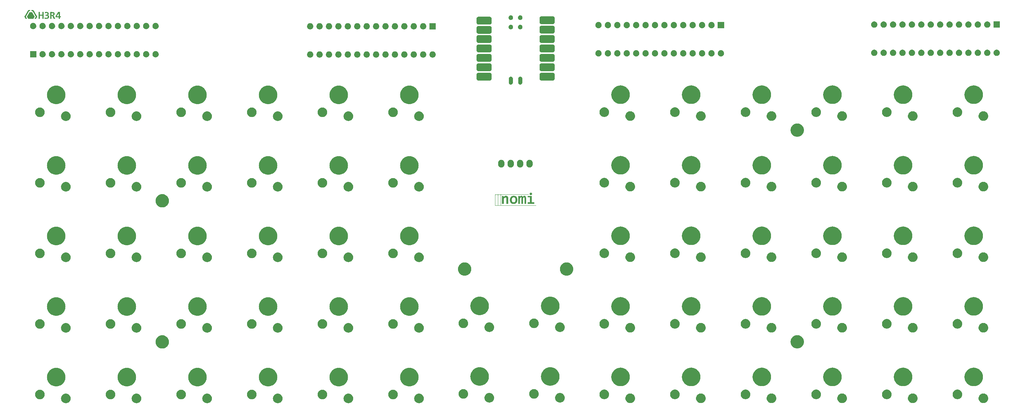
<source format=gbr>
G04 #@! TF.GenerationSoftware,KiCad,Pcbnew,7.0.2*
G04 #@! TF.CreationDate,2023-11-12T18:32:46-08:00*
G04 #@! TF.ProjectId,nomi_hw,6e6f6d69-5f68-4772-9e6b-696361645f70,rev?*
G04 #@! TF.SameCoordinates,Original*
G04 #@! TF.FileFunction,Soldermask,Top*
G04 #@! TF.FilePolarity,Negative*
%FSLAX46Y46*%
G04 Gerber Fmt 4.6, Leading zero omitted, Abs format (unit mm)*
G04 Created by KiCad (PCBNEW 7.0.2) date 2023-11-12 18:32:46*
%MOMM*%
%LPD*%
G01*
G04 APERTURE LIST*
G04 APERTURE END LIST*
G36*
X64044318Y-125573652D02*
G01*
X64096044Y-125573652D01*
X64153054Y-125583165D01*
X64214558Y-125588546D01*
X64262856Y-125601487D01*
X64307913Y-125609006D01*
X64368359Y-125629757D01*
X64433610Y-125647241D01*
X64473578Y-125665878D01*
X64511075Y-125678751D01*
X64572684Y-125712092D01*
X64639142Y-125743082D01*
X64670427Y-125764988D01*
X64699985Y-125780984D01*
X64760153Y-125827814D01*
X64824909Y-125873157D01*
X64847731Y-125895979D01*
X64869493Y-125912917D01*
X64925396Y-125973644D01*
X64985266Y-126033514D01*
X65000377Y-126055096D01*
X65014977Y-126070955D01*
X65063687Y-126145511D01*
X65115341Y-126219281D01*
X65123962Y-126237768D01*
X65132460Y-126250776D01*
X65171024Y-126338695D01*
X65211182Y-126424813D01*
X65214922Y-126438772D01*
X65218744Y-126447485D01*
X65244335Y-126548544D01*
X65269877Y-126643865D01*
X65270617Y-126652327D01*
X65271475Y-126655714D01*
X65281529Y-126777051D01*
X65289642Y-126869781D01*
X65281528Y-126962518D01*
X65271475Y-127083847D01*
X65270617Y-127087233D01*
X65269877Y-127095697D01*
X65244331Y-127191034D01*
X65218744Y-127292076D01*
X65214923Y-127300786D01*
X65211182Y-127314749D01*
X65171017Y-127400882D01*
X65132460Y-127488785D01*
X65123963Y-127501789D01*
X65115341Y-127520281D01*
X65063677Y-127594064D01*
X65014977Y-127668606D01*
X65000380Y-127684461D01*
X64985266Y-127706048D01*
X64925385Y-127765928D01*
X64869493Y-127826644D01*
X64847735Y-127843578D01*
X64824909Y-127866405D01*
X64760140Y-127911756D01*
X64699985Y-127958577D01*
X64670433Y-127974569D01*
X64639142Y-127996480D01*
X64572671Y-128027475D01*
X64511075Y-128060810D01*
X64473586Y-128073679D01*
X64433610Y-128092321D01*
X64368346Y-128109808D01*
X64307913Y-128130555D01*
X64262863Y-128138072D01*
X64214558Y-128151016D01*
X64153050Y-128156397D01*
X64096044Y-128165910D01*
X64044318Y-128165910D01*
X63988642Y-128170781D01*
X63932966Y-128165910D01*
X63881240Y-128165910D01*
X63824232Y-128156397D01*
X63762726Y-128151016D01*
X63714421Y-128138072D01*
X63669370Y-128130555D01*
X63608933Y-128109807D01*
X63543674Y-128092321D01*
X63503700Y-128073681D01*
X63466208Y-128060810D01*
X63404605Y-128027472D01*
X63338142Y-127996480D01*
X63306853Y-127974571D01*
X63277298Y-127958577D01*
X63217133Y-127911749D01*
X63152375Y-127866405D01*
X63129551Y-127843581D01*
X63107790Y-127826644D01*
X63051886Y-127765916D01*
X62992018Y-127706048D01*
X62976906Y-127684466D01*
X62962306Y-127668606D01*
X62913591Y-127594043D01*
X62861943Y-127520281D01*
X62853322Y-127501794D01*
X62844823Y-127488785D01*
X62806249Y-127400846D01*
X62766102Y-127314749D01*
X62762362Y-127300792D01*
X62758539Y-127292076D01*
X62732934Y-127190966D01*
X62707407Y-127095697D01*
X62706667Y-127087239D01*
X62705808Y-127083847D01*
X62695736Y-126962302D01*
X62687642Y-126869781D01*
X62695735Y-126777267D01*
X62705808Y-126655714D01*
X62706667Y-126652321D01*
X62707407Y-126643865D01*
X62732929Y-126548612D01*
X62758539Y-126447485D01*
X62762362Y-126438767D01*
X62766102Y-126424813D01*
X62806242Y-126338731D01*
X62844823Y-126250776D01*
X62853324Y-126237763D01*
X62861943Y-126219281D01*
X62913581Y-126145532D01*
X62962306Y-126070955D01*
X62976909Y-126055091D01*
X62992018Y-126033514D01*
X63051874Y-125973657D01*
X63107790Y-125912917D01*
X63129556Y-125895975D01*
X63152375Y-125873157D01*
X63217120Y-125827821D01*
X63277298Y-125780984D01*
X63306859Y-125764985D01*
X63338142Y-125743082D01*
X63404592Y-125712095D01*
X63466208Y-125678751D01*
X63503708Y-125665877D01*
X63543674Y-125647241D01*
X63608920Y-125629758D01*
X63669370Y-125609006D01*
X63714429Y-125601487D01*
X63762726Y-125588546D01*
X63824229Y-125583165D01*
X63881240Y-125573652D01*
X63932966Y-125573652D01*
X63988642Y-125568781D01*
X64044318Y-125573652D01*
G37*
G36*
X83094318Y-125573653D02*
G01*
X83146044Y-125573653D01*
X83203054Y-125583166D01*
X83264558Y-125588547D01*
X83312856Y-125601488D01*
X83357913Y-125609007D01*
X83418359Y-125629758D01*
X83483610Y-125647242D01*
X83523578Y-125665879D01*
X83561075Y-125678752D01*
X83622684Y-125712093D01*
X83689142Y-125743083D01*
X83720427Y-125764989D01*
X83749985Y-125780985D01*
X83810153Y-125827815D01*
X83874909Y-125873158D01*
X83897731Y-125895980D01*
X83919493Y-125912918D01*
X83975396Y-125973645D01*
X84035266Y-126033515D01*
X84050377Y-126055097D01*
X84064977Y-126070956D01*
X84113687Y-126145512D01*
X84165341Y-126219282D01*
X84173962Y-126237769D01*
X84182460Y-126250777D01*
X84221024Y-126338696D01*
X84261182Y-126424814D01*
X84264922Y-126438773D01*
X84268744Y-126447486D01*
X84294335Y-126548545D01*
X84319877Y-126643866D01*
X84320617Y-126652328D01*
X84321475Y-126655715D01*
X84331530Y-126777062D01*
X84339642Y-126869782D01*
X84331527Y-126962529D01*
X84321475Y-127083848D01*
X84320617Y-127087234D01*
X84319877Y-127095698D01*
X84294331Y-127191035D01*
X84268744Y-127292077D01*
X84264923Y-127300787D01*
X84261182Y-127314750D01*
X84221017Y-127400883D01*
X84182460Y-127488786D01*
X84173963Y-127501790D01*
X84165341Y-127520282D01*
X84113677Y-127594065D01*
X84064977Y-127668607D01*
X84050380Y-127684462D01*
X84035266Y-127706049D01*
X83975385Y-127765929D01*
X83919493Y-127826645D01*
X83897735Y-127843579D01*
X83874909Y-127866406D01*
X83810140Y-127911757D01*
X83749985Y-127958578D01*
X83720433Y-127974570D01*
X83689142Y-127996481D01*
X83622671Y-128027476D01*
X83561075Y-128060811D01*
X83523586Y-128073680D01*
X83483610Y-128092322D01*
X83418346Y-128109809D01*
X83357913Y-128130556D01*
X83312863Y-128138073D01*
X83264558Y-128151017D01*
X83203050Y-128156398D01*
X83146044Y-128165911D01*
X83094318Y-128165911D01*
X83038642Y-128170782D01*
X82982966Y-128165911D01*
X82931240Y-128165911D01*
X82874232Y-128156398D01*
X82812726Y-128151017D01*
X82764421Y-128138073D01*
X82719370Y-128130556D01*
X82658933Y-128109808D01*
X82593674Y-128092322D01*
X82553700Y-128073682D01*
X82516208Y-128060811D01*
X82454605Y-128027473D01*
X82388142Y-127996481D01*
X82356853Y-127974572D01*
X82327298Y-127958578D01*
X82267133Y-127911750D01*
X82202375Y-127866406D01*
X82179551Y-127843582D01*
X82157790Y-127826645D01*
X82101886Y-127765917D01*
X82042018Y-127706049D01*
X82026906Y-127684467D01*
X82012306Y-127668607D01*
X81963591Y-127594044D01*
X81911943Y-127520282D01*
X81903322Y-127501795D01*
X81894823Y-127488786D01*
X81856249Y-127400847D01*
X81816102Y-127314750D01*
X81812362Y-127300793D01*
X81808539Y-127292077D01*
X81782934Y-127190967D01*
X81757407Y-127095698D01*
X81756667Y-127087240D01*
X81755808Y-127083848D01*
X81745737Y-126962313D01*
X81737642Y-126869782D01*
X81745734Y-126777278D01*
X81755808Y-126655715D01*
X81756667Y-126652322D01*
X81757407Y-126643866D01*
X81782929Y-126548613D01*
X81808539Y-126447486D01*
X81812362Y-126438768D01*
X81816102Y-126424814D01*
X81856242Y-126338732D01*
X81894823Y-126250777D01*
X81903324Y-126237764D01*
X81911943Y-126219282D01*
X81963581Y-126145533D01*
X82012306Y-126070956D01*
X82026909Y-126055092D01*
X82042018Y-126033515D01*
X82101874Y-125973658D01*
X82157790Y-125912918D01*
X82179556Y-125895976D01*
X82202375Y-125873158D01*
X82267120Y-125827822D01*
X82327298Y-125780985D01*
X82356859Y-125764986D01*
X82388142Y-125743083D01*
X82454592Y-125712096D01*
X82516208Y-125678752D01*
X82553708Y-125665878D01*
X82593674Y-125647242D01*
X82658920Y-125629759D01*
X82719370Y-125609007D01*
X82764429Y-125601488D01*
X82812726Y-125588547D01*
X82874229Y-125583166D01*
X82931240Y-125573653D01*
X82982966Y-125573653D01*
X83038642Y-125568782D01*
X83094318Y-125573653D01*
G37*
G36*
X90094318Y-126623653D02*
G01*
X90146044Y-126623653D01*
X90203054Y-126633166D01*
X90264558Y-126638547D01*
X90312856Y-126651488D01*
X90357913Y-126659007D01*
X90418359Y-126679758D01*
X90483610Y-126697242D01*
X90523578Y-126715879D01*
X90561075Y-126728752D01*
X90622684Y-126762093D01*
X90689142Y-126793083D01*
X90720427Y-126814989D01*
X90749985Y-126830985D01*
X90810153Y-126877815D01*
X90874909Y-126923158D01*
X90897731Y-126945980D01*
X90919493Y-126962918D01*
X90975396Y-127023645D01*
X91035266Y-127083515D01*
X91050377Y-127105097D01*
X91064977Y-127120956D01*
X91113687Y-127195512D01*
X91165341Y-127269282D01*
X91173962Y-127287769D01*
X91182460Y-127300777D01*
X91221024Y-127388696D01*
X91261182Y-127474814D01*
X91264922Y-127488773D01*
X91268744Y-127497486D01*
X91294335Y-127598545D01*
X91319877Y-127693866D01*
X91320617Y-127702328D01*
X91321475Y-127705715D01*
X91331540Y-127827185D01*
X91339642Y-127919782D01*
X91331538Y-128012406D01*
X91321475Y-128133848D01*
X91320617Y-128137234D01*
X91319877Y-128145698D01*
X91294331Y-128241035D01*
X91268744Y-128342077D01*
X91264923Y-128350787D01*
X91261182Y-128364750D01*
X91221017Y-128450883D01*
X91182460Y-128538786D01*
X91173963Y-128551790D01*
X91165341Y-128570282D01*
X91113677Y-128644065D01*
X91064977Y-128718607D01*
X91050380Y-128734462D01*
X91035266Y-128756049D01*
X90975385Y-128815929D01*
X90919493Y-128876645D01*
X90897735Y-128893579D01*
X90874909Y-128916406D01*
X90810140Y-128961757D01*
X90749985Y-129008578D01*
X90720433Y-129024570D01*
X90689142Y-129046481D01*
X90622671Y-129077476D01*
X90561075Y-129110811D01*
X90523586Y-129123680D01*
X90483610Y-129142322D01*
X90418346Y-129159809D01*
X90357913Y-129180556D01*
X90312863Y-129188073D01*
X90264558Y-129201017D01*
X90203050Y-129206398D01*
X90146044Y-129215911D01*
X90094318Y-129215911D01*
X90038642Y-129220782D01*
X89982966Y-129215911D01*
X89931240Y-129215911D01*
X89874232Y-129206398D01*
X89812726Y-129201017D01*
X89764421Y-129188073D01*
X89719370Y-129180556D01*
X89658933Y-129159808D01*
X89593674Y-129142322D01*
X89553700Y-129123682D01*
X89516208Y-129110811D01*
X89454605Y-129077473D01*
X89388142Y-129046481D01*
X89356853Y-129024572D01*
X89327298Y-129008578D01*
X89267133Y-128961750D01*
X89202375Y-128916406D01*
X89179551Y-128893582D01*
X89157790Y-128876645D01*
X89101886Y-128815917D01*
X89042018Y-128756049D01*
X89026906Y-128734467D01*
X89012306Y-128718607D01*
X88963591Y-128644044D01*
X88911943Y-128570282D01*
X88903322Y-128551795D01*
X88894823Y-128538786D01*
X88856249Y-128450847D01*
X88816102Y-128364750D01*
X88812362Y-128350793D01*
X88808539Y-128342077D01*
X88782934Y-128240967D01*
X88757407Y-128145698D01*
X88756667Y-128137240D01*
X88755808Y-128133848D01*
X88745737Y-128012313D01*
X88737642Y-127919782D01*
X88745734Y-127827278D01*
X88755808Y-127705715D01*
X88756667Y-127702322D01*
X88757407Y-127693866D01*
X88782929Y-127598613D01*
X88808539Y-127497486D01*
X88812362Y-127488768D01*
X88816102Y-127474814D01*
X88856242Y-127388732D01*
X88894823Y-127300777D01*
X88903324Y-127287764D01*
X88911943Y-127269282D01*
X88963581Y-127195533D01*
X89012306Y-127120956D01*
X89026909Y-127105092D01*
X89042018Y-127083515D01*
X89101874Y-127023658D01*
X89157790Y-126962918D01*
X89179556Y-126945976D01*
X89202375Y-126923158D01*
X89267120Y-126877822D01*
X89327298Y-126830985D01*
X89356859Y-126814986D01*
X89388142Y-126793083D01*
X89454592Y-126762096D01*
X89516208Y-126728752D01*
X89553708Y-126715878D01*
X89593674Y-126697242D01*
X89658920Y-126679759D01*
X89719370Y-126659007D01*
X89764429Y-126651488D01*
X89812726Y-126638547D01*
X89874229Y-126633166D01*
X89931240Y-126623653D01*
X89982966Y-126623653D01*
X90038642Y-126618782D01*
X90094318Y-126623653D01*
G37*
G36*
X102144318Y-125573653D02*
G01*
X102196044Y-125573653D01*
X102253054Y-125583166D01*
X102314558Y-125588547D01*
X102362856Y-125601488D01*
X102407913Y-125609007D01*
X102468359Y-125629758D01*
X102533610Y-125647242D01*
X102573578Y-125665879D01*
X102611075Y-125678752D01*
X102672684Y-125712093D01*
X102739142Y-125743083D01*
X102770427Y-125764989D01*
X102799985Y-125780985D01*
X102860153Y-125827815D01*
X102924909Y-125873158D01*
X102947731Y-125895980D01*
X102969493Y-125912918D01*
X103025396Y-125973645D01*
X103085266Y-126033515D01*
X103100377Y-126055097D01*
X103114977Y-126070956D01*
X103163687Y-126145512D01*
X103215341Y-126219282D01*
X103223962Y-126237769D01*
X103232460Y-126250777D01*
X103271024Y-126338696D01*
X103311182Y-126424814D01*
X103314922Y-126438773D01*
X103318744Y-126447486D01*
X103344335Y-126548545D01*
X103369877Y-126643866D01*
X103370617Y-126652328D01*
X103371475Y-126655715D01*
X103381540Y-126777185D01*
X103389642Y-126869782D01*
X103381538Y-126962406D01*
X103371475Y-127083848D01*
X103370617Y-127087234D01*
X103369877Y-127095698D01*
X103344331Y-127191035D01*
X103318744Y-127292077D01*
X103314923Y-127300787D01*
X103311182Y-127314750D01*
X103271017Y-127400883D01*
X103232460Y-127488786D01*
X103223963Y-127501790D01*
X103215341Y-127520282D01*
X103163677Y-127594065D01*
X103114977Y-127668607D01*
X103100380Y-127684462D01*
X103085266Y-127706049D01*
X103025385Y-127765929D01*
X102969493Y-127826645D01*
X102947735Y-127843579D01*
X102924909Y-127866406D01*
X102860140Y-127911757D01*
X102799985Y-127958578D01*
X102770433Y-127974570D01*
X102739142Y-127996481D01*
X102672671Y-128027476D01*
X102611075Y-128060811D01*
X102573586Y-128073680D01*
X102533610Y-128092322D01*
X102468346Y-128109809D01*
X102407913Y-128130556D01*
X102362863Y-128138073D01*
X102314558Y-128151017D01*
X102253050Y-128156398D01*
X102196044Y-128165911D01*
X102144318Y-128165911D01*
X102088642Y-128170782D01*
X102032966Y-128165911D01*
X101981240Y-128165911D01*
X101924232Y-128156398D01*
X101862726Y-128151017D01*
X101814421Y-128138073D01*
X101769370Y-128130556D01*
X101708933Y-128109808D01*
X101643674Y-128092322D01*
X101603700Y-128073682D01*
X101566208Y-128060811D01*
X101504605Y-128027473D01*
X101438142Y-127996481D01*
X101406853Y-127974572D01*
X101377298Y-127958578D01*
X101317133Y-127911750D01*
X101252375Y-127866406D01*
X101229551Y-127843582D01*
X101207790Y-127826645D01*
X101151886Y-127765917D01*
X101092018Y-127706049D01*
X101076906Y-127684467D01*
X101062306Y-127668607D01*
X101013591Y-127594044D01*
X100961943Y-127520282D01*
X100953322Y-127501795D01*
X100944823Y-127488786D01*
X100906249Y-127400847D01*
X100866102Y-127314750D01*
X100862362Y-127300793D01*
X100858539Y-127292077D01*
X100832934Y-127190967D01*
X100807407Y-127095698D01*
X100806667Y-127087240D01*
X100805808Y-127083848D01*
X100795737Y-126962313D01*
X100787642Y-126869782D01*
X100795734Y-126777278D01*
X100805808Y-126655715D01*
X100806667Y-126652322D01*
X100807407Y-126643866D01*
X100832929Y-126548613D01*
X100858539Y-126447486D01*
X100862362Y-126438768D01*
X100866102Y-126424814D01*
X100906242Y-126338732D01*
X100944823Y-126250777D01*
X100953324Y-126237764D01*
X100961943Y-126219282D01*
X101013581Y-126145533D01*
X101062306Y-126070956D01*
X101076909Y-126055092D01*
X101092018Y-126033515D01*
X101151874Y-125973658D01*
X101207790Y-125912918D01*
X101229556Y-125895976D01*
X101252375Y-125873158D01*
X101317120Y-125827822D01*
X101377298Y-125780985D01*
X101406859Y-125764986D01*
X101438142Y-125743083D01*
X101504592Y-125712096D01*
X101566208Y-125678752D01*
X101603708Y-125665878D01*
X101643674Y-125647242D01*
X101708920Y-125629759D01*
X101769370Y-125609007D01*
X101814429Y-125601488D01*
X101862726Y-125588547D01*
X101924229Y-125583166D01*
X101981240Y-125573653D01*
X102032966Y-125573653D01*
X102088642Y-125568782D01*
X102144318Y-125573653D01*
G37*
G36*
X109144318Y-126623653D02*
G01*
X109196044Y-126623653D01*
X109253054Y-126633166D01*
X109314558Y-126638547D01*
X109362856Y-126651488D01*
X109407913Y-126659007D01*
X109468359Y-126679758D01*
X109533610Y-126697242D01*
X109573578Y-126715879D01*
X109611075Y-126728752D01*
X109672684Y-126762093D01*
X109739142Y-126793083D01*
X109770427Y-126814989D01*
X109799985Y-126830985D01*
X109860153Y-126877815D01*
X109924909Y-126923158D01*
X109947731Y-126945980D01*
X109969493Y-126962918D01*
X110025396Y-127023645D01*
X110085266Y-127083515D01*
X110100377Y-127105097D01*
X110114977Y-127120956D01*
X110163687Y-127195512D01*
X110215341Y-127269282D01*
X110223962Y-127287769D01*
X110232460Y-127300777D01*
X110271024Y-127388696D01*
X110311182Y-127474814D01*
X110314922Y-127488773D01*
X110318744Y-127497486D01*
X110344335Y-127598545D01*
X110369877Y-127693866D01*
X110370617Y-127702328D01*
X110371475Y-127705715D01*
X110381540Y-127827185D01*
X110389642Y-127919782D01*
X110381538Y-128012406D01*
X110371475Y-128133848D01*
X110370617Y-128137234D01*
X110369877Y-128145698D01*
X110344331Y-128241035D01*
X110318744Y-128342077D01*
X110314923Y-128350787D01*
X110311182Y-128364750D01*
X110271017Y-128450883D01*
X110232460Y-128538786D01*
X110223963Y-128551790D01*
X110215341Y-128570282D01*
X110163677Y-128644065D01*
X110114977Y-128718607D01*
X110100380Y-128734462D01*
X110085266Y-128756049D01*
X110025385Y-128815929D01*
X109969493Y-128876645D01*
X109947735Y-128893579D01*
X109924909Y-128916406D01*
X109860140Y-128961757D01*
X109799985Y-129008578D01*
X109770433Y-129024570D01*
X109739142Y-129046481D01*
X109672671Y-129077476D01*
X109611075Y-129110811D01*
X109573586Y-129123680D01*
X109533610Y-129142322D01*
X109468346Y-129159809D01*
X109407913Y-129180556D01*
X109362863Y-129188073D01*
X109314558Y-129201017D01*
X109253050Y-129206398D01*
X109196044Y-129215911D01*
X109144318Y-129215911D01*
X109088642Y-129220782D01*
X109032966Y-129215911D01*
X108981240Y-129215911D01*
X108924232Y-129206398D01*
X108862726Y-129201017D01*
X108814421Y-129188073D01*
X108769370Y-129180556D01*
X108708933Y-129159808D01*
X108643674Y-129142322D01*
X108603700Y-129123682D01*
X108566208Y-129110811D01*
X108504605Y-129077473D01*
X108438142Y-129046481D01*
X108406853Y-129024572D01*
X108377298Y-129008578D01*
X108317133Y-128961750D01*
X108252375Y-128916406D01*
X108229551Y-128893582D01*
X108207790Y-128876645D01*
X108151886Y-128815917D01*
X108092018Y-128756049D01*
X108076906Y-128734467D01*
X108062306Y-128718607D01*
X108013591Y-128644044D01*
X107961943Y-128570282D01*
X107953322Y-128551795D01*
X107944823Y-128538786D01*
X107906249Y-128450847D01*
X107866102Y-128364750D01*
X107862362Y-128350793D01*
X107858539Y-128342077D01*
X107832934Y-128240967D01*
X107807407Y-128145698D01*
X107806667Y-128137240D01*
X107805808Y-128133848D01*
X107795737Y-128012313D01*
X107787642Y-127919782D01*
X107795734Y-127827278D01*
X107805808Y-127705715D01*
X107806667Y-127702322D01*
X107807407Y-127693866D01*
X107832929Y-127598613D01*
X107858539Y-127497486D01*
X107862362Y-127488768D01*
X107866102Y-127474814D01*
X107906242Y-127388732D01*
X107944823Y-127300777D01*
X107953324Y-127287764D01*
X107961943Y-127269282D01*
X108013581Y-127195533D01*
X108062306Y-127120956D01*
X108076909Y-127105092D01*
X108092018Y-127083515D01*
X108151874Y-127023658D01*
X108207790Y-126962918D01*
X108229556Y-126945976D01*
X108252375Y-126923158D01*
X108317120Y-126877822D01*
X108377298Y-126830985D01*
X108406859Y-126814986D01*
X108438142Y-126793083D01*
X108504592Y-126762096D01*
X108566208Y-126728752D01*
X108603708Y-126715878D01*
X108643674Y-126697242D01*
X108708920Y-126679759D01*
X108769370Y-126659007D01*
X108814429Y-126651488D01*
X108862726Y-126638547D01*
X108924229Y-126633166D01*
X108981240Y-126623653D01*
X109032966Y-126623653D01*
X109088642Y-126618782D01*
X109144318Y-126623653D01*
G37*
G36*
X121194318Y-125573653D02*
G01*
X121246044Y-125573653D01*
X121303054Y-125583166D01*
X121364558Y-125588547D01*
X121412856Y-125601488D01*
X121457913Y-125609007D01*
X121518359Y-125629758D01*
X121583610Y-125647242D01*
X121623578Y-125665879D01*
X121661075Y-125678752D01*
X121722684Y-125712093D01*
X121789142Y-125743083D01*
X121820427Y-125764989D01*
X121849985Y-125780985D01*
X121910153Y-125827815D01*
X121974909Y-125873158D01*
X121997731Y-125895980D01*
X122019493Y-125912918D01*
X122075396Y-125973645D01*
X122135266Y-126033515D01*
X122150377Y-126055097D01*
X122164977Y-126070956D01*
X122213687Y-126145512D01*
X122265341Y-126219282D01*
X122273962Y-126237769D01*
X122282460Y-126250777D01*
X122321024Y-126338696D01*
X122361182Y-126424814D01*
X122364922Y-126438773D01*
X122368744Y-126447486D01*
X122394335Y-126548545D01*
X122419877Y-126643866D01*
X122420617Y-126652328D01*
X122421475Y-126655715D01*
X122431540Y-126777185D01*
X122439642Y-126869782D01*
X122431538Y-126962406D01*
X122421475Y-127083848D01*
X122420617Y-127087234D01*
X122419877Y-127095698D01*
X122394331Y-127191035D01*
X122368744Y-127292077D01*
X122364923Y-127300787D01*
X122361182Y-127314750D01*
X122321017Y-127400883D01*
X122282460Y-127488786D01*
X122273963Y-127501790D01*
X122265341Y-127520282D01*
X122213677Y-127594065D01*
X122164977Y-127668607D01*
X122150380Y-127684462D01*
X122135266Y-127706049D01*
X122075385Y-127765929D01*
X122019493Y-127826645D01*
X121997735Y-127843579D01*
X121974909Y-127866406D01*
X121910140Y-127911757D01*
X121849985Y-127958578D01*
X121820433Y-127974570D01*
X121789142Y-127996481D01*
X121722671Y-128027476D01*
X121661075Y-128060811D01*
X121623586Y-128073680D01*
X121583610Y-128092322D01*
X121518346Y-128109809D01*
X121457913Y-128130556D01*
X121412863Y-128138073D01*
X121364558Y-128151017D01*
X121303050Y-128156398D01*
X121246044Y-128165911D01*
X121194318Y-128165911D01*
X121138642Y-128170782D01*
X121082966Y-128165911D01*
X121031240Y-128165911D01*
X120974232Y-128156398D01*
X120912726Y-128151017D01*
X120864421Y-128138073D01*
X120819370Y-128130556D01*
X120758933Y-128109808D01*
X120693674Y-128092322D01*
X120653700Y-128073682D01*
X120616208Y-128060811D01*
X120554605Y-128027473D01*
X120488142Y-127996481D01*
X120456853Y-127974572D01*
X120427298Y-127958578D01*
X120367133Y-127911750D01*
X120302375Y-127866406D01*
X120279551Y-127843582D01*
X120257790Y-127826645D01*
X120201886Y-127765917D01*
X120142018Y-127706049D01*
X120126906Y-127684467D01*
X120112306Y-127668607D01*
X120063591Y-127594044D01*
X120011943Y-127520282D01*
X120003322Y-127501795D01*
X119994823Y-127488786D01*
X119956249Y-127400847D01*
X119916102Y-127314750D01*
X119912362Y-127300793D01*
X119908539Y-127292077D01*
X119882934Y-127190967D01*
X119857407Y-127095698D01*
X119856667Y-127087240D01*
X119855808Y-127083848D01*
X119845737Y-126962313D01*
X119837642Y-126869782D01*
X119845734Y-126777278D01*
X119855808Y-126655715D01*
X119856667Y-126652322D01*
X119857407Y-126643866D01*
X119882929Y-126548613D01*
X119908539Y-126447486D01*
X119912362Y-126438768D01*
X119916102Y-126424814D01*
X119956242Y-126338732D01*
X119994823Y-126250777D01*
X120003324Y-126237764D01*
X120011943Y-126219282D01*
X120063581Y-126145533D01*
X120112306Y-126070956D01*
X120126909Y-126055092D01*
X120142018Y-126033515D01*
X120201874Y-125973658D01*
X120257790Y-125912918D01*
X120279556Y-125895976D01*
X120302375Y-125873158D01*
X120367120Y-125827822D01*
X120427298Y-125780985D01*
X120456859Y-125764986D01*
X120488142Y-125743083D01*
X120554592Y-125712096D01*
X120616208Y-125678752D01*
X120653708Y-125665878D01*
X120693674Y-125647242D01*
X120758920Y-125629759D01*
X120819370Y-125609007D01*
X120864429Y-125601488D01*
X120912726Y-125588547D01*
X120974229Y-125583166D01*
X121031240Y-125573653D01*
X121082966Y-125573653D01*
X121138642Y-125568782D01*
X121194318Y-125573653D01*
G37*
G36*
X128194318Y-126623653D02*
G01*
X128246044Y-126623653D01*
X128303054Y-126633166D01*
X128364558Y-126638547D01*
X128412856Y-126651488D01*
X128457913Y-126659007D01*
X128518359Y-126679758D01*
X128583610Y-126697242D01*
X128623578Y-126715879D01*
X128661075Y-126728752D01*
X128722684Y-126762093D01*
X128789142Y-126793083D01*
X128820427Y-126814989D01*
X128849985Y-126830985D01*
X128910153Y-126877815D01*
X128974909Y-126923158D01*
X128997731Y-126945980D01*
X129019493Y-126962918D01*
X129075396Y-127023645D01*
X129135266Y-127083515D01*
X129150377Y-127105097D01*
X129164977Y-127120956D01*
X129213687Y-127195512D01*
X129265341Y-127269282D01*
X129273962Y-127287769D01*
X129282460Y-127300777D01*
X129321024Y-127388696D01*
X129361182Y-127474814D01*
X129364922Y-127488773D01*
X129368744Y-127497486D01*
X129394335Y-127598545D01*
X129419877Y-127693866D01*
X129420617Y-127702328D01*
X129421475Y-127705715D01*
X129431540Y-127827185D01*
X129439642Y-127919782D01*
X129431538Y-128012406D01*
X129421475Y-128133848D01*
X129420617Y-128137234D01*
X129419877Y-128145698D01*
X129394331Y-128241035D01*
X129368744Y-128342077D01*
X129364923Y-128350787D01*
X129361182Y-128364750D01*
X129321017Y-128450883D01*
X129282460Y-128538786D01*
X129273963Y-128551790D01*
X129265341Y-128570282D01*
X129213677Y-128644065D01*
X129164977Y-128718607D01*
X129150380Y-128734462D01*
X129135266Y-128756049D01*
X129075385Y-128815929D01*
X129019493Y-128876645D01*
X128997735Y-128893579D01*
X128974909Y-128916406D01*
X128910140Y-128961757D01*
X128849985Y-129008578D01*
X128820433Y-129024570D01*
X128789142Y-129046481D01*
X128722671Y-129077476D01*
X128661075Y-129110811D01*
X128623586Y-129123680D01*
X128583610Y-129142322D01*
X128518346Y-129159809D01*
X128457913Y-129180556D01*
X128412863Y-129188073D01*
X128364558Y-129201017D01*
X128303050Y-129206398D01*
X128246044Y-129215911D01*
X128194318Y-129215911D01*
X128138642Y-129220782D01*
X128082966Y-129215911D01*
X128031240Y-129215911D01*
X127974232Y-129206398D01*
X127912726Y-129201017D01*
X127864421Y-129188073D01*
X127819370Y-129180556D01*
X127758933Y-129159808D01*
X127693674Y-129142322D01*
X127653700Y-129123682D01*
X127616208Y-129110811D01*
X127554605Y-129077473D01*
X127488142Y-129046481D01*
X127456853Y-129024572D01*
X127427298Y-129008578D01*
X127367133Y-128961750D01*
X127302375Y-128916406D01*
X127279551Y-128893582D01*
X127257790Y-128876645D01*
X127201886Y-128815917D01*
X127142018Y-128756049D01*
X127126906Y-128734467D01*
X127112306Y-128718607D01*
X127063591Y-128644044D01*
X127011943Y-128570282D01*
X127003322Y-128551795D01*
X126994823Y-128538786D01*
X126956249Y-128450847D01*
X126916102Y-128364750D01*
X126912362Y-128350793D01*
X126908539Y-128342077D01*
X126882934Y-128240967D01*
X126857407Y-128145698D01*
X126856667Y-128137240D01*
X126855808Y-128133848D01*
X126845737Y-128012313D01*
X126837642Y-127919782D01*
X126845734Y-127827278D01*
X126855808Y-127705715D01*
X126856667Y-127702322D01*
X126857407Y-127693866D01*
X126882929Y-127598613D01*
X126908539Y-127497486D01*
X126912362Y-127488768D01*
X126916102Y-127474814D01*
X126956242Y-127388732D01*
X126994823Y-127300777D01*
X127003324Y-127287764D01*
X127011943Y-127269282D01*
X127063581Y-127195533D01*
X127112306Y-127120956D01*
X127126909Y-127105092D01*
X127142018Y-127083515D01*
X127201874Y-127023658D01*
X127257790Y-126962918D01*
X127279556Y-126945976D01*
X127302375Y-126923158D01*
X127367120Y-126877822D01*
X127427298Y-126830985D01*
X127456859Y-126814986D01*
X127488142Y-126793083D01*
X127554592Y-126762096D01*
X127616208Y-126728752D01*
X127653708Y-126715878D01*
X127693674Y-126697242D01*
X127758920Y-126679759D01*
X127819370Y-126659007D01*
X127864429Y-126651488D01*
X127912726Y-126638547D01*
X127974229Y-126633166D01*
X128031240Y-126623653D01*
X128082966Y-126623653D01*
X128138642Y-126618782D01*
X128194318Y-126623653D01*
G37*
G36*
X140244318Y-125573653D02*
G01*
X140296044Y-125573653D01*
X140353054Y-125583166D01*
X140414558Y-125588547D01*
X140462856Y-125601488D01*
X140507913Y-125609007D01*
X140568359Y-125629758D01*
X140633610Y-125647242D01*
X140673578Y-125665879D01*
X140711075Y-125678752D01*
X140772684Y-125712093D01*
X140839142Y-125743083D01*
X140870427Y-125764989D01*
X140899985Y-125780985D01*
X140960153Y-125827815D01*
X141024909Y-125873158D01*
X141047731Y-125895980D01*
X141069493Y-125912918D01*
X141125396Y-125973645D01*
X141185266Y-126033515D01*
X141200377Y-126055097D01*
X141214977Y-126070956D01*
X141263687Y-126145512D01*
X141315341Y-126219282D01*
X141323962Y-126237769D01*
X141332460Y-126250777D01*
X141371024Y-126338696D01*
X141411182Y-126424814D01*
X141414922Y-126438773D01*
X141418744Y-126447486D01*
X141444335Y-126548545D01*
X141469877Y-126643866D01*
X141470617Y-126652328D01*
X141471475Y-126655715D01*
X141481540Y-126777185D01*
X141489642Y-126869782D01*
X141481538Y-126962406D01*
X141471475Y-127083848D01*
X141470617Y-127087234D01*
X141469877Y-127095698D01*
X141444331Y-127191035D01*
X141418744Y-127292077D01*
X141414923Y-127300787D01*
X141411182Y-127314750D01*
X141371017Y-127400883D01*
X141332460Y-127488786D01*
X141323963Y-127501790D01*
X141315341Y-127520282D01*
X141263677Y-127594065D01*
X141214977Y-127668607D01*
X141200380Y-127684462D01*
X141185266Y-127706049D01*
X141125385Y-127765929D01*
X141069493Y-127826645D01*
X141047735Y-127843579D01*
X141024909Y-127866406D01*
X140960140Y-127911757D01*
X140899985Y-127958578D01*
X140870433Y-127974570D01*
X140839142Y-127996481D01*
X140772671Y-128027476D01*
X140711075Y-128060811D01*
X140673586Y-128073680D01*
X140633610Y-128092322D01*
X140568346Y-128109809D01*
X140507913Y-128130556D01*
X140462863Y-128138073D01*
X140414558Y-128151017D01*
X140353050Y-128156398D01*
X140296044Y-128165911D01*
X140244318Y-128165911D01*
X140188642Y-128170782D01*
X140132966Y-128165911D01*
X140081240Y-128165911D01*
X140024232Y-128156398D01*
X139962726Y-128151017D01*
X139914421Y-128138073D01*
X139869370Y-128130556D01*
X139808933Y-128109808D01*
X139743674Y-128092322D01*
X139703700Y-128073682D01*
X139666208Y-128060811D01*
X139604605Y-128027473D01*
X139538142Y-127996481D01*
X139506853Y-127974572D01*
X139477298Y-127958578D01*
X139417133Y-127911750D01*
X139352375Y-127866406D01*
X139329551Y-127843582D01*
X139307790Y-127826645D01*
X139251886Y-127765917D01*
X139192018Y-127706049D01*
X139176906Y-127684467D01*
X139162306Y-127668607D01*
X139113591Y-127594044D01*
X139061943Y-127520282D01*
X139053322Y-127501795D01*
X139044823Y-127488786D01*
X139006249Y-127400847D01*
X138966102Y-127314750D01*
X138962362Y-127300793D01*
X138958539Y-127292077D01*
X138932934Y-127190967D01*
X138907407Y-127095698D01*
X138906667Y-127087240D01*
X138905808Y-127083848D01*
X138895737Y-126962313D01*
X138887642Y-126869782D01*
X138895734Y-126777278D01*
X138905808Y-126655715D01*
X138906667Y-126652322D01*
X138907407Y-126643866D01*
X138932929Y-126548613D01*
X138958539Y-126447486D01*
X138962362Y-126438768D01*
X138966102Y-126424814D01*
X139006242Y-126338732D01*
X139044823Y-126250777D01*
X139053324Y-126237764D01*
X139061943Y-126219282D01*
X139113581Y-126145533D01*
X139162306Y-126070956D01*
X139176909Y-126055092D01*
X139192018Y-126033515D01*
X139251874Y-125973658D01*
X139307790Y-125912918D01*
X139329556Y-125895976D01*
X139352375Y-125873158D01*
X139417120Y-125827822D01*
X139477298Y-125780985D01*
X139506859Y-125764986D01*
X139538142Y-125743083D01*
X139604592Y-125712096D01*
X139666208Y-125678752D01*
X139703708Y-125665878D01*
X139743674Y-125647242D01*
X139808920Y-125629759D01*
X139869370Y-125609007D01*
X139914429Y-125601488D01*
X139962726Y-125588547D01*
X140024229Y-125583166D01*
X140081240Y-125573653D01*
X140132966Y-125573653D01*
X140188642Y-125568782D01*
X140244318Y-125573653D01*
G37*
G36*
X147244318Y-126623653D02*
G01*
X147296044Y-126623653D01*
X147353054Y-126633166D01*
X147414558Y-126638547D01*
X147462856Y-126651488D01*
X147507913Y-126659007D01*
X147568359Y-126679758D01*
X147633610Y-126697242D01*
X147673578Y-126715879D01*
X147711075Y-126728752D01*
X147772684Y-126762093D01*
X147839142Y-126793083D01*
X147870427Y-126814989D01*
X147899985Y-126830985D01*
X147960153Y-126877815D01*
X148024909Y-126923158D01*
X148047731Y-126945980D01*
X148069493Y-126962918D01*
X148125396Y-127023645D01*
X148185266Y-127083515D01*
X148200377Y-127105097D01*
X148214977Y-127120956D01*
X148263687Y-127195512D01*
X148315341Y-127269282D01*
X148323962Y-127287769D01*
X148332460Y-127300777D01*
X148371024Y-127388696D01*
X148411182Y-127474814D01*
X148414922Y-127488773D01*
X148418744Y-127497486D01*
X148444335Y-127598545D01*
X148469877Y-127693866D01*
X148470617Y-127702328D01*
X148471475Y-127705715D01*
X148481540Y-127827185D01*
X148489642Y-127919782D01*
X148481538Y-128012406D01*
X148471475Y-128133848D01*
X148470617Y-128137234D01*
X148469877Y-128145698D01*
X148444331Y-128241035D01*
X148418744Y-128342077D01*
X148414923Y-128350787D01*
X148411182Y-128364750D01*
X148371017Y-128450883D01*
X148332460Y-128538786D01*
X148323963Y-128551790D01*
X148315341Y-128570282D01*
X148263677Y-128644065D01*
X148214977Y-128718607D01*
X148200380Y-128734462D01*
X148185266Y-128756049D01*
X148125385Y-128815929D01*
X148069493Y-128876645D01*
X148047735Y-128893579D01*
X148024909Y-128916406D01*
X147960140Y-128961757D01*
X147899985Y-129008578D01*
X147870433Y-129024570D01*
X147839142Y-129046481D01*
X147772671Y-129077476D01*
X147711075Y-129110811D01*
X147673586Y-129123680D01*
X147633610Y-129142322D01*
X147568346Y-129159809D01*
X147507913Y-129180556D01*
X147462863Y-129188073D01*
X147414558Y-129201017D01*
X147353050Y-129206398D01*
X147296044Y-129215911D01*
X147244318Y-129215911D01*
X147188642Y-129220782D01*
X147132966Y-129215911D01*
X147081240Y-129215911D01*
X147024232Y-129206398D01*
X146962726Y-129201017D01*
X146914421Y-129188073D01*
X146869370Y-129180556D01*
X146808933Y-129159808D01*
X146743674Y-129142322D01*
X146703700Y-129123682D01*
X146666208Y-129110811D01*
X146604605Y-129077473D01*
X146538142Y-129046481D01*
X146506853Y-129024572D01*
X146477298Y-129008578D01*
X146417133Y-128961750D01*
X146352375Y-128916406D01*
X146329551Y-128893582D01*
X146307790Y-128876645D01*
X146251886Y-128815917D01*
X146192018Y-128756049D01*
X146176906Y-128734467D01*
X146162306Y-128718607D01*
X146113591Y-128644044D01*
X146061943Y-128570282D01*
X146053322Y-128551795D01*
X146044823Y-128538786D01*
X146006249Y-128450847D01*
X145966102Y-128364750D01*
X145962362Y-128350793D01*
X145958539Y-128342077D01*
X145932934Y-128240967D01*
X145907407Y-128145698D01*
X145906667Y-128137240D01*
X145905808Y-128133848D01*
X145895737Y-128012313D01*
X145887642Y-127919782D01*
X145895734Y-127827278D01*
X145905808Y-127705715D01*
X145906667Y-127702322D01*
X145907407Y-127693866D01*
X145932929Y-127598613D01*
X145958539Y-127497486D01*
X145962362Y-127488768D01*
X145966102Y-127474814D01*
X146006242Y-127388732D01*
X146044823Y-127300777D01*
X146053324Y-127287764D01*
X146061943Y-127269282D01*
X146113581Y-127195533D01*
X146162306Y-127120956D01*
X146176909Y-127105092D01*
X146192018Y-127083515D01*
X146251874Y-127023658D01*
X146307790Y-126962918D01*
X146329556Y-126945976D01*
X146352375Y-126923158D01*
X146417120Y-126877822D01*
X146477298Y-126830985D01*
X146506859Y-126814986D01*
X146538142Y-126793083D01*
X146604592Y-126762096D01*
X146666208Y-126728752D01*
X146703708Y-126715878D01*
X146743674Y-126697242D01*
X146808920Y-126679759D01*
X146869370Y-126659007D01*
X146914429Y-126651488D01*
X146962726Y-126638547D01*
X147024229Y-126633166D01*
X147081240Y-126623653D01*
X147132966Y-126623653D01*
X147188642Y-126618782D01*
X147244318Y-126623653D01*
G37*
G36*
X44994318Y-125573652D02*
G01*
X45046044Y-125573652D01*
X45103054Y-125583165D01*
X45164558Y-125588546D01*
X45212856Y-125601487D01*
X45257913Y-125609006D01*
X45318359Y-125629757D01*
X45383610Y-125647241D01*
X45423578Y-125665878D01*
X45461075Y-125678751D01*
X45522684Y-125712092D01*
X45589142Y-125743082D01*
X45620427Y-125764988D01*
X45649985Y-125780984D01*
X45710153Y-125827814D01*
X45774909Y-125873157D01*
X45797731Y-125895979D01*
X45819493Y-125912917D01*
X45875396Y-125973644D01*
X45935266Y-126033514D01*
X45950377Y-126055096D01*
X45964977Y-126070955D01*
X46013687Y-126145511D01*
X46065341Y-126219281D01*
X46073962Y-126237768D01*
X46082460Y-126250776D01*
X46121024Y-126338695D01*
X46161182Y-126424813D01*
X46164922Y-126438772D01*
X46168744Y-126447485D01*
X46194335Y-126548544D01*
X46219877Y-126643865D01*
X46220617Y-126652327D01*
X46221475Y-126655714D01*
X46231529Y-126777051D01*
X46239642Y-126869781D01*
X46231528Y-126962518D01*
X46221475Y-127083847D01*
X46220617Y-127087233D01*
X46219877Y-127095697D01*
X46194331Y-127191034D01*
X46168744Y-127292076D01*
X46164923Y-127300786D01*
X46161182Y-127314749D01*
X46121017Y-127400882D01*
X46082460Y-127488785D01*
X46073963Y-127501789D01*
X46065341Y-127520281D01*
X46013677Y-127594064D01*
X45964977Y-127668606D01*
X45950380Y-127684461D01*
X45935266Y-127706048D01*
X45875385Y-127765928D01*
X45819493Y-127826644D01*
X45797735Y-127843578D01*
X45774909Y-127866405D01*
X45710140Y-127911756D01*
X45649985Y-127958577D01*
X45620433Y-127974569D01*
X45589142Y-127996480D01*
X45522671Y-128027475D01*
X45461075Y-128060810D01*
X45423586Y-128073679D01*
X45383610Y-128092321D01*
X45318346Y-128109808D01*
X45257913Y-128130555D01*
X45212863Y-128138072D01*
X45164558Y-128151016D01*
X45103050Y-128156397D01*
X45046044Y-128165910D01*
X44994318Y-128165910D01*
X44938642Y-128170781D01*
X44882966Y-128165910D01*
X44831240Y-128165910D01*
X44774232Y-128156397D01*
X44712726Y-128151016D01*
X44664421Y-128138072D01*
X44619370Y-128130555D01*
X44558933Y-128109807D01*
X44493674Y-128092321D01*
X44453700Y-128073681D01*
X44416208Y-128060810D01*
X44354605Y-128027472D01*
X44288142Y-127996480D01*
X44256853Y-127974571D01*
X44227298Y-127958577D01*
X44167133Y-127911749D01*
X44102375Y-127866405D01*
X44079551Y-127843581D01*
X44057790Y-127826644D01*
X44001886Y-127765916D01*
X43942018Y-127706048D01*
X43926906Y-127684466D01*
X43912306Y-127668606D01*
X43863591Y-127594043D01*
X43811943Y-127520281D01*
X43803322Y-127501794D01*
X43794823Y-127488785D01*
X43756249Y-127400846D01*
X43716102Y-127314749D01*
X43712362Y-127300792D01*
X43708539Y-127292076D01*
X43682934Y-127190966D01*
X43657407Y-127095697D01*
X43656667Y-127087239D01*
X43655808Y-127083847D01*
X43645736Y-126962302D01*
X43637642Y-126869781D01*
X43645735Y-126777267D01*
X43655808Y-126655714D01*
X43656667Y-126652321D01*
X43657407Y-126643865D01*
X43682929Y-126548612D01*
X43708539Y-126447485D01*
X43712362Y-126438767D01*
X43716102Y-126424813D01*
X43756242Y-126338731D01*
X43794823Y-126250776D01*
X43803324Y-126237763D01*
X43811943Y-126219281D01*
X43863581Y-126145532D01*
X43912306Y-126070955D01*
X43926909Y-126055091D01*
X43942018Y-126033514D01*
X44001874Y-125973657D01*
X44057790Y-125912917D01*
X44079556Y-125895975D01*
X44102375Y-125873157D01*
X44167120Y-125827821D01*
X44227298Y-125780984D01*
X44256859Y-125764985D01*
X44288142Y-125743082D01*
X44354592Y-125712095D01*
X44416208Y-125678751D01*
X44453708Y-125665877D01*
X44493674Y-125647241D01*
X44558920Y-125629758D01*
X44619370Y-125609006D01*
X44664429Y-125601487D01*
X44712726Y-125588546D01*
X44774229Y-125583165D01*
X44831240Y-125573652D01*
X44882966Y-125573652D01*
X44938642Y-125568781D01*
X44994318Y-125573652D01*
G37*
G36*
X51994318Y-126623652D02*
G01*
X52046044Y-126623652D01*
X52103054Y-126633165D01*
X52164558Y-126638546D01*
X52212856Y-126651487D01*
X52257913Y-126659006D01*
X52318359Y-126679757D01*
X52383610Y-126697241D01*
X52423578Y-126715878D01*
X52461075Y-126728751D01*
X52522684Y-126762092D01*
X52589142Y-126793082D01*
X52620427Y-126814988D01*
X52649985Y-126830984D01*
X52710153Y-126877814D01*
X52774909Y-126923157D01*
X52797731Y-126945979D01*
X52819493Y-126962917D01*
X52875396Y-127023644D01*
X52935266Y-127083514D01*
X52950377Y-127105096D01*
X52964977Y-127120955D01*
X53013687Y-127195511D01*
X53065341Y-127269281D01*
X53073962Y-127287768D01*
X53082460Y-127300776D01*
X53121024Y-127388695D01*
X53161182Y-127474813D01*
X53164922Y-127488772D01*
X53168744Y-127497485D01*
X53194335Y-127598544D01*
X53219877Y-127693865D01*
X53220617Y-127702327D01*
X53221475Y-127705714D01*
X53231529Y-127827051D01*
X53239642Y-127919781D01*
X53231528Y-128012518D01*
X53221475Y-128133847D01*
X53220617Y-128137233D01*
X53219877Y-128145697D01*
X53194331Y-128241034D01*
X53168744Y-128342076D01*
X53164923Y-128350786D01*
X53161182Y-128364749D01*
X53121017Y-128450882D01*
X53082460Y-128538785D01*
X53073963Y-128551789D01*
X53065341Y-128570281D01*
X53013677Y-128644064D01*
X52964977Y-128718606D01*
X52950380Y-128734461D01*
X52935266Y-128756048D01*
X52875385Y-128815928D01*
X52819493Y-128876644D01*
X52797735Y-128893578D01*
X52774909Y-128916405D01*
X52710140Y-128961756D01*
X52649985Y-129008577D01*
X52620433Y-129024569D01*
X52589142Y-129046480D01*
X52522671Y-129077475D01*
X52461075Y-129110810D01*
X52423586Y-129123679D01*
X52383610Y-129142321D01*
X52318346Y-129159808D01*
X52257913Y-129180555D01*
X52212863Y-129188072D01*
X52164558Y-129201016D01*
X52103050Y-129206397D01*
X52046044Y-129215910D01*
X51994318Y-129215910D01*
X51938642Y-129220781D01*
X51882966Y-129215910D01*
X51831240Y-129215910D01*
X51774232Y-129206397D01*
X51712726Y-129201016D01*
X51664421Y-129188072D01*
X51619370Y-129180555D01*
X51558933Y-129159807D01*
X51493674Y-129142321D01*
X51453700Y-129123681D01*
X51416208Y-129110810D01*
X51354605Y-129077472D01*
X51288142Y-129046480D01*
X51256853Y-129024571D01*
X51227298Y-129008577D01*
X51167133Y-128961749D01*
X51102375Y-128916405D01*
X51079551Y-128893581D01*
X51057790Y-128876644D01*
X51001886Y-128815916D01*
X50942018Y-128756048D01*
X50926906Y-128734466D01*
X50912306Y-128718606D01*
X50863591Y-128644043D01*
X50811943Y-128570281D01*
X50803322Y-128551794D01*
X50794823Y-128538785D01*
X50756249Y-128450846D01*
X50716102Y-128364749D01*
X50712362Y-128350792D01*
X50708539Y-128342076D01*
X50682934Y-128240966D01*
X50657407Y-128145697D01*
X50656667Y-128137239D01*
X50655808Y-128133847D01*
X50645737Y-128012312D01*
X50637642Y-127919781D01*
X50645734Y-127827277D01*
X50655808Y-127705714D01*
X50656667Y-127702321D01*
X50657407Y-127693865D01*
X50682929Y-127598612D01*
X50708539Y-127497485D01*
X50712362Y-127488767D01*
X50716102Y-127474813D01*
X50756242Y-127388731D01*
X50794823Y-127300776D01*
X50803324Y-127287763D01*
X50811943Y-127269281D01*
X50863581Y-127195532D01*
X50912306Y-127120955D01*
X50926909Y-127105091D01*
X50942018Y-127083514D01*
X51001874Y-127023657D01*
X51057790Y-126962917D01*
X51079556Y-126945975D01*
X51102375Y-126923157D01*
X51167120Y-126877821D01*
X51227298Y-126830984D01*
X51256859Y-126814985D01*
X51288142Y-126793082D01*
X51354592Y-126762095D01*
X51416208Y-126728751D01*
X51453708Y-126715877D01*
X51493674Y-126697241D01*
X51558920Y-126679758D01*
X51619370Y-126659006D01*
X51664429Y-126651487D01*
X51712726Y-126638546D01*
X51774229Y-126633165D01*
X51831240Y-126623652D01*
X51882966Y-126623652D01*
X51938642Y-126618781D01*
X51994318Y-126623652D01*
G37*
G36*
X71044318Y-126623652D02*
G01*
X71096044Y-126623652D01*
X71153054Y-126633165D01*
X71214558Y-126638546D01*
X71262856Y-126651487D01*
X71307913Y-126659006D01*
X71368359Y-126679757D01*
X71433610Y-126697241D01*
X71473578Y-126715878D01*
X71511075Y-126728751D01*
X71572684Y-126762092D01*
X71639142Y-126793082D01*
X71670427Y-126814988D01*
X71699985Y-126830984D01*
X71760153Y-126877814D01*
X71824909Y-126923157D01*
X71847731Y-126945979D01*
X71869493Y-126962917D01*
X71925396Y-127023644D01*
X71985266Y-127083514D01*
X72000377Y-127105096D01*
X72014977Y-127120955D01*
X72063687Y-127195511D01*
X72115341Y-127269281D01*
X72123962Y-127287768D01*
X72132460Y-127300776D01*
X72171024Y-127388695D01*
X72211182Y-127474813D01*
X72214922Y-127488772D01*
X72218744Y-127497485D01*
X72244335Y-127598544D01*
X72269877Y-127693865D01*
X72270617Y-127702327D01*
X72271475Y-127705714D01*
X72281529Y-127827051D01*
X72289642Y-127919781D01*
X72281528Y-128012518D01*
X72271475Y-128133847D01*
X72270617Y-128137233D01*
X72269877Y-128145697D01*
X72244331Y-128241034D01*
X72218744Y-128342076D01*
X72214923Y-128350786D01*
X72211182Y-128364749D01*
X72171017Y-128450882D01*
X72132460Y-128538785D01*
X72123963Y-128551789D01*
X72115341Y-128570281D01*
X72063677Y-128644064D01*
X72014977Y-128718606D01*
X72000380Y-128734461D01*
X71985266Y-128756048D01*
X71925385Y-128815928D01*
X71869493Y-128876644D01*
X71847735Y-128893578D01*
X71824909Y-128916405D01*
X71760140Y-128961756D01*
X71699985Y-129008577D01*
X71670433Y-129024569D01*
X71639142Y-129046480D01*
X71572671Y-129077475D01*
X71511075Y-129110810D01*
X71473586Y-129123679D01*
X71433610Y-129142321D01*
X71368346Y-129159808D01*
X71307913Y-129180555D01*
X71262863Y-129188072D01*
X71214558Y-129201016D01*
X71153050Y-129206397D01*
X71096044Y-129215910D01*
X71044318Y-129215910D01*
X70988642Y-129220781D01*
X70932966Y-129215910D01*
X70881240Y-129215910D01*
X70824232Y-129206397D01*
X70762726Y-129201016D01*
X70714421Y-129188072D01*
X70669370Y-129180555D01*
X70608933Y-129159807D01*
X70543674Y-129142321D01*
X70503700Y-129123681D01*
X70466208Y-129110810D01*
X70404605Y-129077472D01*
X70338142Y-129046480D01*
X70306853Y-129024571D01*
X70277298Y-129008577D01*
X70217133Y-128961749D01*
X70152375Y-128916405D01*
X70129551Y-128893581D01*
X70107790Y-128876644D01*
X70051886Y-128815916D01*
X69992018Y-128756048D01*
X69976906Y-128734466D01*
X69962306Y-128718606D01*
X69913591Y-128644043D01*
X69861943Y-128570281D01*
X69853322Y-128551794D01*
X69844823Y-128538785D01*
X69806249Y-128450846D01*
X69766102Y-128364749D01*
X69762362Y-128350792D01*
X69758539Y-128342076D01*
X69732934Y-128240966D01*
X69707407Y-128145697D01*
X69706667Y-128137239D01*
X69705808Y-128133847D01*
X69695737Y-128012312D01*
X69687642Y-127919781D01*
X69695734Y-127827277D01*
X69705808Y-127705714D01*
X69706667Y-127702321D01*
X69707407Y-127693865D01*
X69732929Y-127598612D01*
X69758539Y-127497485D01*
X69762362Y-127488767D01*
X69766102Y-127474813D01*
X69806242Y-127388731D01*
X69844823Y-127300776D01*
X69853324Y-127287763D01*
X69861943Y-127269281D01*
X69913581Y-127195532D01*
X69962306Y-127120955D01*
X69976909Y-127105091D01*
X69992018Y-127083514D01*
X70051874Y-127023657D01*
X70107790Y-126962917D01*
X70129556Y-126945975D01*
X70152375Y-126923157D01*
X70217120Y-126877821D01*
X70277298Y-126830984D01*
X70306859Y-126814985D01*
X70338142Y-126793082D01*
X70404592Y-126762095D01*
X70466208Y-126728751D01*
X70503708Y-126715877D01*
X70543674Y-126697241D01*
X70608920Y-126679758D01*
X70669370Y-126659006D01*
X70714429Y-126651487D01*
X70762726Y-126638546D01*
X70824229Y-126633165D01*
X70881240Y-126623652D01*
X70932966Y-126623652D01*
X70988642Y-126618781D01*
X71044318Y-126623652D01*
G37*
G36*
X178255676Y-125403871D02*
G01*
X178307402Y-125403871D01*
X178364412Y-125413384D01*
X178425916Y-125418765D01*
X178474214Y-125431706D01*
X178519271Y-125439225D01*
X178579717Y-125459976D01*
X178644968Y-125477460D01*
X178684936Y-125496097D01*
X178722433Y-125508970D01*
X178784042Y-125542311D01*
X178850500Y-125573301D01*
X178881785Y-125595207D01*
X178911343Y-125611203D01*
X178971511Y-125658033D01*
X179036267Y-125703376D01*
X179059089Y-125726198D01*
X179080851Y-125743136D01*
X179136754Y-125803863D01*
X179196624Y-125863733D01*
X179211735Y-125885315D01*
X179226335Y-125901174D01*
X179275045Y-125975730D01*
X179326699Y-126049500D01*
X179335320Y-126067987D01*
X179343818Y-126080995D01*
X179382382Y-126168914D01*
X179422540Y-126255032D01*
X179426280Y-126268991D01*
X179430102Y-126277704D01*
X179455693Y-126378763D01*
X179481235Y-126474084D01*
X179481975Y-126482546D01*
X179482833Y-126485933D01*
X179492888Y-126607280D01*
X179501000Y-126700000D01*
X179492885Y-126792747D01*
X179482833Y-126914066D01*
X179481975Y-126917452D01*
X179481235Y-126925916D01*
X179455689Y-127021253D01*
X179430102Y-127122295D01*
X179426281Y-127131005D01*
X179422540Y-127144968D01*
X179382375Y-127231101D01*
X179343818Y-127319004D01*
X179335321Y-127332008D01*
X179326699Y-127350500D01*
X179275035Y-127424283D01*
X179226335Y-127498825D01*
X179211738Y-127514680D01*
X179196624Y-127536267D01*
X179136743Y-127596147D01*
X179080851Y-127656863D01*
X179059093Y-127673797D01*
X179036267Y-127696624D01*
X178971498Y-127741975D01*
X178911343Y-127788796D01*
X178881791Y-127804788D01*
X178850500Y-127826699D01*
X178784029Y-127857694D01*
X178722433Y-127891029D01*
X178684944Y-127903898D01*
X178644968Y-127922540D01*
X178579704Y-127940027D01*
X178519271Y-127960774D01*
X178474221Y-127968291D01*
X178425916Y-127981235D01*
X178364408Y-127986616D01*
X178307402Y-127996129D01*
X178255676Y-127996129D01*
X178200000Y-128001000D01*
X178144324Y-127996129D01*
X178092598Y-127996129D01*
X178035590Y-127986616D01*
X177974084Y-127981235D01*
X177925779Y-127968291D01*
X177880728Y-127960774D01*
X177820291Y-127940026D01*
X177755032Y-127922540D01*
X177715058Y-127903900D01*
X177677566Y-127891029D01*
X177615963Y-127857691D01*
X177549500Y-127826699D01*
X177518211Y-127804790D01*
X177488656Y-127788796D01*
X177428491Y-127741968D01*
X177363733Y-127696624D01*
X177340909Y-127673800D01*
X177319148Y-127656863D01*
X177263244Y-127596135D01*
X177203376Y-127536267D01*
X177188264Y-127514685D01*
X177173664Y-127498825D01*
X177124949Y-127424262D01*
X177073301Y-127350500D01*
X177064680Y-127332013D01*
X177056181Y-127319004D01*
X177017607Y-127231065D01*
X176977460Y-127144968D01*
X176973720Y-127131011D01*
X176969897Y-127122295D01*
X176944292Y-127021185D01*
X176918765Y-126925916D01*
X176918025Y-126917458D01*
X176917166Y-126914066D01*
X176907095Y-126792531D01*
X176899000Y-126700000D01*
X176907092Y-126607496D01*
X176917166Y-126485933D01*
X176918025Y-126482540D01*
X176918765Y-126474084D01*
X176944287Y-126378831D01*
X176969897Y-126277704D01*
X176973720Y-126268986D01*
X176977460Y-126255032D01*
X177017600Y-126168950D01*
X177056181Y-126080995D01*
X177064682Y-126067982D01*
X177073301Y-126049500D01*
X177124939Y-125975751D01*
X177173664Y-125901174D01*
X177188267Y-125885310D01*
X177203376Y-125863733D01*
X177263232Y-125803876D01*
X177319148Y-125743136D01*
X177340914Y-125726194D01*
X177363733Y-125703376D01*
X177428478Y-125658040D01*
X177488656Y-125611203D01*
X177518217Y-125595204D01*
X177549500Y-125573301D01*
X177615950Y-125542314D01*
X177677566Y-125508970D01*
X177715066Y-125496096D01*
X177755032Y-125477460D01*
X177820278Y-125459977D01*
X177880728Y-125439225D01*
X177925787Y-125431706D01*
X177974084Y-125418765D01*
X178035587Y-125413384D01*
X178092598Y-125403871D01*
X178144324Y-125403871D01*
X178200000Y-125399000D01*
X178255676Y-125403871D01*
G37*
G36*
X197215512Y-125538791D02*
G01*
X197267238Y-125538791D01*
X197324248Y-125548304D01*
X197385752Y-125553685D01*
X197434050Y-125566626D01*
X197479107Y-125574145D01*
X197539553Y-125594896D01*
X197604804Y-125612380D01*
X197644772Y-125631017D01*
X197682269Y-125643890D01*
X197743878Y-125677231D01*
X197810336Y-125708221D01*
X197841621Y-125730127D01*
X197871179Y-125746123D01*
X197931347Y-125792953D01*
X197996103Y-125838296D01*
X198018925Y-125861118D01*
X198040687Y-125878056D01*
X198096590Y-125938783D01*
X198156460Y-125998653D01*
X198171571Y-126020235D01*
X198186171Y-126036094D01*
X198234881Y-126110650D01*
X198286535Y-126184420D01*
X198295156Y-126202907D01*
X198303654Y-126215915D01*
X198342218Y-126303834D01*
X198382376Y-126389952D01*
X198386116Y-126403911D01*
X198389938Y-126412624D01*
X198415529Y-126513683D01*
X198441071Y-126609004D01*
X198441811Y-126617466D01*
X198442669Y-126620853D01*
X198452724Y-126742200D01*
X198460836Y-126834920D01*
X198452721Y-126927667D01*
X198442669Y-127048986D01*
X198441811Y-127052372D01*
X198441071Y-127060836D01*
X198415525Y-127156173D01*
X198389938Y-127257215D01*
X198386117Y-127265925D01*
X198382376Y-127279888D01*
X198342211Y-127366021D01*
X198303654Y-127453924D01*
X198295157Y-127466928D01*
X198286535Y-127485420D01*
X198234871Y-127559203D01*
X198186171Y-127633745D01*
X198171574Y-127649600D01*
X198156460Y-127671187D01*
X198096579Y-127731067D01*
X198040687Y-127791783D01*
X198018929Y-127808717D01*
X197996103Y-127831544D01*
X197931334Y-127876895D01*
X197871179Y-127923716D01*
X197841627Y-127939708D01*
X197810336Y-127961619D01*
X197743865Y-127992614D01*
X197682269Y-128025949D01*
X197644780Y-128038818D01*
X197604804Y-128057460D01*
X197539540Y-128074947D01*
X197479107Y-128095694D01*
X197434057Y-128103211D01*
X197385752Y-128116155D01*
X197324244Y-128121536D01*
X197267238Y-128131049D01*
X197215512Y-128131049D01*
X197159836Y-128135920D01*
X197104160Y-128131049D01*
X197052434Y-128131049D01*
X196995426Y-128121536D01*
X196933920Y-128116155D01*
X196885615Y-128103211D01*
X196840564Y-128095694D01*
X196780127Y-128074946D01*
X196714868Y-128057460D01*
X196674894Y-128038820D01*
X196637402Y-128025949D01*
X196575799Y-127992611D01*
X196509336Y-127961619D01*
X196478047Y-127939710D01*
X196448492Y-127923716D01*
X196388327Y-127876888D01*
X196323569Y-127831544D01*
X196300745Y-127808720D01*
X196278984Y-127791783D01*
X196223080Y-127731055D01*
X196163212Y-127671187D01*
X196148100Y-127649605D01*
X196133500Y-127633745D01*
X196084785Y-127559182D01*
X196033137Y-127485420D01*
X196024516Y-127466933D01*
X196016017Y-127453924D01*
X195977443Y-127365985D01*
X195937296Y-127279888D01*
X195933556Y-127265931D01*
X195929733Y-127257215D01*
X195904128Y-127156105D01*
X195878601Y-127060836D01*
X195877861Y-127052378D01*
X195877002Y-127048986D01*
X195866931Y-126927451D01*
X195858836Y-126834920D01*
X195866928Y-126742416D01*
X195877002Y-126620853D01*
X195877861Y-126617460D01*
X195878601Y-126609004D01*
X195904123Y-126513751D01*
X195929733Y-126412624D01*
X195933556Y-126403906D01*
X195937296Y-126389952D01*
X195977436Y-126303870D01*
X196016017Y-126215915D01*
X196024518Y-126202902D01*
X196033137Y-126184420D01*
X196084775Y-126110671D01*
X196133500Y-126036094D01*
X196148103Y-126020230D01*
X196163212Y-125998653D01*
X196223068Y-125938796D01*
X196278984Y-125878056D01*
X196300750Y-125861114D01*
X196323569Y-125838296D01*
X196388314Y-125792960D01*
X196448492Y-125746123D01*
X196478053Y-125730124D01*
X196509336Y-125708221D01*
X196575786Y-125677234D01*
X196637402Y-125643890D01*
X196674902Y-125631016D01*
X196714868Y-125612380D01*
X196780114Y-125594897D01*
X196840564Y-125574145D01*
X196885623Y-125566626D01*
X196933920Y-125553685D01*
X196995423Y-125548304D01*
X197052434Y-125538791D01*
X197104160Y-125538791D01*
X197159836Y-125533920D01*
X197215512Y-125538791D01*
G37*
G36*
X204215512Y-126588791D02*
G01*
X204267238Y-126588791D01*
X204324248Y-126598304D01*
X204385752Y-126603685D01*
X204434050Y-126616626D01*
X204479107Y-126624145D01*
X204539553Y-126644896D01*
X204604804Y-126662380D01*
X204644772Y-126681017D01*
X204682269Y-126693890D01*
X204743878Y-126727231D01*
X204810336Y-126758221D01*
X204841621Y-126780127D01*
X204871179Y-126796123D01*
X204931347Y-126842953D01*
X204996103Y-126888296D01*
X205018925Y-126911118D01*
X205040687Y-126928056D01*
X205096590Y-126988783D01*
X205156460Y-127048653D01*
X205171571Y-127070235D01*
X205186171Y-127086094D01*
X205234881Y-127160650D01*
X205286535Y-127234420D01*
X205295156Y-127252907D01*
X205303654Y-127265915D01*
X205342218Y-127353834D01*
X205382376Y-127439952D01*
X205386116Y-127453911D01*
X205389938Y-127462624D01*
X205415529Y-127563683D01*
X205441071Y-127659004D01*
X205441811Y-127667466D01*
X205442669Y-127670853D01*
X205452734Y-127792323D01*
X205460836Y-127884920D01*
X205452732Y-127977544D01*
X205442669Y-128098986D01*
X205441811Y-128102372D01*
X205441071Y-128110836D01*
X205415525Y-128206173D01*
X205389938Y-128307215D01*
X205386117Y-128315925D01*
X205382376Y-128329888D01*
X205342211Y-128416021D01*
X205303654Y-128503924D01*
X205295157Y-128516928D01*
X205286535Y-128535420D01*
X205234871Y-128609203D01*
X205186171Y-128683745D01*
X205171574Y-128699600D01*
X205156460Y-128721187D01*
X205096579Y-128781067D01*
X205040687Y-128841783D01*
X205018929Y-128858717D01*
X204996103Y-128881544D01*
X204931334Y-128926895D01*
X204871179Y-128973716D01*
X204841627Y-128989708D01*
X204810336Y-129011619D01*
X204743865Y-129042614D01*
X204682269Y-129075949D01*
X204644780Y-129088818D01*
X204604804Y-129107460D01*
X204539540Y-129124947D01*
X204479107Y-129145694D01*
X204434057Y-129153211D01*
X204385752Y-129166155D01*
X204324244Y-129171536D01*
X204267238Y-129181049D01*
X204215512Y-129181049D01*
X204159836Y-129185920D01*
X204104160Y-129181049D01*
X204052434Y-129181049D01*
X203995426Y-129171536D01*
X203933920Y-129166155D01*
X203885615Y-129153211D01*
X203840564Y-129145694D01*
X203780127Y-129124946D01*
X203714868Y-129107460D01*
X203674894Y-129088820D01*
X203637402Y-129075949D01*
X203575799Y-129042611D01*
X203509336Y-129011619D01*
X203478047Y-128989710D01*
X203448492Y-128973716D01*
X203388327Y-128926888D01*
X203323569Y-128881544D01*
X203300745Y-128858720D01*
X203278984Y-128841783D01*
X203223080Y-128781055D01*
X203163212Y-128721187D01*
X203148100Y-128699605D01*
X203133500Y-128683745D01*
X203084785Y-128609182D01*
X203033137Y-128535420D01*
X203024516Y-128516933D01*
X203016017Y-128503924D01*
X202977443Y-128415985D01*
X202937296Y-128329888D01*
X202933556Y-128315931D01*
X202929733Y-128307215D01*
X202904128Y-128206105D01*
X202878601Y-128110836D01*
X202877861Y-128102378D01*
X202877002Y-128098986D01*
X202866931Y-127977451D01*
X202858836Y-127884920D01*
X202866928Y-127792416D01*
X202877002Y-127670853D01*
X202877861Y-127667460D01*
X202878601Y-127659004D01*
X202904123Y-127563751D01*
X202929733Y-127462624D01*
X202933556Y-127453906D01*
X202937296Y-127439952D01*
X202977436Y-127353870D01*
X203016017Y-127265915D01*
X203024518Y-127252902D01*
X203033137Y-127234420D01*
X203084775Y-127160671D01*
X203133500Y-127086094D01*
X203148103Y-127070230D01*
X203163212Y-127048653D01*
X203223068Y-126988796D01*
X203278984Y-126928056D01*
X203300750Y-126911114D01*
X203323569Y-126888296D01*
X203388314Y-126842960D01*
X203448492Y-126796123D01*
X203478053Y-126780124D01*
X203509336Y-126758221D01*
X203575786Y-126727234D01*
X203637402Y-126693890D01*
X203674902Y-126681016D01*
X203714868Y-126662380D01*
X203780114Y-126644897D01*
X203840564Y-126624145D01*
X203885623Y-126616626D01*
X203933920Y-126603685D01*
X203995423Y-126598304D01*
X204052434Y-126588791D01*
X204104160Y-126588791D01*
X204159836Y-126583920D01*
X204215512Y-126588791D01*
G37*
G36*
X216265512Y-125538791D02*
G01*
X216317238Y-125538791D01*
X216374248Y-125548304D01*
X216435752Y-125553685D01*
X216484050Y-125566626D01*
X216529107Y-125574145D01*
X216589553Y-125594896D01*
X216654804Y-125612380D01*
X216694772Y-125631017D01*
X216732269Y-125643890D01*
X216793878Y-125677231D01*
X216860336Y-125708221D01*
X216891621Y-125730127D01*
X216921179Y-125746123D01*
X216981347Y-125792953D01*
X217046103Y-125838296D01*
X217068925Y-125861118D01*
X217090687Y-125878056D01*
X217146590Y-125938783D01*
X217206460Y-125998653D01*
X217221571Y-126020235D01*
X217236171Y-126036094D01*
X217284881Y-126110650D01*
X217336535Y-126184420D01*
X217345156Y-126202907D01*
X217353654Y-126215915D01*
X217392218Y-126303834D01*
X217432376Y-126389952D01*
X217436116Y-126403911D01*
X217439938Y-126412624D01*
X217465529Y-126513683D01*
X217491071Y-126609004D01*
X217491811Y-126617466D01*
X217492669Y-126620853D01*
X217502724Y-126742200D01*
X217510836Y-126834920D01*
X217502721Y-126927667D01*
X217492669Y-127048986D01*
X217491811Y-127052372D01*
X217491071Y-127060836D01*
X217465525Y-127156173D01*
X217439938Y-127257215D01*
X217436117Y-127265925D01*
X217432376Y-127279888D01*
X217392211Y-127366021D01*
X217353654Y-127453924D01*
X217345157Y-127466928D01*
X217336535Y-127485420D01*
X217284871Y-127559203D01*
X217236171Y-127633745D01*
X217221574Y-127649600D01*
X217206460Y-127671187D01*
X217146579Y-127731067D01*
X217090687Y-127791783D01*
X217068929Y-127808717D01*
X217046103Y-127831544D01*
X216981334Y-127876895D01*
X216921179Y-127923716D01*
X216891627Y-127939708D01*
X216860336Y-127961619D01*
X216793865Y-127992614D01*
X216732269Y-128025949D01*
X216694780Y-128038818D01*
X216654804Y-128057460D01*
X216589540Y-128074947D01*
X216529107Y-128095694D01*
X216484057Y-128103211D01*
X216435752Y-128116155D01*
X216374244Y-128121536D01*
X216317238Y-128131049D01*
X216265512Y-128131049D01*
X216209836Y-128135920D01*
X216154160Y-128131049D01*
X216102434Y-128131049D01*
X216045426Y-128121536D01*
X215983920Y-128116155D01*
X215935615Y-128103211D01*
X215890564Y-128095694D01*
X215830127Y-128074946D01*
X215764868Y-128057460D01*
X215724894Y-128038820D01*
X215687402Y-128025949D01*
X215625799Y-127992611D01*
X215559336Y-127961619D01*
X215528047Y-127939710D01*
X215498492Y-127923716D01*
X215438327Y-127876888D01*
X215373569Y-127831544D01*
X215350745Y-127808720D01*
X215328984Y-127791783D01*
X215273080Y-127731055D01*
X215213212Y-127671187D01*
X215198100Y-127649605D01*
X215183500Y-127633745D01*
X215134785Y-127559182D01*
X215083137Y-127485420D01*
X215074516Y-127466933D01*
X215066017Y-127453924D01*
X215027443Y-127365985D01*
X214987296Y-127279888D01*
X214983556Y-127265931D01*
X214979733Y-127257215D01*
X214954128Y-127156105D01*
X214928601Y-127060836D01*
X214927861Y-127052378D01*
X214927002Y-127048986D01*
X214916931Y-126927451D01*
X214908836Y-126834920D01*
X214916928Y-126742416D01*
X214927002Y-126620853D01*
X214927861Y-126617460D01*
X214928601Y-126609004D01*
X214954123Y-126513751D01*
X214979733Y-126412624D01*
X214983556Y-126403906D01*
X214987296Y-126389952D01*
X215027436Y-126303870D01*
X215066017Y-126215915D01*
X215074518Y-126202902D01*
X215083137Y-126184420D01*
X215134775Y-126110671D01*
X215183500Y-126036094D01*
X215198103Y-126020230D01*
X215213212Y-125998653D01*
X215273068Y-125938796D01*
X215328984Y-125878056D01*
X215350750Y-125861114D01*
X215373569Y-125838296D01*
X215438314Y-125792960D01*
X215498492Y-125746123D01*
X215528053Y-125730124D01*
X215559336Y-125708221D01*
X215625786Y-125677234D01*
X215687402Y-125643890D01*
X215724902Y-125631016D01*
X215764868Y-125612380D01*
X215830114Y-125594897D01*
X215890564Y-125574145D01*
X215935623Y-125566626D01*
X215983920Y-125553685D01*
X216045423Y-125548304D01*
X216102434Y-125538791D01*
X216154160Y-125538791D01*
X216209836Y-125533920D01*
X216265512Y-125538791D01*
G37*
G36*
X223265512Y-126588791D02*
G01*
X223317238Y-126588791D01*
X223374248Y-126598304D01*
X223435752Y-126603685D01*
X223484050Y-126616626D01*
X223529107Y-126624145D01*
X223589553Y-126644896D01*
X223654804Y-126662380D01*
X223694772Y-126681017D01*
X223732269Y-126693890D01*
X223793878Y-126727231D01*
X223860336Y-126758221D01*
X223891621Y-126780127D01*
X223921179Y-126796123D01*
X223981347Y-126842953D01*
X224046103Y-126888296D01*
X224068925Y-126911118D01*
X224090687Y-126928056D01*
X224146590Y-126988783D01*
X224206460Y-127048653D01*
X224221571Y-127070235D01*
X224236171Y-127086094D01*
X224284881Y-127160650D01*
X224336535Y-127234420D01*
X224345156Y-127252907D01*
X224353654Y-127265915D01*
X224392218Y-127353834D01*
X224432376Y-127439952D01*
X224436116Y-127453911D01*
X224439938Y-127462624D01*
X224465529Y-127563683D01*
X224491071Y-127659004D01*
X224491811Y-127667466D01*
X224492669Y-127670853D01*
X224502734Y-127792323D01*
X224510836Y-127884920D01*
X224502732Y-127977544D01*
X224492669Y-128098986D01*
X224491811Y-128102372D01*
X224491071Y-128110836D01*
X224465525Y-128206173D01*
X224439938Y-128307215D01*
X224436117Y-128315925D01*
X224432376Y-128329888D01*
X224392211Y-128416021D01*
X224353654Y-128503924D01*
X224345157Y-128516928D01*
X224336535Y-128535420D01*
X224284871Y-128609203D01*
X224236171Y-128683745D01*
X224221574Y-128699600D01*
X224206460Y-128721187D01*
X224146579Y-128781067D01*
X224090687Y-128841783D01*
X224068929Y-128858717D01*
X224046103Y-128881544D01*
X223981334Y-128926895D01*
X223921179Y-128973716D01*
X223891627Y-128989708D01*
X223860336Y-129011619D01*
X223793865Y-129042614D01*
X223732269Y-129075949D01*
X223694780Y-129088818D01*
X223654804Y-129107460D01*
X223589540Y-129124947D01*
X223529107Y-129145694D01*
X223484057Y-129153211D01*
X223435752Y-129166155D01*
X223374244Y-129171536D01*
X223317238Y-129181049D01*
X223265512Y-129181049D01*
X223209836Y-129185920D01*
X223154160Y-129181049D01*
X223102434Y-129181049D01*
X223045426Y-129171536D01*
X222983920Y-129166155D01*
X222935615Y-129153211D01*
X222890564Y-129145694D01*
X222830127Y-129124946D01*
X222764868Y-129107460D01*
X222724894Y-129088820D01*
X222687402Y-129075949D01*
X222625799Y-129042611D01*
X222559336Y-129011619D01*
X222528047Y-128989710D01*
X222498492Y-128973716D01*
X222438327Y-128926888D01*
X222373569Y-128881544D01*
X222350745Y-128858720D01*
X222328984Y-128841783D01*
X222273080Y-128781055D01*
X222213212Y-128721187D01*
X222198100Y-128699605D01*
X222183500Y-128683745D01*
X222134785Y-128609182D01*
X222083137Y-128535420D01*
X222074516Y-128516933D01*
X222066017Y-128503924D01*
X222027443Y-128415985D01*
X221987296Y-128329888D01*
X221983556Y-128315931D01*
X221979733Y-128307215D01*
X221954128Y-128206105D01*
X221928601Y-128110836D01*
X221927861Y-128102378D01*
X221927002Y-128098986D01*
X221916931Y-127977451D01*
X221908836Y-127884920D01*
X221916928Y-127792416D01*
X221927002Y-127670853D01*
X221927861Y-127667460D01*
X221928601Y-127659004D01*
X221954123Y-127563751D01*
X221979733Y-127462624D01*
X221983556Y-127453906D01*
X221987296Y-127439952D01*
X222027436Y-127353870D01*
X222066017Y-127265915D01*
X222074518Y-127252902D01*
X222083137Y-127234420D01*
X222134775Y-127160671D01*
X222183500Y-127086094D01*
X222198103Y-127070230D01*
X222213212Y-127048653D01*
X222273068Y-126988796D01*
X222328984Y-126928056D01*
X222350750Y-126911114D01*
X222373569Y-126888296D01*
X222438314Y-126842960D01*
X222498492Y-126796123D01*
X222528053Y-126780124D01*
X222559336Y-126758221D01*
X222625786Y-126727234D01*
X222687402Y-126693890D01*
X222724902Y-126681016D01*
X222764868Y-126662380D01*
X222830114Y-126644897D01*
X222890564Y-126624145D01*
X222935623Y-126616626D01*
X222983920Y-126603685D01*
X223045423Y-126598304D01*
X223102434Y-126588791D01*
X223154160Y-126588791D01*
X223209836Y-126583920D01*
X223265512Y-126588791D01*
G37*
G36*
X235315512Y-125538791D02*
G01*
X235367238Y-125538791D01*
X235424248Y-125548304D01*
X235485752Y-125553685D01*
X235534050Y-125566626D01*
X235579107Y-125574145D01*
X235639553Y-125594896D01*
X235704804Y-125612380D01*
X235744772Y-125631017D01*
X235782269Y-125643890D01*
X235843878Y-125677231D01*
X235910336Y-125708221D01*
X235941621Y-125730127D01*
X235971179Y-125746123D01*
X236031347Y-125792953D01*
X236096103Y-125838296D01*
X236118925Y-125861118D01*
X236140687Y-125878056D01*
X236196590Y-125938783D01*
X236256460Y-125998653D01*
X236271571Y-126020235D01*
X236286171Y-126036094D01*
X236334881Y-126110650D01*
X236386535Y-126184420D01*
X236395156Y-126202907D01*
X236403654Y-126215915D01*
X236442218Y-126303834D01*
X236482376Y-126389952D01*
X236486116Y-126403911D01*
X236489938Y-126412624D01*
X236515529Y-126513683D01*
X236541071Y-126609004D01*
X236541811Y-126617466D01*
X236542669Y-126620853D01*
X236552724Y-126742200D01*
X236560836Y-126834920D01*
X236552721Y-126927667D01*
X236542669Y-127048986D01*
X236541811Y-127052372D01*
X236541071Y-127060836D01*
X236515525Y-127156173D01*
X236489938Y-127257215D01*
X236486117Y-127265925D01*
X236482376Y-127279888D01*
X236442211Y-127366021D01*
X236403654Y-127453924D01*
X236395157Y-127466928D01*
X236386535Y-127485420D01*
X236334871Y-127559203D01*
X236286171Y-127633745D01*
X236271574Y-127649600D01*
X236256460Y-127671187D01*
X236196579Y-127731067D01*
X236140687Y-127791783D01*
X236118929Y-127808717D01*
X236096103Y-127831544D01*
X236031334Y-127876895D01*
X235971179Y-127923716D01*
X235941627Y-127939708D01*
X235910336Y-127961619D01*
X235843865Y-127992614D01*
X235782269Y-128025949D01*
X235744780Y-128038818D01*
X235704804Y-128057460D01*
X235639540Y-128074947D01*
X235579107Y-128095694D01*
X235534057Y-128103211D01*
X235485752Y-128116155D01*
X235424244Y-128121536D01*
X235367238Y-128131049D01*
X235315512Y-128131049D01*
X235259836Y-128135920D01*
X235204160Y-128131049D01*
X235152434Y-128131049D01*
X235095426Y-128121536D01*
X235033920Y-128116155D01*
X234985615Y-128103211D01*
X234940564Y-128095694D01*
X234880127Y-128074946D01*
X234814868Y-128057460D01*
X234774894Y-128038820D01*
X234737402Y-128025949D01*
X234675799Y-127992611D01*
X234609336Y-127961619D01*
X234578047Y-127939710D01*
X234548492Y-127923716D01*
X234488327Y-127876888D01*
X234423569Y-127831544D01*
X234400745Y-127808720D01*
X234378984Y-127791783D01*
X234323080Y-127731055D01*
X234263212Y-127671187D01*
X234248100Y-127649605D01*
X234233500Y-127633745D01*
X234184785Y-127559182D01*
X234133137Y-127485420D01*
X234124516Y-127466933D01*
X234116017Y-127453924D01*
X234077443Y-127365985D01*
X234037296Y-127279888D01*
X234033556Y-127265931D01*
X234029733Y-127257215D01*
X234004128Y-127156105D01*
X233978601Y-127060836D01*
X233977861Y-127052378D01*
X233977002Y-127048986D01*
X233966931Y-126927451D01*
X233958836Y-126834920D01*
X233966928Y-126742416D01*
X233977002Y-126620853D01*
X233977861Y-126617460D01*
X233978601Y-126609004D01*
X234004123Y-126513751D01*
X234029733Y-126412624D01*
X234033556Y-126403906D01*
X234037296Y-126389952D01*
X234077436Y-126303870D01*
X234116017Y-126215915D01*
X234124518Y-126202902D01*
X234133137Y-126184420D01*
X234184775Y-126110671D01*
X234233500Y-126036094D01*
X234248103Y-126020230D01*
X234263212Y-125998653D01*
X234323068Y-125938796D01*
X234378984Y-125878056D01*
X234400750Y-125861114D01*
X234423569Y-125838296D01*
X234488314Y-125792960D01*
X234548492Y-125746123D01*
X234578053Y-125730124D01*
X234609336Y-125708221D01*
X234675786Y-125677234D01*
X234737402Y-125643890D01*
X234774902Y-125631016D01*
X234814868Y-125612380D01*
X234880114Y-125594897D01*
X234940564Y-125574145D01*
X234985623Y-125566626D01*
X235033920Y-125553685D01*
X235095423Y-125548304D01*
X235152434Y-125538791D01*
X235204160Y-125538791D01*
X235259836Y-125533920D01*
X235315512Y-125538791D01*
G37*
G36*
X242315512Y-126588791D02*
G01*
X242367238Y-126588791D01*
X242424248Y-126598304D01*
X242485752Y-126603685D01*
X242534050Y-126616626D01*
X242579107Y-126624145D01*
X242639553Y-126644896D01*
X242704804Y-126662380D01*
X242744772Y-126681017D01*
X242782269Y-126693890D01*
X242843878Y-126727231D01*
X242910336Y-126758221D01*
X242941621Y-126780127D01*
X242971179Y-126796123D01*
X243031347Y-126842953D01*
X243096103Y-126888296D01*
X243118925Y-126911118D01*
X243140687Y-126928056D01*
X243196590Y-126988783D01*
X243256460Y-127048653D01*
X243271571Y-127070235D01*
X243286171Y-127086094D01*
X243334881Y-127160650D01*
X243386535Y-127234420D01*
X243395156Y-127252907D01*
X243403654Y-127265915D01*
X243442218Y-127353834D01*
X243482376Y-127439952D01*
X243486116Y-127453911D01*
X243489938Y-127462624D01*
X243515529Y-127563683D01*
X243541071Y-127659004D01*
X243541811Y-127667466D01*
X243542669Y-127670853D01*
X243552734Y-127792323D01*
X243560836Y-127884920D01*
X243552732Y-127977544D01*
X243542669Y-128098986D01*
X243541811Y-128102372D01*
X243541071Y-128110836D01*
X243515525Y-128206173D01*
X243489938Y-128307215D01*
X243486117Y-128315925D01*
X243482376Y-128329888D01*
X243442211Y-128416021D01*
X243403654Y-128503924D01*
X243395157Y-128516928D01*
X243386535Y-128535420D01*
X243334871Y-128609203D01*
X243286171Y-128683745D01*
X243271574Y-128699600D01*
X243256460Y-128721187D01*
X243196579Y-128781067D01*
X243140687Y-128841783D01*
X243118929Y-128858717D01*
X243096103Y-128881544D01*
X243031334Y-128926895D01*
X242971179Y-128973716D01*
X242941627Y-128989708D01*
X242910336Y-129011619D01*
X242843865Y-129042614D01*
X242782269Y-129075949D01*
X242744780Y-129088818D01*
X242704804Y-129107460D01*
X242639540Y-129124947D01*
X242579107Y-129145694D01*
X242534057Y-129153211D01*
X242485752Y-129166155D01*
X242424244Y-129171536D01*
X242367238Y-129181049D01*
X242315512Y-129181049D01*
X242259836Y-129185920D01*
X242204160Y-129181049D01*
X242152434Y-129181049D01*
X242095426Y-129171536D01*
X242033920Y-129166155D01*
X241985615Y-129153211D01*
X241940564Y-129145694D01*
X241880127Y-129124946D01*
X241814868Y-129107460D01*
X241774894Y-129088820D01*
X241737402Y-129075949D01*
X241675799Y-129042611D01*
X241609336Y-129011619D01*
X241578047Y-128989710D01*
X241548492Y-128973716D01*
X241488327Y-128926888D01*
X241423569Y-128881544D01*
X241400745Y-128858720D01*
X241378984Y-128841783D01*
X241323080Y-128781055D01*
X241263212Y-128721187D01*
X241248100Y-128699605D01*
X241233500Y-128683745D01*
X241184785Y-128609182D01*
X241133137Y-128535420D01*
X241124516Y-128516933D01*
X241116017Y-128503924D01*
X241077443Y-128415985D01*
X241037296Y-128329888D01*
X241033556Y-128315931D01*
X241029733Y-128307215D01*
X241004128Y-128206105D01*
X240978601Y-128110836D01*
X240977861Y-128102378D01*
X240977002Y-128098986D01*
X240966931Y-127977451D01*
X240958836Y-127884920D01*
X240966928Y-127792416D01*
X240977002Y-127670853D01*
X240977861Y-127667460D01*
X240978601Y-127659004D01*
X241004123Y-127563751D01*
X241029733Y-127462624D01*
X241033556Y-127453906D01*
X241037296Y-127439952D01*
X241077436Y-127353870D01*
X241116017Y-127265915D01*
X241124518Y-127252902D01*
X241133137Y-127234420D01*
X241184775Y-127160671D01*
X241233500Y-127086094D01*
X241248103Y-127070230D01*
X241263212Y-127048653D01*
X241323068Y-126988796D01*
X241378984Y-126928056D01*
X241400750Y-126911114D01*
X241423569Y-126888296D01*
X241488314Y-126842960D01*
X241548492Y-126796123D01*
X241578053Y-126780124D01*
X241609336Y-126758221D01*
X241675786Y-126727234D01*
X241737402Y-126693890D01*
X241774902Y-126681016D01*
X241814868Y-126662380D01*
X241880114Y-126644897D01*
X241940564Y-126624145D01*
X241985623Y-126616626D01*
X242033920Y-126603685D01*
X242095423Y-126598304D01*
X242152434Y-126588791D01*
X242204160Y-126588791D01*
X242259836Y-126583920D01*
X242315512Y-126588791D01*
G37*
G36*
X254365512Y-125538791D02*
G01*
X254417238Y-125538791D01*
X254474248Y-125548304D01*
X254535752Y-125553685D01*
X254584050Y-125566626D01*
X254629107Y-125574145D01*
X254689553Y-125594896D01*
X254754804Y-125612380D01*
X254794772Y-125631017D01*
X254832269Y-125643890D01*
X254893878Y-125677231D01*
X254960336Y-125708221D01*
X254991621Y-125730127D01*
X255021179Y-125746123D01*
X255081347Y-125792953D01*
X255146103Y-125838296D01*
X255168925Y-125861118D01*
X255190687Y-125878056D01*
X255246590Y-125938783D01*
X255306460Y-125998653D01*
X255321571Y-126020235D01*
X255336171Y-126036094D01*
X255384881Y-126110650D01*
X255436535Y-126184420D01*
X255445156Y-126202907D01*
X255453654Y-126215915D01*
X255492218Y-126303834D01*
X255532376Y-126389952D01*
X255536116Y-126403911D01*
X255539938Y-126412624D01*
X255565529Y-126513683D01*
X255591071Y-126609004D01*
X255591811Y-126617466D01*
X255592669Y-126620853D01*
X255602724Y-126742200D01*
X255610836Y-126834920D01*
X255602721Y-126927667D01*
X255592669Y-127048986D01*
X255591811Y-127052372D01*
X255591071Y-127060836D01*
X255565525Y-127156173D01*
X255539938Y-127257215D01*
X255536117Y-127265925D01*
X255532376Y-127279888D01*
X255492211Y-127366021D01*
X255453654Y-127453924D01*
X255445157Y-127466928D01*
X255436535Y-127485420D01*
X255384871Y-127559203D01*
X255336171Y-127633745D01*
X255321574Y-127649600D01*
X255306460Y-127671187D01*
X255246579Y-127731067D01*
X255190687Y-127791783D01*
X255168929Y-127808717D01*
X255146103Y-127831544D01*
X255081334Y-127876895D01*
X255021179Y-127923716D01*
X254991627Y-127939708D01*
X254960336Y-127961619D01*
X254893865Y-127992614D01*
X254832269Y-128025949D01*
X254794780Y-128038818D01*
X254754804Y-128057460D01*
X254689540Y-128074947D01*
X254629107Y-128095694D01*
X254584057Y-128103211D01*
X254535752Y-128116155D01*
X254474244Y-128121536D01*
X254417238Y-128131049D01*
X254365512Y-128131049D01*
X254309836Y-128135920D01*
X254254160Y-128131049D01*
X254202434Y-128131049D01*
X254145426Y-128121536D01*
X254083920Y-128116155D01*
X254035615Y-128103211D01*
X253990564Y-128095694D01*
X253930127Y-128074946D01*
X253864868Y-128057460D01*
X253824894Y-128038820D01*
X253787402Y-128025949D01*
X253725799Y-127992611D01*
X253659336Y-127961619D01*
X253628047Y-127939710D01*
X253598492Y-127923716D01*
X253538327Y-127876888D01*
X253473569Y-127831544D01*
X253450745Y-127808720D01*
X253428984Y-127791783D01*
X253373080Y-127731055D01*
X253313212Y-127671187D01*
X253298100Y-127649605D01*
X253283500Y-127633745D01*
X253234785Y-127559182D01*
X253183137Y-127485420D01*
X253174516Y-127466933D01*
X253166017Y-127453924D01*
X253127443Y-127365985D01*
X253087296Y-127279888D01*
X253083556Y-127265931D01*
X253079733Y-127257215D01*
X253054128Y-127156105D01*
X253028601Y-127060836D01*
X253027861Y-127052378D01*
X253027002Y-127048986D01*
X253016931Y-126927451D01*
X253008836Y-126834920D01*
X253016928Y-126742416D01*
X253027002Y-126620853D01*
X253027861Y-126617460D01*
X253028601Y-126609004D01*
X253054123Y-126513751D01*
X253079733Y-126412624D01*
X253083556Y-126403906D01*
X253087296Y-126389952D01*
X253127436Y-126303870D01*
X253166017Y-126215915D01*
X253174518Y-126202902D01*
X253183137Y-126184420D01*
X253234775Y-126110671D01*
X253283500Y-126036094D01*
X253298103Y-126020230D01*
X253313212Y-125998653D01*
X253373068Y-125938796D01*
X253428984Y-125878056D01*
X253450750Y-125861114D01*
X253473569Y-125838296D01*
X253538314Y-125792960D01*
X253598492Y-125746123D01*
X253628053Y-125730124D01*
X253659336Y-125708221D01*
X253725786Y-125677234D01*
X253787402Y-125643890D01*
X253824902Y-125631016D01*
X253864868Y-125612380D01*
X253930114Y-125594897D01*
X253990564Y-125574145D01*
X254035623Y-125566626D01*
X254083920Y-125553685D01*
X254145423Y-125548304D01*
X254202434Y-125538791D01*
X254254160Y-125538791D01*
X254309836Y-125533920D01*
X254365512Y-125538791D01*
G37*
G36*
X261365512Y-126588791D02*
G01*
X261417238Y-126588791D01*
X261474248Y-126598304D01*
X261535752Y-126603685D01*
X261584050Y-126616626D01*
X261629107Y-126624145D01*
X261689553Y-126644896D01*
X261754804Y-126662380D01*
X261794772Y-126681017D01*
X261832269Y-126693890D01*
X261893878Y-126727231D01*
X261960336Y-126758221D01*
X261991621Y-126780127D01*
X262021179Y-126796123D01*
X262081347Y-126842953D01*
X262146103Y-126888296D01*
X262168925Y-126911118D01*
X262190687Y-126928056D01*
X262246590Y-126988783D01*
X262306460Y-127048653D01*
X262321571Y-127070235D01*
X262336171Y-127086094D01*
X262384881Y-127160650D01*
X262436535Y-127234420D01*
X262445156Y-127252907D01*
X262453654Y-127265915D01*
X262492218Y-127353834D01*
X262532376Y-127439952D01*
X262536116Y-127453911D01*
X262539938Y-127462624D01*
X262565529Y-127563683D01*
X262591071Y-127659004D01*
X262591811Y-127667466D01*
X262592669Y-127670853D01*
X262602734Y-127792323D01*
X262610836Y-127884920D01*
X262602732Y-127977544D01*
X262592669Y-128098986D01*
X262591811Y-128102372D01*
X262591071Y-128110836D01*
X262565525Y-128206173D01*
X262539938Y-128307215D01*
X262536117Y-128315925D01*
X262532376Y-128329888D01*
X262492211Y-128416021D01*
X262453654Y-128503924D01*
X262445157Y-128516928D01*
X262436535Y-128535420D01*
X262384871Y-128609203D01*
X262336171Y-128683745D01*
X262321574Y-128699600D01*
X262306460Y-128721187D01*
X262246579Y-128781067D01*
X262190687Y-128841783D01*
X262168929Y-128858717D01*
X262146103Y-128881544D01*
X262081334Y-128926895D01*
X262021179Y-128973716D01*
X261991627Y-128989708D01*
X261960336Y-129011619D01*
X261893865Y-129042614D01*
X261832269Y-129075949D01*
X261794780Y-129088818D01*
X261754804Y-129107460D01*
X261689540Y-129124947D01*
X261629107Y-129145694D01*
X261584057Y-129153211D01*
X261535752Y-129166155D01*
X261474244Y-129171536D01*
X261417238Y-129181049D01*
X261365512Y-129181049D01*
X261309836Y-129185920D01*
X261254160Y-129181049D01*
X261202434Y-129181049D01*
X261145426Y-129171536D01*
X261083920Y-129166155D01*
X261035615Y-129153211D01*
X260990564Y-129145694D01*
X260930127Y-129124946D01*
X260864868Y-129107460D01*
X260824894Y-129088820D01*
X260787402Y-129075949D01*
X260725799Y-129042611D01*
X260659336Y-129011619D01*
X260628047Y-128989710D01*
X260598492Y-128973716D01*
X260538327Y-128926888D01*
X260473569Y-128881544D01*
X260450745Y-128858720D01*
X260428984Y-128841783D01*
X260373080Y-128781055D01*
X260313212Y-128721187D01*
X260298100Y-128699605D01*
X260283500Y-128683745D01*
X260234785Y-128609182D01*
X260183137Y-128535420D01*
X260174516Y-128516933D01*
X260166017Y-128503924D01*
X260127443Y-128415985D01*
X260087296Y-128329888D01*
X260083556Y-128315931D01*
X260079733Y-128307215D01*
X260054128Y-128206105D01*
X260028601Y-128110836D01*
X260027861Y-128102378D01*
X260027002Y-128098986D01*
X260016931Y-127977451D01*
X260008836Y-127884920D01*
X260016928Y-127792416D01*
X260027002Y-127670853D01*
X260027861Y-127667460D01*
X260028601Y-127659004D01*
X260054123Y-127563751D01*
X260079733Y-127462624D01*
X260083556Y-127453906D01*
X260087296Y-127439952D01*
X260127436Y-127353870D01*
X260166017Y-127265915D01*
X260174518Y-127252902D01*
X260183137Y-127234420D01*
X260234775Y-127160671D01*
X260283500Y-127086094D01*
X260298103Y-127070230D01*
X260313212Y-127048653D01*
X260373068Y-126988796D01*
X260428984Y-126928056D01*
X260450750Y-126911114D01*
X260473569Y-126888296D01*
X260538314Y-126842960D01*
X260598492Y-126796123D01*
X260628053Y-126780124D01*
X260659336Y-126758221D01*
X260725786Y-126727234D01*
X260787402Y-126693890D01*
X260824902Y-126681016D01*
X260864868Y-126662380D01*
X260930114Y-126644897D01*
X260990564Y-126624145D01*
X261035623Y-126616626D01*
X261083920Y-126603685D01*
X261145423Y-126598304D01*
X261202434Y-126588791D01*
X261254160Y-126588791D01*
X261309836Y-126583920D01*
X261365512Y-126588791D01*
G37*
G36*
X273415512Y-125538791D02*
G01*
X273467238Y-125538791D01*
X273524248Y-125548304D01*
X273585752Y-125553685D01*
X273634050Y-125566626D01*
X273679107Y-125574145D01*
X273739553Y-125594896D01*
X273804804Y-125612380D01*
X273844772Y-125631017D01*
X273882269Y-125643890D01*
X273943878Y-125677231D01*
X274010336Y-125708221D01*
X274041621Y-125730127D01*
X274071179Y-125746123D01*
X274131347Y-125792953D01*
X274196103Y-125838296D01*
X274218925Y-125861118D01*
X274240687Y-125878056D01*
X274296590Y-125938783D01*
X274356460Y-125998653D01*
X274371571Y-126020235D01*
X274386171Y-126036094D01*
X274434881Y-126110650D01*
X274486535Y-126184420D01*
X274495156Y-126202907D01*
X274503654Y-126215915D01*
X274542218Y-126303834D01*
X274582376Y-126389952D01*
X274586116Y-126403911D01*
X274589938Y-126412624D01*
X274615529Y-126513683D01*
X274641071Y-126609004D01*
X274641811Y-126617466D01*
X274642669Y-126620853D01*
X274652724Y-126742200D01*
X274660836Y-126834920D01*
X274652721Y-126927667D01*
X274642669Y-127048986D01*
X274641811Y-127052372D01*
X274641071Y-127060836D01*
X274615525Y-127156173D01*
X274589938Y-127257215D01*
X274586117Y-127265925D01*
X274582376Y-127279888D01*
X274542211Y-127366021D01*
X274503654Y-127453924D01*
X274495157Y-127466928D01*
X274486535Y-127485420D01*
X274434871Y-127559203D01*
X274386171Y-127633745D01*
X274371574Y-127649600D01*
X274356460Y-127671187D01*
X274296579Y-127731067D01*
X274240687Y-127791783D01*
X274218929Y-127808717D01*
X274196103Y-127831544D01*
X274131334Y-127876895D01*
X274071179Y-127923716D01*
X274041627Y-127939708D01*
X274010336Y-127961619D01*
X273943865Y-127992614D01*
X273882269Y-128025949D01*
X273844780Y-128038818D01*
X273804804Y-128057460D01*
X273739540Y-128074947D01*
X273679107Y-128095694D01*
X273634057Y-128103211D01*
X273585752Y-128116155D01*
X273524244Y-128121536D01*
X273467238Y-128131049D01*
X273415512Y-128131049D01*
X273359836Y-128135920D01*
X273304160Y-128131049D01*
X273252434Y-128131049D01*
X273195426Y-128121536D01*
X273133920Y-128116155D01*
X273085615Y-128103211D01*
X273040564Y-128095694D01*
X272980127Y-128074946D01*
X272914868Y-128057460D01*
X272874894Y-128038820D01*
X272837402Y-128025949D01*
X272775799Y-127992611D01*
X272709336Y-127961619D01*
X272678047Y-127939710D01*
X272648492Y-127923716D01*
X272588327Y-127876888D01*
X272523569Y-127831544D01*
X272500745Y-127808720D01*
X272478984Y-127791783D01*
X272423080Y-127731055D01*
X272363212Y-127671187D01*
X272348100Y-127649605D01*
X272333500Y-127633745D01*
X272284785Y-127559182D01*
X272233137Y-127485420D01*
X272224516Y-127466933D01*
X272216017Y-127453924D01*
X272177443Y-127365985D01*
X272137296Y-127279888D01*
X272133556Y-127265931D01*
X272129733Y-127257215D01*
X272104128Y-127156105D01*
X272078601Y-127060836D01*
X272077861Y-127052378D01*
X272077002Y-127048986D01*
X272066931Y-126927451D01*
X272058836Y-126834920D01*
X272066928Y-126742416D01*
X272077002Y-126620853D01*
X272077861Y-126617460D01*
X272078601Y-126609004D01*
X272104123Y-126513751D01*
X272129733Y-126412624D01*
X272133556Y-126403906D01*
X272137296Y-126389952D01*
X272177436Y-126303870D01*
X272216017Y-126215915D01*
X272224518Y-126202902D01*
X272233137Y-126184420D01*
X272284775Y-126110671D01*
X272333500Y-126036094D01*
X272348103Y-126020230D01*
X272363212Y-125998653D01*
X272423068Y-125938796D01*
X272478984Y-125878056D01*
X272500750Y-125861114D01*
X272523569Y-125838296D01*
X272588314Y-125792960D01*
X272648492Y-125746123D01*
X272678053Y-125730124D01*
X272709336Y-125708221D01*
X272775786Y-125677234D01*
X272837402Y-125643890D01*
X272874902Y-125631016D01*
X272914868Y-125612380D01*
X272980114Y-125594897D01*
X273040564Y-125574145D01*
X273085623Y-125566626D01*
X273133920Y-125553685D01*
X273195423Y-125548304D01*
X273252434Y-125538791D01*
X273304160Y-125538791D01*
X273359836Y-125533920D01*
X273415512Y-125538791D01*
G37*
G36*
X280415512Y-126588791D02*
G01*
X280467238Y-126588791D01*
X280524248Y-126598304D01*
X280585752Y-126603685D01*
X280634050Y-126616626D01*
X280679107Y-126624145D01*
X280739553Y-126644896D01*
X280804804Y-126662380D01*
X280844772Y-126681017D01*
X280882269Y-126693890D01*
X280943878Y-126727231D01*
X281010336Y-126758221D01*
X281041621Y-126780127D01*
X281071179Y-126796123D01*
X281131347Y-126842953D01*
X281196103Y-126888296D01*
X281218925Y-126911118D01*
X281240687Y-126928056D01*
X281296590Y-126988783D01*
X281356460Y-127048653D01*
X281371571Y-127070235D01*
X281386171Y-127086094D01*
X281434881Y-127160650D01*
X281486535Y-127234420D01*
X281495156Y-127252907D01*
X281503654Y-127265915D01*
X281542218Y-127353834D01*
X281582376Y-127439952D01*
X281586116Y-127453911D01*
X281589938Y-127462624D01*
X281615529Y-127563683D01*
X281641071Y-127659004D01*
X281641811Y-127667466D01*
X281642669Y-127670853D01*
X281652734Y-127792323D01*
X281660836Y-127884920D01*
X281652732Y-127977544D01*
X281642669Y-128098986D01*
X281641811Y-128102372D01*
X281641071Y-128110836D01*
X281615525Y-128206173D01*
X281589938Y-128307215D01*
X281586117Y-128315925D01*
X281582376Y-128329888D01*
X281542211Y-128416021D01*
X281503654Y-128503924D01*
X281495157Y-128516928D01*
X281486535Y-128535420D01*
X281434871Y-128609203D01*
X281386171Y-128683745D01*
X281371574Y-128699600D01*
X281356460Y-128721187D01*
X281296579Y-128781067D01*
X281240687Y-128841783D01*
X281218929Y-128858717D01*
X281196103Y-128881544D01*
X281131334Y-128926895D01*
X281071179Y-128973716D01*
X281041627Y-128989708D01*
X281010336Y-129011619D01*
X280943865Y-129042614D01*
X280882269Y-129075949D01*
X280844780Y-129088818D01*
X280804804Y-129107460D01*
X280739540Y-129124947D01*
X280679107Y-129145694D01*
X280634057Y-129153211D01*
X280585752Y-129166155D01*
X280524244Y-129171536D01*
X280467238Y-129181049D01*
X280415512Y-129181049D01*
X280359836Y-129185920D01*
X280304160Y-129181049D01*
X280252434Y-129181049D01*
X280195426Y-129171536D01*
X280133920Y-129166155D01*
X280085615Y-129153211D01*
X280040564Y-129145694D01*
X279980127Y-129124946D01*
X279914868Y-129107460D01*
X279874894Y-129088820D01*
X279837402Y-129075949D01*
X279775799Y-129042611D01*
X279709336Y-129011619D01*
X279678047Y-128989710D01*
X279648492Y-128973716D01*
X279588327Y-128926888D01*
X279523569Y-128881544D01*
X279500745Y-128858720D01*
X279478984Y-128841783D01*
X279423080Y-128781055D01*
X279363212Y-128721187D01*
X279348100Y-128699605D01*
X279333500Y-128683745D01*
X279284785Y-128609182D01*
X279233137Y-128535420D01*
X279224516Y-128516933D01*
X279216017Y-128503924D01*
X279177443Y-128415985D01*
X279137296Y-128329888D01*
X279133556Y-128315931D01*
X279129733Y-128307215D01*
X279104128Y-128206105D01*
X279078601Y-128110836D01*
X279077861Y-128102378D01*
X279077002Y-128098986D01*
X279066931Y-127977451D01*
X279058836Y-127884920D01*
X279066928Y-127792416D01*
X279077002Y-127670853D01*
X279077861Y-127667460D01*
X279078601Y-127659004D01*
X279104123Y-127563751D01*
X279129733Y-127462624D01*
X279133556Y-127453906D01*
X279137296Y-127439952D01*
X279177436Y-127353870D01*
X279216017Y-127265915D01*
X279224518Y-127252902D01*
X279233137Y-127234420D01*
X279284775Y-127160671D01*
X279333500Y-127086094D01*
X279348103Y-127070230D01*
X279363212Y-127048653D01*
X279423068Y-126988796D01*
X279478984Y-126928056D01*
X279500750Y-126911114D01*
X279523569Y-126888296D01*
X279588314Y-126842960D01*
X279648492Y-126796123D01*
X279678053Y-126780124D01*
X279709336Y-126758221D01*
X279775786Y-126727234D01*
X279837402Y-126693890D01*
X279874902Y-126681016D01*
X279914868Y-126662380D01*
X279980114Y-126644897D01*
X280040564Y-126624145D01*
X280085623Y-126616626D01*
X280133920Y-126603685D01*
X280195423Y-126598304D01*
X280252434Y-126588791D01*
X280304160Y-126588791D01*
X280359836Y-126583920D01*
X280415512Y-126588791D01*
G37*
G36*
X292465512Y-125538790D02*
G01*
X292517238Y-125538790D01*
X292574248Y-125548303D01*
X292635752Y-125553684D01*
X292684050Y-125566625D01*
X292729107Y-125574144D01*
X292789553Y-125594895D01*
X292854804Y-125612379D01*
X292894772Y-125631016D01*
X292932269Y-125643889D01*
X292993878Y-125677230D01*
X293060336Y-125708220D01*
X293091621Y-125730126D01*
X293121179Y-125746122D01*
X293181347Y-125792952D01*
X293246103Y-125838295D01*
X293268925Y-125861117D01*
X293290687Y-125878055D01*
X293346590Y-125938782D01*
X293406460Y-125998652D01*
X293421571Y-126020234D01*
X293436171Y-126036093D01*
X293484881Y-126110649D01*
X293536535Y-126184419D01*
X293545156Y-126202906D01*
X293553654Y-126215914D01*
X293592218Y-126303833D01*
X293632376Y-126389951D01*
X293636116Y-126403910D01*
X293639938Y-126412623D01*
X293665529Y-126513682D01*
X293691071Y-126609003D01*
X293691811Y-126617465D01*
X293692669Y-126620852D01*
X293702723Y-126742189D01*
X293710836Y-126834919D01*
X293702722Y-126927656D01*
X293692669Y-127048985D01*
X293691811Y-127052371D01*
X293691071Y-127060835D01*
X293665525Y-127156172D01*
X293639938Y-127257214D01*
X293636117Y-127265924D01*
X293632376Y-127279887D01*
X293592211Y-127366020D01*
X293553654Y-127453923D01*
X293545157Y-127466927D01*
X293536535Y-127485419D01*
X293484871Y-127559202D01*
X293436171Y-127633744D01*
X293421574Y-127649599D01*
X293406460Y-127671186D01*
X293346579Y-127731066D01*
X293290687Y-127791782D01*
X293268929Y-127808716D01*
X293246103Y-127831543D01*
X293181334Y-127876894D01*
X293121179Y-127923715D01*
X293091627Y-127939707D01*
X293060336Y-127961618D01*
X292993865Y-127992613D01*
X292932269Y-128025948D01*
X292894780Y-128038817D01*
X292854804Y-128057459D01*
X292789540Y-128074946D01*
X292729107Y-128095693D01*
X292684057Y-128103210D01*
X292635752Y-128116154D01*
X292574244Y-128121535D01*
X292517238Y-128131048D01*
X292465512Y-128131048D01*
X292409836Y-128135919D01*
X292354160Y-128131048D01*
X292302434Y-128131048D01*
X292245426Y-128121535D01*
X292183920Y-128116154D01*
X292135615Y-128103210D01*
X292090564Y-128095693D01*
X292030127Y-128074945D01*
X291964868Y-128057459D01*
X291924894Y-128038819D01*
X291887402Y-128025948D01*
X291825799Y-127992610D01*
X291759336Y-127961618D01*
X291728047Y-127939709D01*
X291698492Y-127923715D01*
X291638327Y-127876887D01*
X291573569Y-127831543D01*
X291550745Y-127808719D01*
X291528984Y-127791782D01*
X291473080Y-127731054D01*
X291413212Y-127671186D01*
X291398100Y-127649604D01*
X291383500Y-127633744D01*
X291334785Y-127559181D01*
X291283137Y-127485419D01*
X291274516Y-127466932D01*
X291266017Y-127453923D01*
X291227443Y-127365984D01*
X291187296Y-127279887D01*
X291183556Y-127265930D01*
X291179733Y-127257214D01*
X291154128Y-127156104D01*
X291128601Y-127060835D01*
X291127861Y-127052377D01*
X291127002Y-127048985D01*
X291116930Y-126927440D01*
X291108836Y-126834919D01*
X291116929Y-126742405D01*
X291127002Y-126620852D01*
X291127861Y-126617459D01*
X291128601Y-126609003D01*
X291154123Y-126513750D01*
X291179733Y-126412623D01*
X291183556Y-126403905D01*
X291187296Y-126389951D01*
X291227436Y-126303869D01*
X291266017Y-126215914D01*
X291274518Y-126202901D01*
X291283137Y-126184419D01*
X291334775Y-126110670D01*
X291383500Y-126036093D01*
X291398103Y-126020229D01*
X291413212Y-125998652D01*
X291473068Y-125938795D01*
X291528984Y-125878055D01*
X291550750Y-125861113D01*
X291573569Y-125838295D01*
X291638314Y-125792959D01*
X291698492Y-125746122D01*
X291728053Y-125730123D01*
X291759336Y-125708220D01*
X291825786Y-125677233D01*
X291887402Y-125643889D01*
X291924902Y-125631015D01*
X291964868Y-125612379D01*
X292030114Y-125594896D01*
X292090564Y-125574144D01*
X292135623Y-125566625D01*
X292183920Y-125553684D01*
X292245423Y-125548303D01*
X292302434Y-125538790D01*
X292354160Y-125538790D01*
X292409836Y-125533919D01*
X292465512Y-125538790D01*
G37*
G36*
X299465512Y-126588790D02*
G01*
X299517238Y-126588790D01*
X299574248Y-126598303D01*
X299635752Y-126603684D01*
X299684050Y-126616625D01*
X299729107Y-126624144D01*
X299789553Y-126644895D01*
X299854804Y-126662379D01*
X299894772Y-126681016D01*
X299932269Y-126693889D01*
X299993878Y-126727230D01*
X300060336Y-126758220D01*
X300091621Y-126780126D01*
X300121179Y-126796122D01*
X300181347Y-126842952D01*
X300246103Y-126888295D01*
X300268925Y-126911117D01*
X300290687Y-126928055D01*
X300346590Y-126988782D01*
X300406460Y-127048652D01*
X300421571Y-127070234D01*
X300436171Y-127086093D01*
X300484881Y-127160649D01*
X300536535Y-127234419D01*
X300545156Y-127252906D01*
X300553654Y-127265914D01*
X300592218Y-127353833D01*
X300632376Y-127439951D01*
X300636116Y-127453910D01*
X300639938Y-127462623D01*
X300665529Y-127563682D01*
X300691071Y-127659003D01*
X300691811Y-127667465D01*
X300692669Y-127670852D01*
X300702724Y-127792199D01*
X300710836Y-127884919D01*
X300702721Y-127977666D01*
X300692669Y-128098985D01*
X300691811Y-128102371D01*
X300691071Y-128110835D01*
X300665525Y-128206172D01*
X300639938Y-128307214D01*
X300636117Y-128315924D01*
X300632376Y-128329887D01*
X300592211Y-128416020D01*
X300553654Y-128503923D01*
X300545157Y-128516927D01*
X300536535Y-128535419D01*
X300484871Y-128609202D01*
X300436171Y-128683744D01*
X300421574Y-128699599D01*
X300406460Y-128721186D01*
X300346579Y-128781066D01*
X300290687Y-128841782D01*
X300268929Y-128858716D01*
X300246103Y-128881543D01*
X300181334Y-128926894D01*
X300121179Y-128973715D01*
X300091627Y-128989707D01*
X300060336Y-129011618D01*
X299993865Y-129042613D01*
X299932269Y-129075948D01*
X299894780Y-129088817D01*
X299854804Y-129107459D01*
X299789540Y-129124946D01*
X299729107Y-129145693D01*
X299684057Y-129153210D01*
X299635752Y-129166154D01*
X299574244Y-129171535D01*
X299517238Y-129181048D01*
X299465512Y-129181048D01*
X299409836Y-129185919D01*
X299354160Y-129181048D01*
X299302434Y-129181048D01*
X299245426Y-129171535D01*
X299183920Y-129166154D01*
X299135615Y-129153210D01*
X299090564Y-129145693D01*
X299030127Y-129124945D01*
X298964868Y-129107459D01*
X298924894Y-129088819D01*
X298887402Y-129075948D01*
X298825799Y-129042610D01*
X298759336Y-129011618D01*
X298728047Y-128989709D01*
X298698492Y-128973715D01*
X298638327Y-128926887D01*
X298573569Y-128881543D01*
X298550745Y-128858719D01*
X298528984Y-128841782D01*
X298473080Y-128781054D01*
X298413212Y-128721186D01*
X298398100Y-128699604D01*
X298383500Y-128683744D01*
X298334785Y-128609181D01*
X298283137Y-128535419D01*
X298274516Y-128516932D01*
X298266017Y-128503923D01*
X298227443Y-128415984D01*
X298187296Y-128329887D01*
X298183556Y-128315930D01*
X298179733Y-128307214D01*
X298154128Y-128206104D01*
X298128601Y-128110835D01*
X298127861Y-128102377D01*
X298127002Y-128098985D01*
X298116930Y-127977440D01*
X298108836Y-127884919D01*
X298116929Y-127792405D01*
X298127002Y-127670852D01*
X298127861Y-127667459D01*
X298128601Y-127659003D01*
X298154123Y-127563750D01*
X298179733Y-127462623D01*
X298183556Y-127453905D01*
X298187296Y-127439951D01*
X298227436Y-127353869D01*
X298266017Y-127265914D01*
X298274518Y-127252901D01*
X298283137Y-127234419D01*
X298334775Y-127160670D01*
X298383500Y-127086093D01*
X298398103Y-127070229D01*
X298413212Y-127048652D01*
X298473068Y-126988795D01*
X298528984Y-126928055D01*
X298550750Y-126911113D01*
X298573569Y-126888295D01*
X298638314Y-126842959D01*
X298698492Y-126796122D01*
X298728053Y-126780123D01*
X298759336Y-126758220D01*
X298825786Y-126727233D01*
X298887402Y-126693889D01*
X298924902Y-126681015D01*
X298964868Y-126662379D01*
X299030114Y-126644896D01*
X299090564Y-126624144D01*
X299135623Y-126616625D01*
X299183920Y-126603684D01*
X299245423Y-126598303D01*
X299302434Y-126588790D01*
X299354160Y-126588790D01*
X299409836Y-126583919D01*
X299465512Y-126588790D01*
G37*
G36*
X159205676Y-125403871D02*
G01*
X159257402Y-125403871D01*
X159314412Y-125413384D01*
X159375916Y-125418765D01*
X159424214Y-125431706D01*
X159469271Y-125439225D01*
X159529717Y-125459976D01*
X159594968Y-125477460D01*
X159634936Y-125496097D01*
X159672433Y-125508970D01*
X159734042Y-125542311D01*
X159800500Y-125573301D01*
X159831785Y-125595207D01*
X159861343Y-125611203D01*
X159921511Y-125658033D01*
X159986267Y-125703376D01*
X160009089Y-125726198D01*
X160030851Y-125743136D01*
X160086754Y-125803863D01*
X160146624Y-125863733D01*
X160161735Y-125885315D01*
X160176335Y-125901174D01*
X160225045Y-125975730D01*
X160276699Y-126049500D01*
X160285320Y-126067987D01*
X160293818Y-126080995D01*
X160332382Y-126168914D01*
X160372540Y-126255032D01*
X160376280Y-126268991D01*
X160380102Y-126277704D01*
X160405693Y-126378763D01*
X160431235Y-126474084D01*
X160431975Y-126482546D01*
X160432833Y-126485933D01*
X160442887Y-126607270D01*
X160451000Y-126700000D01*
X160442886Y-126792737D01*
X160432833Y-126914066D01*
X160431975Y-126917452D01*
X160431235Y-126925916D01*
X160405689Y-127021253D01*
X160380102Y-127122295D01*
X160376281Y-127131005D01*
X160372540Y-127144968D01*
X160332375Y-127231101D01*
X160293818Y-127319004D01*
X160285321Y-127332008D01*
X160276699Y-127350500D01*
X160225035Y-127424283D01*
X160176335Y-127498825D01*
X160161738Y-127514680D01*
X160146624Y-127536267D01*
X160086743Y-127596147D01*
X160030851Y-127656863D01*
X160009093Y-127673797D01*
X159986267Y-127696624D01*
X159921498Y-127741975D01*
X159861343Y-127788796D01*
X159831791Y-127804788D01*
X159800500Y-127826699D01*
X159734029Y-127857694D01*
X159672433Y-127891029D01*
X159634944Y-127903898D01*
X159594968Y-127922540D01*
X159529704Y-127940027D01*
X159469271Y-127960774D01*
X159424221Y-127968291D01*
X159375916Y-127981235D01*
X159314408Y-127986616D01*
X159257402Y-127996129D01*
X159205676Y-127996129D01*
X159150000Y-128001000D01*
X159094324Y-127996129D01*
X159042598Y-127996129D01*
X158985590Y-127986616D01*
X158924084Y-127981235D01*
X158875779Y-127968291D01*
X158830728Y-127960774D01*
X158770291Y-127940026D01*
X158705032Y-127922540D01*
X158665058Y-127903900D01*
X158627566Y-127891029D01*
X158565963Y-127857691D01*
X158499500Y-127826699D01*
X158468211Y-127804790D01*
X158438656Y-127788796D01*
X158378491Y-127741968D01*
X158313733Y-127696624D01*
X158290909Y-127673800D01*
X158269148Y-127656863D01*
X158213244Y-127596135D01*
X158153376Y-127536267D01*
X158138264Y-127514685D01*
X158123664Y-127498825D01*
X158074949Y-127424262D01*
X158023301Y-127350500D01*
X158014680Y-127332013D01*
X158006181Y-127319004D01*
X157967607Y-127231065D01*
X157927460Y-127144968D01*
X157923720Y-127131011D01*
X157919897Y-127122295D01*
X157894292Y-127021185D01*
X157868765Y-126925916D01*
X157868025Y-126917458D01*
X157867166Y-126914066D01*
X157857094Y-126792521D01*
X157849000Y-126700000D01*
X157857093Y-126607486D01*
X157867166Y-126485933D01*
X157868025Y-126482540D01*
X157868765Y-126474084D01*
X157894287Y-126378831D01*
X157919897Y-126277704D01*
X157923720Y-126268986D01*
X157927460Y-126255032D01*
X157967600Y-126168950D01*
X158006181Y-126080995D01*
X158014682Y-126067982D01*
X158023301Y-126049500D01*
X158074939Y-125975751D01*
X158123664Y-125901174D01*
X158138267Y-125885310D01*
X158153376Y-125863733D01*
X158213232Y-125803876D01*
X158269148Y-125743136D01*
X158290914Y-125726194D01*
X158313733Y-125703376D01*
X158378478Y-125658040D01*
X158438656Y-125611203D01*
X158468217Y-125595204D01*
X158499500Y-125573301D01*
X158565950Y-125542314D01*
X158627566Y-125508970D01*
X158665066Y-125496096D01*
X158705032Y-125477460D01*
X158770278Y-125459977D01*
X158830728Y-125439225D01*
X158875787Y-125431706D01*
X158924084Y-125418765D01*
X158985587Y-125413384D01*
X159042598Y-125403871D01*
X159094324Y-125403871D01*
X159150000Y-125399000D01*
X159205676Y-125403871D01*
G37*
G36*
X166205676Y-126453871D02*
G01*
X166257402Y-126453871D01*
X166314412Y-126463384D01*
X166375916Y-126468765D01*
X166424214Y-126481706D01*
X166469271Y-126489225D01*
X166529717Y-126509976D01*
X166594968Y-126527460D01*
X166634936Y-126546097D01*
X166672433Y-126558970D01*
X166734042Y-126592311D01*
X166800500Y-126623301D01*
X166831785Y-126645207D01*
X166861343Y-126661203D01*
X166921511Y-126708033D01*
X166986267Y-126753376D01*
X167009089Y-126776198D01*
X167030851Y-126793136D01*
X167086754Y-126853863D01*
X167146624Y-126913733D01*
X167161735Y-126935315D01*
X167176335Y-126951174D01*
X167225045Y-127025730D01*
X167276699Y-127099500D01*
X167285320Y-127117987D01*
X167293818Y-127130995D01*
X167332382Y-127218914D01*
X167372540Y-127305032D01*
X167376280Y-127318991D01*
X167380102Y-127327704D01*
X167405693Y-127428763D01*
X167431235Y-127524084D01*
X167431975Y-127532546D01*
X167432833Y-127535933D01*
X167442888Y-127657280D01*
X167451000Y-127750000D01*
X167442885Y-127842747D01*
X167432833Y-127964066D01*
X167431975Y-127967452D01*
X167431235Y-127975916D01*
X167405689Y-128071253D01*
X167380102Y-128172295D01*
X167376281Y-128181005D01*
X167372540Y-128194968D01*
X167332375Y-128281101D01*
X167293818Y-128369004D01*
X167285321Y-128382008D01*
X167276699Y-128400500D01*
X167225035Y-128474283D01*
X167176335Y-128548825D01*
X167161738Y-128564680D01*
X167146624Y-128586267D01*
X167086743Y-128646147D01*
X167030851Y-128706863D01*
X167009093Y-128723797D01*
X166986267Y-128746624D01*
X166921498Y-128791975D01*
X166861343Y-128838796D01*
X166831791Y-128854788D01*
X166800500Y-128876699D01*
X166734029Y-128907694D01*
X166672433Y-128941029D01*
X166634944Y-128953898D01*
X166594968Y-128972540D01*
X166529704Y-128990027D01*
X166469271Y-129010774D01*
X166424221Y-129018291D01*
X166375916Y-129031235D01*
X166314408Y-129036616D01*
X166257402Y-129046129D01*
X166205676Y-129046129D01*
X166150000Y-129051000D01*
X166094324Y-129046129D01*
X166042598Y-129046129D01*
X165985590Y-129036616D01*
X165924084Y-129031235D01*
X165875779Y-129018291D01*
X165830728Y-129010774D01*
X165770291Y-128990026D01*
X165705032Y-128972540D01*
X165665058Y-128953900D01*
X165627566Y-128941029D01*
X165565963Y-128907691D01*
X165499500Y-128876699D01*
X165468211Y-128854790D01*
X165438656Y-128838796D01*
X165378491Y-128791968D01*
X165313733Y-128746624D01*
X165290909Y-128723800D01*
X165269148Y-128706863D01*
X165213244Y-128646135D01*
X165153376Y-128586267D01*
X165138264Y-128564685D01*
X165123664Y-128548825D01*
X165074949Y-128474262D01*
X165023301Y-128400500D01*
X165014680Y-128382013D01*
X165006181Y-128369004D01*
X164967607Y-128281065D01*
X164927460Y-128194968D01*
X164923720Y-128181011D01*
X164919897Y-128172295D01*
X164894292Y-128071185D01*
X164868765Y-127975916D01*
X164868025Y-127967458D01*
X164867166Y-127964066D01*
X164857095Y-127842531D01*
X164849000Y-127750000D01*
X164857092Y-127657496D01*
X164867166Y-127535933D01*
X164868025Y-127532540D01*
X164868765Y-127524084D01*
X164894287Y-127428831D01*
X164919897Y-127327704D01*
X164923720Y-127318986D01*
X164927460Y-127305032D01*
X164967600Y-127218950D01*
X165006181Y-127130995D01*
X165014682Y-127117982D01*
X165023301Y-127099500D01*
X165074939Y-127025751D01*
X165123664Y-126951174D01*
X165138267Y-126935310D01*
X165153376Y-126913733D01*
X165213232Y-126853876D01*
X165269148Y-126793136D01*
X165290914Y-126776194D01*
X165313733Y-126753376D01*
X165378478Y-126708040D01*
X165438656Y-126661203D01*
X165468217Y-126645204D01*
X165499500Y-126623301D01*
X165565950Y-126592314D01*
X165627566Y-126558970D01*
X165665066Y-126546096D01*
X165705032Y-126527460D01*
X165770278Y-126509977D01*
X165830728Y-126489225D01*
X165875787Y-126481706D01*
X165924084Y-126468765D01*
X165985587Y-126463384D01*
X166042598Y-126453871D01*
X166094324Y-126453871D01*
X166150000Y-126449000D01*
X166205676Y-126453871D01*
G37*
G36*
X185255676Y-126453871D02*
G01*
X185307402Y-126453871D01*
X185364412Y-126463384D01*
X185425916Y-126468765D01*
X185474214Y-126481706D01*
X185519271Y-126489225D01*
X185579717Y-126509976D01*
X185644968Y-126527460D01*
X185684936Y-126546097D01*
X185722433Y-126558970D01*
X185784042Y-126592311D01*
X185850500Y-126623301D01*
X185881785Y-126645207D01*
X185911343Y-126661203D01*
X185971511Y-126708033D01*
X186036267Y-126753376D01*
X186059089Y-126776198D01*
X186080851Y-126793136D01*
X186136754Y-126853863D01*
X186196624Y-126913733D01*
X186211735Y-126935315D01*
X186226335Y-126951174D01*
X186275045Y-127025730D01*
X186326699Y-127099500D01*
X186335320Y-127117987D01*
X186343818Y-127130995D01*
X186382382Y-127218914D01*
X186422540Y-127305032D01*
X186426280Y-127318991D01*
X186430102Y-127327704D01*
X186455693Y-127428763D01*
X186481235Y-127524084D01*
X186481975Y-127532546D01*
X186482833Y-127535933D01*
X186492887Y-127657270D01*
X186501000Y-127750000D01*
X186492886Y-127842737D01*
X186482833Y-127964066D01*
X186481975Y-127967452D01*
X186481235Y-127975916D01*
X186455689Y-128071253D01*
X186430102Y-128172295D01*
X186426281Y-128181005D01*
X186422540Y-128194968D01*
X186382375Y-128281101D01*
X186343818Y-128369004D01*
X186335321Y-128382008D01*
X186326699Y-128400500D01*
X186275035Y-128474283D01*
X186226335Y-128548825D01*
X186211738Y-128564680D01*
X186196624Y-128586267D01*
X186136743Y-128646147D01*
X186080851Y-128706863D01*
X186059093Y-128723797D01*
X186036267Y-128746624D01*
X185971498Y-128791975D01*
X185911343Y-128838796D01*
X185881791Y-128854788D01*
X185850500Y-128876699D01*
X185784029Y-128907694D01*
X185722433Y-128941029D01*
X185684944Y-128953898D01*
X185644968Y-128972540D01*
X185579704Y-128990027D01*
X185519271Y-129010774D01*
X185474221Y-129018291D01*
X185425916Y-129031235D01*
X185364408Y-129036616D01*
X185307402Y-129046129D01*
X185255676Y-129046129D01*
X185200000Y-129051000D01*
X185144324Y-129046129D01*
X185092598Y-129046129D01*
X185035590Y-129036616D01*
X184974084Y-129031235D01*
X184925779Y-129018291D01*
X184880728Y-129010774D01*
X184820291Y-128990026D01*
X184755032Y-128972540D01*
X184715058Y-128953900D01*
X184677566Y-128941029D01*
X184615963Y-128907691D01*
X184549500Y-128876699D01*
X184518211Y-128854790D01*
X184488656Y-128838796D01*
X184428491Y-128791968D01*
X184363733Y-128746624D01*
X184340909Y-128723800D01*
X184319148Y-128706863D01*
X184263244Y-128646135D01*
X184203376Y-128586267D01*
X184188264Y-128564685D01*
X184173664Y-128548825D01*
X184124949Y-128474262D01*
X184073301Y-128400500D01*
X184064680Y-128382013D01*
X184056181Y-128369004D01*
X184017607Y-128281065D01*
X183977460Y-128194968D01*
X183973720Y-128181011D01*
X183969897Y-128172295D01*
X183944292Y-128071185D01*
X183918765Y-127975916D01*
X183918025Y-127967458D01*
X183917166Y-127964066D01*
X183907094Y-127842521D01*
X183899000Y-127750000D01*
X183907093Y-127657486D01*
X183917166Y-127535933D01*
X183918025Y-127532540D01*
X183918765Y-127524084D01*
X183944287Y-127428831D01*
X183969897Y-127327704D01*
X183973720Y-127318986D01*
X183977460Y-127305032D01*
X184017600Y-127218950D01*
X184056181Y-127130995D01*
X184064682Y-127117982D01*
X184073301Y-127099500D01*
X184124939Y-127025751D01*
X184173664Y-126951174D01*
X184188267Y-126935310D01*
X184203376Y-126913733D01*
X184263232Y-126853876D01*
X184319148Y-126793136D01*
X184340914Y-126776194D01*
X184363733Y-126753376D01*
X184428478Y-126708040D01*
X184488656Y-126661203D01*
X184518217Y-126645204D01*
X184549500Y-126623301D01*
X184615950Y-126592314D01*
X184677566Y-126558970D01*
X184715066Y-126546096D01*
X184755032Y-126527460D01*
X184820278Y-126509977D01*
X184880728Y-126489225D01*
X184925787Y-126481706D01*
X184974084Y-126468765D01*
X185035587Y-126463384D01*
X185092598Y-126453871D01*
X185144324Y-126453871D01*
X185200000Y-126449000D01*
X185255676Y-126453871D01*
G37*
G36*
X68466427Y-119674714D02*
G01*
X68545618Y-119674714D01*
X68618368Y-119683904D01*
X68689960Y-119688235D01*
X68772763Y-119703409D01*
X68857095Y-119714063D01*
X68922412Y-119730833D01*
X68986875Y-119742647D01*
X69073247Y-119769561D01*
X69161184Y-119792140D01*
X69218395Y-119814791D01*
X69275067Y-119832451D01*
X69363324Y-119872172D01*
X69453090Y-119907713D01*
X69501839Y-119934513D01*
X69550343Y-119956343D01*
X69638635Y-120009717D01*
X69728209Y-120058961D01*
X69768410Y-120088168D01*
X69808677Y-120112511D01*
X69895018Y-120180155D01*
X69982202Y-120243498D01*
X70014085Y-120273438D01*
X70046291Y-120298670D01*
X70128524Y-120380903D01*
X70211064Y-120458413D01*
X70235154Y-120487533D01*
X70259752Y-120512131D01*
X70335724Y-120609102D01*
X70411184Y-120700318D01*
X70428226Y-120727171D01*
X70445911Y-120749745D01*
X70513377Y-120861348D01*
X70579409Y-120965397D01*
X70590411Y-120988778D01*
X70602079Y-121008079D01*
X70658848Y-121134214D01*
X70713083Y-121249470D01*
X70719216Y-121268347D01*
X70725971Y-121283355D01*
X70769940Y-121424457D01*
X70810100Y-121548056D01*
X70812696Y-121561668D01*
X70815775Y-121571547D01*
X70844935Y-121730670D01*
X70868929Y-121856448D01*
X70869422Y-121864289D01*
X70870187Y-121868462D01*
X70882704Y-122075406D01*
X70888642Y-122169781D01*
X70882704Y-122264163D01*
X70870187Y-122471099D01*
X70869422Y-122475271D01*
X70868929Y-122483114D01*
X70844931Y-122608915D01*
X70815775Y-122768014D01*
X70812697Y-122777891D01*
X70810100Y-122791506D01*
X70769932Y-122915128D01*
X70725971Y-123056206D01*
X70719218Y-123071210D01*
X70713083Y-123090092D01*
X70658837Y-123205369D01*
X70602079Y-123331482D01*
X70590413Y-123350779D01*
X70579409Y-123374165D01*
X70513364Y-123478233D01*
X70445911Y-123589816D01*
X70428229Y-123612384D01*
X70411184Y-123639244D01*
X70335709Y-123730477D01*
X70259752Y-123827430D01*
X70235158Y-123852023D01*
X70211064Y-123881149D01*
X70128508Y-123958673D01*
X70046291Y-124040891D01*
X70014092Y-124066117D01*
X69982202Y-124096064D01*
X69895001Y-124159419D01*
X69808677Y-124227050D01*
X69768418Y-124251387D01*
X69728209Y-124280601D01*
X69638616Y-124329854D01*
X69550343Y-124383218D01*
X69501849Y-124405043D01*
X69453090Y-124431849D01*
X69363305Y-124467396D01*
X69275067Y-124507110D01*
X69218407Y-124524765D01*
X69161184Y-124547422D01*
X69073229Y-124570004D01*
X68986875Y-124596914D01*
X68922426Y-124608724D01*
X68857095Y-124625499D01*
X68772745Y-124636154D01*
X68689960Y-124651326D01*
X68618383Y-124655655D01*
X68545618Y-124664848D01*
X68466410Y-124664848D01*
X68388642Y-124669552D01*
X68310874Y-124664848D01*
X68231666Y-124664848D01*
X68158900Y-124655655D01*
X68087323Y-124651326D01*
X68004535Y-124636154D01*
X67920189Y-124625499D01*
X67854860Y-124608725D01*
X67790408Y-124596914D01*
X67704049Y-124570003D01*
X67616100Y-124547422D01*
X67558880Y-124524767D01*
X67502216Y-124507110D01*
X67413970Y-124467393D01*
X67324194Y-124431849D01*
X67275438Y-124405045D01*
X67226940Y-124383218D01*
X67138656Y-124329848D01*
X67049075Y-124280601D01*
X67008870Y-124251390D01*
X66968606Y-124227050D01*
X66882268Y-124159409D01*
X66795082Y-124096064D01*
X66763196Y-124066121D01*
X66730992Y-124040891D01*
X66648759Y-123958658D01*
X66566220Y-123881149D01*
X66542129Y-123852028D01*
X66517531Y-123827430D01*
X66441555Y-123730454D01*
X66366100Y-123639244D01*
X66349058Y-123612391D01*
X66331372Y-123589816D01*
X66263898Y-123478200D01*
X66197875Y-123374165D01*
X66186874Y-123350786D01*
X66175204Y-123331482D01*
X66118423Y-123205320D01*
X66064201Y-123090092D01*
X66058068Y-123071218D01*
X66051312Y-123056206D01*
X66007327Y-122915053D01*
X65967184Y-122791506D01*
X65964588Y-122777899D01*
X65961508Y-122768014D01*
X65932327Y-122608782D01*
X65908355Y-122483114D01*
X65907862Y-122475279D01*
X65907096Y-122471099D01*
X65894554Y-122263751D01*
X65888642Y-122169781D01*
X65894553Y-122075818D01*
X65907096Y-121868462D01*
X65907862Y-121864281D01*
X65908355Y-121856448D01*
X65932322Y-121730804D01*
X65961508Y-121571547D01*
X65964588Y-121561660D01*
X65967184Y-121548056D01*
X66007319Y-121424532D01*
X66051312Y-121283355D01*
X66058069Y-121268339D01*
X66064201Y-121249470D01*
X66118412Y-121134263D01*
X66175204Y-121008079D01*
X66186876Y-120988770D01*
X66197875Y-120965397D01*
X66263885Y-120861381D01*
X66331372Y-120749745D01*
X66349062Y-120727165D01*
X66366100Y-120700318D01*
X66441540Y-120609125D01*
X66517531Y-120512131D01*
X66542134Y-120487527D01*
X66566220Y-120458413D01*
X66648742Y-120380919D01*
X66730992Y-120298670D01*
X66763203Y-120273434D01*
X66795082Y-120243498D01*
X66882251Y-120180165D01*
X66968606Y-120112511D01*
X67008878Y-120088165D01*
X67049075Y-120058961D01*
X67138637Y-120009723D01*
X67226940Y-119956343D01*
X67275448Y-119934510D01*
X67324194Y-119907713D01*
X67413951Y-119872175D01*
X67502216Y-119832451D01*
X67558892Y-119814790D01*
X67616100Y-119792140D01*
X67704030Y-119769563D01*
X67790408Y-119742647D01*
X67854873Y-119730833D01*
X67920189Y-119714063D01*
X68004517Y-119703409D01*
X68087323Y-119688235D01*
X68158916Y-119683904D01*
X68231666Y-119674714D01*
X68310857Y-119674714D01*
X68388642Y-119670009D01*
X68466427Y-119674714D01*
G37*
G36*
X87516426Y-119674715D02*
G01*
X87595618Y-119674715D01*
X87668368Y-119683905D01*
X87739960Y-119688236D01*
X87822763Y-119703410D01*
X87907095Y-119714064D01*
X87972412Y-119730834D01*
X88036875Y-119742648D01*
X88123247Y-119769562D01*
X88211184Y-119792141D01*
X88268395Y-119814792D01*
X88325067Y-119832452D01*
X88413324Y-119872173D01*
X88503090Y-119907714D01*
X88551839Y-119934514D01*
X88600343Y-119956344D01*
X88688635Y-120009718D01*
X88778209Y-120058962D01*
X88818410Y-120088169D01*
X88858677Y-120112512D01*
X88945018Y-120180156D01*
X89032202Y-120243499D01*
X89064085Y-120273439D01*
X89096291Y-120298671D01*
X89178524Y-120380904D01*
X89261064Y-120458414D01*
X89285154Y-120487534D01*
X89309752Y-120512132D01*
X89385724Y-120609103D01*
X89461184Y-120700319D01*
X89478226Y-120727172D01*
X89495911Y-120749746D01*
X89563377Y-120861349D01*
X89629409Y-120965398D01*
X89640411Y-120988779D01*
X89652079Y-121008080D01*
X89708848Y-121134215D01*
X89763083Y-121249471D01*
X89769216Y-121268348D01*
X89775971Y-121283356D01*
X89819940Y-121424458D01*
X89860100Y-121548057D01*
X89862696Y-121561669D01*
X89865775Y-121571548D01*
X89894935Y-121730671D01*
X89918929Y-121856449D01*
X89919422Y-121864290D01*
X89920187Y-121868463D01*
X89932705Y-122075424D01*
X89938642Y-122169782D01*
X89932702Y-122264181D01*
X89920187Y-122471100D01*
X89919422Y-122475272D01*
X89918929Y-122483115D01*
X89894931Y-122608916D01*
X89865775Y-122768015D01*
X89862697Y-122777892D01*
X89860100Y-122791507D01*
X89819932Y-122915129D01*
X89775971Y-123056207D01*
X89769218Y-123071211D01*
X89763083Y-123090093D01*
X89708837Y-123205370D01*
X89652079Y-123331483D01*
X89640413Y-123350780D01*
X89629409Y-123374166D01*
X89563364Y-123478234D01*
X89495911Y-123589817D01*
X89478229Y-123612385D01*
X89461184Y-123639245D01*
X89385709Y-123730478D01*
X89309752Y-123827431D01*
X89285158Y-123852024D01*
X89261064Y-123881150D01*
X89178508Y-123958674D01*
X89096291Y-124040892D01*
X89064092Y-124066118D01*
X89032202Y-124096065D01*
X88945001Y-124159420D01*
X88858677Y-124227051D01*
X88818418Y-124251388D01*
X88778209Y-124280602D01*
X88688616Y-124329855D01*
X88600343Y-124383219D01*
X88551849Y-124405044D01*
X88503090Y-124431850D01*
X88413305Y-124467397D01*
X88325067Y-124507111D01*
X88268407Y-124524766D01*
X88211184Y-124547423D01*
X88123229Y-124570005D01*
X88036875Y-124596915D01*
X87972426Y-124608725D01*
X87907095Y-124625500D01*
X87822745Y-124636155D01*
X87739960Y-124651327D01*
X87668383Y-124655656D01*
X87595618Y-124664849D01*
X87516409Y-124664849D01*
X87438641Y-124669553D01*
X87360873Y-124664849D01*
X87281666Y-124664849D01*
X87208901Y-124655656D01*
X87137323Y-124651327D01*
X87054535Y-124636155D01*
X86970189Y-124625500D01*
X86904860Y-124608726D01*
X86840408Y-124596915D01*
X86754049Y-124570004D01*
X86666100Y-124547423D01*
X86608880Y-124524768D01*
X86552216Y-124507111D01*
X86463970Y-124467394D01*
X86374194Y-124431850D01*
X86325438Y-124405046D01*
X86276940Y-124383219D01*
X86188656Y-124329849D01*
X86099075Y-124280602D01*
X86058870Y-124251391D01*
X86018606Y-124227051D01*
X85932268Y-124159410D01*
X85845082Y-124096065D01*
X85813196Y-124066122D01*
X85780992Y-124040892D01*
X85698759Y-123958659D01*
X85616220Y-123881150D01*
X85592129Y-123852029D01*
X85567531Y-123827431D01*
X85491555Y-123730455D01*
X85416100Y-123639245D01*
X85399058Y-123612392D01*
X85381372Y-123589817D01*
X85313898Y-123478201D01*
X85247875Y-123374166D01*
X85236874Y-123350787D01*
X85225204Y-123331483D01*
X85168423Y-123205321D01*
X85114201Y-123090093D01*
X85108068Y-123071219D01*
X85101312Y-123056207D01*
X85057327Y-122915054D01*
X85017184Y-122791507D01*
X85014588Y-122777900D01*
X85011508Y-122768015D01*
X84982327Y-122608783D01*
X84958355Y-122483115D01*
X84957862Y-122475280D01*
X84957096Y-122471100D01*
X84944554Y-122263752D01*
X84938642Y-122169782D01*
X84944553Y-122075819D01*
X84957096Y-121868463D01*
X84957862Y-121864282D01*
X84958355Y-121856449D01*
X84982322Y-121730805D01*
X85011508Y-121571548D01*
X85014588Y-121561661D01*
X85017184Y-121548057D01*
X85057319Y-121424533D01*
X85101312Y-121283356D01*
X85108069Y-121268340D01*
X85114201Y-121249471D01*
X85168412Y-121134264D01*
X85225204Y-121008080D01*
X85236876Y-120988771D01*
X85247875Y-120965398D01*
X85313885Y-120861382D01*
X85381372Y-120749746D01*
X85399062Y-120727166D01*
X85416100Y-120700319D01*
X85491540Y-120609126D01*
X85567531Y-120512132D01*
X85592134Y-120487528D01*
X85616220Y-120458414D01*
X85698742Y-120380920D01*
X85780992Y-120298671D01*
X85813203Y-120273435D01*
X85845082Y-120243499D01*
X85932251Y-120180166D01*
X86018606Y-120112512D01*
X86058878Y-120088166D01*
X86099075Y-120058962D01*
X86188637Y-120009724D01*
X86276940Y-119956344D01*
X86325448Y-119934511D01*
X86374194Y-119907714D01*
X86463951Y-119872176D01*
X86552216Y-119832452D01*
X86608892Y-119814791D01*
X86666100Y-119792141D01*
X86754030Y-119769564D01*
X86840408Y-119742648D01*
X86904873Y-119730834D01*
X86970189Y-119714064D01*
X87054517Y-119703410D01*
X87137323Y-119688236D01*
X87208916Y-119683905D01*
X87281666Y-119674715D01*
X87360856Y-119674715D01*
X87438641Y-119670010D01*
X87516426Y-119674715D01*
G37*
G36*
X106566426Y-119674715D02*
G01*
X106645618Y-119674715D01*
X106718368Y-119683905D01*
X106789960Y-119688236D01*
X106872763Y-119703410D01*
X106957095Y-119714064D01*
X107022412Y-119730834D01*
X107086875Y-119742648D01*
X107173247Y-119769562D01*
X107261184Y-119792141D01*
X107318395Y-119814792D01*
X107375067Y-119832452D01*
X107463324Y-119872173D01*
X107553090Y-119907714D01*
X107601839Y-119934514D01*
X107650343Y-119956344D01*
X107738635Y-120009718D01*
X107828209Y-120058962D01*
X107868410Y-120088169D01*
X107908677Y-120112512D01*
X107995018Y-120180156D01*
X108082202Y-120243499D01*
X108114085Y-120273439D01*
X108146291Y-120298671D01*
X108228524Y-120380904D01*
X108311064Y-120458414D01*
X108335154Y-120487534D01*
X108359752Y-120512132D01*
X108435724Y-120609103D01*
X108511184Y-120700319D01*
X108528226Y-120727172D01*
X108545911Y-120749746D01*
X108613377Y-120861349D01*
X108679409Y-120965398D01*
X108690411Y-120988779D01*
X108702079Y-121008080D01*
X108758848Y-121134215D01*
X108813083Y-121249471D01*
X108819216Y-121268348D01*
X108825971Y-121283356D01*
X108869940Y-121424458D01*
X108910100Y-121548057D01*
X108912696Y-121561669D01*
X108915775Y-121571548D01*
X108944935Y-121730671D01*
X108968929Y-121856449D01*
X108969422Y-121864290D01*
X108970187Y-121868463D01*
X108982705Y-122075424D01*
X108988642Y-122169782D01*
X108982702Y-122264181D01*
X108970187Y-122471100D01*
X108969422Y-122475272D01*
X108968929Y-122483115D01*
X108944931Y-122608916D01*
X108915775Y-122768015D01*
X108912697Y-122777892D01*
X108910100Y-122791507D01*
X108869932Y-122915129D01*
X108825971Y-123056207D01*
X108819218Y-123071211D01*
X108813083Y-123090093D01*
X108758837Y-123205370D01*
X108702079Y-123331483D01*
X108690413Y-123350780D01*
X108679409Y-123374166D01*
X108613364Y-123478234D01*
X108545911Y-123589817D01*
X108528229Y-123612385D01*
X108511184Y-123639245D01*
X108435709Y-123730478D01*
X108359752Y-123827431D01*
X108335158Y-123852024D01*
X108311064Y-123881150D01*
X108228508Y-123958674D01*
X108146291Y-124040892D01*
X108114092Y-124066118D01*
X108082202Y-124096065D01*
X107995001Y-124159420D01*
X107908677Y-124227051D01*
X107868418Y-124251388D01*
X107828209Y-124280602D01*
X107738616Y-124329855D01*
X107650343Y-124383219D01*
X107601849Y-124405044D01*
X107553090Y-124431850D01*
X107463305Y-124467397D01*
X107375067Y-124507111D01*
X107318407Y-124524766D01*
X107261184Y-124547423D01*
X107173229Y-124570005D01*
X107086875Y-124596915D01*
X107022426Y-124608725D01*
X106957095Y-124625500D01*
X106872745Y-124636155D01*
X106789960Y-124651327D01*
X106718383Y-124655656D01*
X106645618Y-124664849D01*
X106566409Y-124664849D01*
X106488641Y-124669553D01*
X106410873Y-124664849D01*
X106331666Y-124664849D01*
X106258901Y-124655656D01*
X106187323Y-124651327D01*
X106104535Y-124636155D01*
X106020189Y-124625500D01*
X105954860Y-124608726D01*
X105890408Y-124596915D01*
X105804049Y-124570004D01*
X105716100Y-124547423D01*
X105658880Y-124524768D01*
X105602216Y-124507111D01*
X105513970Y-124467394D01*
X105424194Y-124431850D01*
X105375438Y-124405046D01*
X105326940Y-124383219D01*
X105238656Y-124329849D01*
X105149075Y-124280602D01*
X105108870Y-124251391D01*
X105068606Y-124227051D01*
X104982268Y-124159410D01*
X104895082Y-124096065D01*
X104863196Y-124066122D01*
X104830992Y-124040892D01*
X104748759Y-123958659D01*
X104666220Y-123881150D01*
X104642129Y-123852029D01*
X104617531Y-123827431D01*
X104541555Y-123730455D01*
X104466100Y-123639245D01*
X104449058Y-123612392D01*
X104431372Y-123589817D01*
X104363898Y-123478201D01*
X104297875Y-123374166D01*
X104286874Y-123350787D01*
X104275204Y-123331483D01*
X104218423Y-123205321D01*
X104164201Y-123090093D01*
X104158068Y-123071219D01*
X104151312Y-123056207D01*
X104107327Y-122915054D01*
X104067184Y-122791507D01*
X104064588Y-122777900D01*
X104061508Y-122768015D01*
X104032327Y-122608783D01*
X104008355Y-122483115D01*
X104007862Y-122475280D01*
X104007096Y-122471100D01*
X103994555Y-122263769D01*
X103988642Y-122169782D01*
X103994552Y-122075836D01*
X104007096Y-121868463D01*
X104007862Y-121864282D01*
X104008355Y-121856449D01*
X104032322Y-121730805D01*
X104061508Y-121571548D01*
X104064588Y-121561661D01*
X104067184Y-121548057D01*
X104107319Y-121424533D01*
X104151312Y-121283356D01*
X104158069Y-121268340D01*
X104164201Y-121249471D01*
X104218412Y-121134264D01*
X104275204Y-121008080D01*
X104286876Y-120988771D01*
X104297875Y-120965398D01*
X104363885Y-120861382D01*
X104431372Y-120749746D01*
X104449062Y-120727166D01*
X104466100Y-120700319D01*
X104541540Y-120609126D01*
X104617531Y-120512132D01*
X104642134Y-120487528D01*
X104666220Y-120458414D01*
X104748742Y-120380920D01*
X104830992Y-120298671D01*
X104863203Y-120273435D01*
X104895082Y-120243499D01*
X104982251Y-120180166D01*
X105068606Y-120112512D01*
X105108878Y-120088166D01*
X105149075Y-120058962D01*
X105238637Y-120009724D01*
X105326940Y-119956344D01*
X105375448Y-119934511D01*
X105424194Y-119907714D01*
X105513951Y-119872176D01*
X105602216Y-119832452D01*
X105658892Y-119814791D01*
X105716100Y-119792141D01*
X105804030Y-119769564D01*
X105890408Y-119742648D01*
X105954873Y-119730834D01*
X106020189Y-119714064D01*
X106104517Y-119703410D01*
X106187323Y-119688236D01*
X106258916Y-119683905D01*
X106331666Y-119674715D01*
X106410856Y-119674715D01*
X106488641Y-119670010D01*
X106566426Y-119674715D01*
G37*
G36*
X125616427Y-119674715D02*
G01*
X125695618Y-119674715D01*
X125768368Y-119683905D01*
X125839960Y-119688236D01*
X125922763Y-119703410D01*
X126007095Y-119714064D01*
X126072412Y-119730834D01*
X126136875Y-119742648D01*
X126223247Y-119769562D01*
X126311184Y-119792141D01*
X126368395Y-119814792D01*
X126425067Y-119832452D01*
X126513324Y-119872173D01*
X126603090Y-119907714D01*
X126651839Y-119934514D01*
X126700343Y-119956344D01*
X126788635Y-120009718D01*
X126878209Y-120058962D01*
X126918410Y-120088169D01*
X126958677Y-120112512D01*
X127045018Y-120180156D01*
X127132202Y-120243499D01*
X127164085Y-120273439D01*
X127196291Y-120298671D01*
X127278524Y-120380904D01*
X127361064Y-120458414D01*
X127385154Y-120487534D01*
X127409752Y-120512132D01*
X127485724Y-120609103D01*
X127561184Y-120700319D01*
X127578226Y-120727172D01*
X127595911Y-120749746D01*
X127663377Y-120861349D01*
X127729409Y-120965398D01*
X127740411Y-120988779D01*
X127752079Y-121008080D01*
X127808848Y-121134215D01*
X127863083Y-121249471D01*
X127869216Y-121268348D01*
X127875971Y-121283356D01*
X127919940Y-121424458D01*
X127960100Y-121548057D01*
X127962696Y-121561669D01*
X127965775Y-121571548D01*
X127994935Y-121730671D01*
X128018929Y-121856449D01*
X128019422Y-121864290D01*
X128020187Y-121868463D01*
X128032705Y-122075424D01*
X128038642Y-122169782D01*
X128032702Y-122264181D01*
X128020187Y-122471100D01*
X128019422Y-122475272D01*
X128018929Y-122483115D01*
X127994931Y-122608916D01*
X127965775Y-122768015D01*
X127962697Y-122777892D01*
X127960100Y-122791507D01*
X127919932Y-122915129D01*
X127875971Y-123056207D01*
X127869218Y-123071211D01*
X127863083Y-123090093D01*
X127808837Y-123205370D01*
X127752079Y-123331483D01*
X127740413Y-123350780D01*
X127729409Y-123374166D01*
X127663364Y-123478234D01*
X127595911Y-123589817D01*
X127578229Y-123612385D01*
X127561184Y-123639245D01*
X127485709Y-123730478D01*
X127409752Y-123827431D01*
X127385158Y-123852024D01*
X127361064Y-123881150D01*
X127278508Y-123958674D01*
X127196291Y-124040892D01*
X127164092Y-124066118D01*
X127132202Y-124096065D01*
X127045001Y-124159420D01*
X126958677Y-124227051D01*
X126918418Y-124251388D01*
X126878209Y-124280602D01*
X126788616Y-124329855D01*
X126700343Y-124383219D01*
X126651849Y-124405044D01*
X126603090Y-124431850D01*
X126513305Y-124467397D01*
X126425067Y-124507111D01*
X126368407Y-124524766D01*
X126311184Y-124547423D01*
X126223229Y-124570005D01*
X126136875Y-124596915D01*
X126072426Y-124608725D01*
X126007095Y-124625500D01*
X125922745Y-124636155D01*
X125839960Y-124651327D01*
X125768383Y-124655656D01*
X125695618Y-124664849D01*
X125616409Y-124664849D01*
X125538641Y-124669553D01*
X125460873Y-124664849D01*
X125381666Y-124664849D01*
X125308901Y-124655656D01*
X125237323Y-124651327D01*
X125154535Y-124636155D01*
X125070189Y-124625500D01*
X125004860Y-124608726D01*
X124940408Y-124596915D01*
X124854049Y-124570004D01*
X124766100Y-124547423D01*
X124708880Y-124524768D01*
X124652216Y-124507111D01*
X124563970Y-124467394D01*
X124474194Y-124431850D01*
X124425438Y-124405046D01*
X124376940Y-124383219D01*
X124288656Y-124329849D01*
X124199075Y-124280602D01*
X124158870Y-124251391D01*
X124118606Y-124227051D01*
X124032268Y-124159410D01*
X123945082Y-124096065D01*
X123913196Y-124066122D01*
X123880992Y-124040892D01*
X123798759Y-123958659D01*
X123716220Y-123881150D01*
X123692129Y-123852029D01*
X123667531Y-123827431D01*
X123591555Y-123730455D01*
X123516100Y-123639245D01*
X123499058Y-123612392D01*
X123481372Y-123589817D01*
X123413898Y-123478201D01*
X123347875Y-123374166D01*
X123336874Y-123350787D01*
X123325204Y-123331483D01*
X123268423Y-123205321D01*
X123214201Y-123090093D01*
X123208068Y-123071219D01*
X123201312Y-123056207D01*
X123157327Y-122915054D01*
X123117184Y-122791507D01*
X123114588Y-122777900D01*
X123111508Y-122768015D01*
X123082327Y-122608783D01*
X123058355Y-122483115D01*
X123057862Y-122475280D01*
X123057096Y-122471100D01*
X123044555Y-122263769D01*
X123038642Y-122169782D01*
X123044552Y-122075836D01*
X123057096Y-121868463D01*
X123057862Y-121864282D01*
X123058355Y-121856449D01*
X123082322Y-121730805D01*
X123111508Y-121571548D01*
X123114588Y-121561661D01*
X123117184Y-121548057D01*
X123157319Y-121424533D01*
X123201312Y-121283356D01*
X123208069Y-121268340D01*
X123214201Y-121249471D01*
X123268412Y-121134264D01*
X123325204Y-121008080D01*
X123336876Y-120988771D01*
X123347875Y-120965398D01*
X123413885Y-120861382D01*
X123481372Y-120749746D01*
X123499062Y-120727166D01*
X123516100Y-120700319D01*
X123591540Y-120609126D01*
X123667531Y-120512132D01*
X123692134Y-120487528D01*
X123716220Y-120458414D01*
X123798742Y-120380920D01*
X123880992Y-120298671D01*
X123913203Y-120273435D01*
X123945082Y-120243499D01*
X124032251Y-120180166D01*
X124118606Y-120112512D01*
X124158878Y-120088166D01*
X124199075Y-120058962D01*
X124288637Y-120009724D01*
X124376940Y-119956344D01*
X124425448Y-119934511D01*
X124474194Y-119907714D01*
X124563951Y-119872176D01*
X124652216Y-119832452D01*
X124708892Y-119814791D01*
X124766100Y-119792141D01*
X124854030Y-119769564D01*
X124940408Y-119742648D01*
X125004873Y-119730834D01*
X125070189Y-119714064D01*
X125154517Y-119703410D01*
X125237323Y-119688236D01*
X125308916Y-119683905D01*
X125381666Y-119674715D01*
X125460857Y-119674715D01*
X125538642Y-119670010D01*
X125616427Y-119674715D01*
G37*
G36*
X144666427Y-119674715D02*
G01*
X144745618Y-119674715D01*
X144818368Y-119683905D01*
X144889960Y-119688236D01*
X144972763Y-119703410D01*
X145057095Y-119714064D01*
X145122412Y-119730834D01*
X145186875Y-119742648D01*
X145273247Y-119769562D01*
X145361184Y-119792141D01*
X145418395Y-119814792D01*
X145475067Y-119832452D01*
X145563324Y-119872173D01*
X145653090Y-119907714D01*
X145701839Y-119934514D01*
X145750343Y-119956344D01*
X145838635Y-120009718D01*
X145928209Y-120058962D01*
X145968410Y-120088169D01*
X146008677Y-120112512D01*
X146095018Y-120180156D01*
X146182202Y-120243499D01*
X146214085Y-120273439D01*
X146246291Y-120298671D01*
X146328524Y-120380904D01*
X146411064Y-120458414D01*
X146435154Y-120487534D01*
X146459752Y-120512132D01*
X146535724Y-120609103D01*
X146611184Y-120700319D01*
X146628226Y-120727172D01*
X146645911Y-120749746D01*
X146713377Y-120861349D01*
X146779409Y-120965398D01*
X146790411Y-120988779D01*
X146802079Y-121008080D01*
X146858848Y-121134215D01*
X146913083Y-121249471D01*
X146919216Y-121268348D01*
X146925971Y-121283356D01*
X146969940Y-121424458D01*
X147010100Y-121548057D01*
X147012696Y-121561669D01*
X147015775Y-121571548D01*
X147044935Y-121730671D01*
X147068929Y-121856449D01*
X147069422Y-121864290D01*
X147070187Y-121868463D01*
X147082704Y-122075407D01*
X147088642Y-122169782D01*
X147082704Y-122264164D01*
X147070187Y-122471100D01*
X147069422Y-122475272D01*
X147068929Y-122483115D01*
X147044931Y-122608916D01*
X147015775Y-122768015D01*
X147012697Y-122777892D01*
X147010100Y-122791507D01*
X146969932Y-122915129D01*
X146925971Y-123056207D01*
X146919218Y-123071211D01*
X146913083Y-123090093D01*
X146858837Y-123205370D01*
X146802079Y-123331483D01*
X146790413Y-123350780D01*
X146779409Y-123374166D01*
X146713364Y-123478234D01*
X146645911Y-123589817D01*
X146628229Y-123612385D01*
X146611184Y-123639245D01*
X146535709Y-123730478D01*
X146459752Y-123827431D01*
X146435158Y-123852024D01*
X146411064Y-123881150D01*
X146328508Y-123958674D01*
X146246291Y-124040892D01*
X146214092Y-124066118D01*
X146182202Y-124096065D01*
X146095001Y-124159420D01*
X146008677Y-124227051D01*
X145968418Y-124251388D01*
X145928209Y-124280602D01*
X145838616Y-124329855D01*
X145750343Y-124383219D01*
X145701849Y-124405044D01*
X145653090Y-124431850D01*
X145563305Y-124467397D01*
X145475067Y-124507111D01*
X145418407Y-124524766D01*
X145361184Y-124547423D01*
X145273229Y-124570005D01*
X145186875Y-124596915D01*
X145122426Y-124608725D01*
X145057095Y-124625500D01*
X144972745Y-124636155D01*
X144889960Y-124651327D01*
X144818383Y-124655656D01*
X144745618Y-124664849D01*
X144666410Y-124664849D01*
X144588642Y-124669553D01*
X144510874Y-124664849D01*
X144431666Y-124664849D01*
X144358900Y-124655656D01*
X144287323Y-124651327D01*
X144204535Y-124636155D01*
X144120189Y-124625500D01*
X144054860Y-124608726D01*
X143990408Y-124596915D01*
X143904049Y-124570004D01*
X143816100Y-124547423D01*
X143758880Y-124524768D01*
X143702216Y-124507111D01*
X143613970Y-124467394D01*
X143524194Y-124431850D01*
X143475438Y-124405046D01*
X143426940Y-124383219D01*
X143338656Y-124329849D01*
X143249075Y-124280602D01*
X143208870Y-124251391D01*
X143168606Y-124227051D01*
X143082268Y-124159410D01*
X142995082Y-124096065D01*
X142963196Y-124066122D01*
X142930992Y-124040892D01*
X142848759Y-123958659D01*
X142766220Y-123881150D01*
X142742129Y-123852029D01*
X142717531Y-123827431D01*
X142641555Y-123730455D01*
X142566100Y-123639245D01*
X142549058Y-123612392D01*
X142531372Y-123589817D01*
X142463898Y-123478201D01*
X142397875Y-123374166D01*
X142386874Y-123350787D01*
X142375204Y-123331483D01*
X142318423Y-123205321D01*
X142264201Y-123090093D01*
X142258068Y-123071219D01*
X142251312Y-123056207D01*
X142207327Y-122915054D01*
X142167184Y-122791507D01*
X142164588Y-122777900D01*
X142161508Y-122768015D01*
X142132327Y-122608783D01*
X142108355Y-122483115D01*
X142107862Y-122475280D01*
X142107096Y-122471100D01*
X142094555Y-122263769D01*
X142088642Y-122169782D01*
X142094552Y-122075836D01*
X142107096Y-121868463D01*
X142107862Y-121864282D01*
X142108355Y-121856449D01*
X142132322Y-121730805D01*
X142161508Y-121571548D01*
X142164588Y-121561661D01*
X142167184Y-121548057D01*
X142207319Y-121424533D01*
X142251312Y-121283356D01*
X142258069Y-121268340D01*
X142264201Y-121249471D01*
X142318412Y-121134264D01*
X142375204Y-121008080D01*
X142386876Y-120988771D01*
X142397875Y-120965398D01*
X142463885Y-120861382D01*
X142531372Y-120749746D01*
X142549062Y-120727166D01*
X142566100Y-120700319D01*
X142641540Y-120609126D01*
X142717531Y-120512132D01*
X142742134Y-120487528D01*
X142766220Y-120458414D01*
X142848742Y-120380920D01*
X142930992Y-120298671D01*
X142963203Y-120273435D01*
X142995082Y-120243499D01*
X143082251Y-120180166D01*
X143168606Y-120112512D01*
X143208878Y-120088166D01*
X143249075Y-120058962D01*
X143338637Y-120009724D01*
X143426940Y-119956344D01*
X143475448Y-119934511D01*
X143524194Y-119907714D01*
X143613951Y-119872176D01*
X143702216Y-119832452D01*
X143758892Y-119814791D01*
X143816100Y-119792141D01*
X143904030Y-119769564D01*
X143990408Y-119742648D01*
X144054873Y-119730834D01*
X144120189Y-119714064D01*
X144204517Y-119703410D01*
X144287323Y-119688236D01*
X144358916Y-119683905D01*
X144431666Y-119674715D01*
X144510857Y-119674715D01*
X144588642Y-119670010D01*
X144666427Y-119674715D01*
G37*
G36*
X49416427Y-119674714D02*
G01*
X49495618Y-119674714D01*
X49568368Y-119683904D01*
X49639960Y-119688235D01*
X49722763Y-119703409D01*
X49807095Y-119714063D01*
X49872412Y-119730833D01*
X49936875Y-119742647D01*
X50023247Y-119769561D01*
X50111184Y-119792140D01*
X50168395Y-119814791D01*
X50225067Y-119832451D01*
X50313324Y-119872172D01*
X50403090Y-119907713D01*
X50451839Y-119934513D01*
X50500343Y-119956343D01*
X50588635Y-120009717D01*
X50678209Y-120058961D01*
X50718410Y-120088168D01*
X50758677Y-120112511D01*
X50845018Y-120180155D01*
X50932202Y-120243498D01*
X50964085Y-120273438D01*
X50996291Y-120298670D01*
X51078524Y-120380903D01*
X51161064Y-120458413D01*
X51185154Y-120487533D01*
X51209752Y-120512131D01*
X51285724Y-120609102D01*
X51361184Y-120700318D01*
X51378226Y-120727171D01*
X51395911Y-120749745D01*
X51463377Y-120861348D01*
X51529409Y-120965397D01*
X51540411Y-120988778D01*
X51552079Y-121008079D01*
X51608848Y-121134214D01*
X51663083Y-121249470D01*
X51669216Y-121268347D01*
X51675971Y-121283355D01*
X51719940Y-121424457D01*
X51760100Y-121548056D01*
X51762696Y-121561668D01*
X51765775Y-121571547D01*
X51794935Y-121730670D01*
X51818929Y-121856448D01*
X51819422Y-121864289D01*
X51820187Y-121868462D01*
X51832704Y-122075406D01*
X51838642Y-122169781D01*
X51832704Y-122264163D01*
X51820187Y-122471099D01*
X51819422Y-122475271D01*
X51818929Y-122483114D01*
X51794931Y-122608915D01*
X51765775Y-122768014D01*
X51762697Y-122777891D01*
X51760100Y-122791506D01*
X51719932Y-122915128D01*
X51675971Y-123056206D01*
X51669218Y-123071210D01*
X51663083Y-123090092D01*
X51608837Y-123205369D01*
X51552079Y-123331482D01*
X51540413Y-123350779D01*
X51529409Y-123374165D01*
X51463364Y-123478233D01*
X51395911Y-123589816D01*
X51378229Y-123612384D01*
X51361184Y-123639244D01*
X51285709Y-123730477D01*
X51209752Y-123827430D01*
X51185158Y-123852023D01*
X51161064Y-123881149D01*
X51078508Y-123958673D01*
X50996291Y-124040891D01*
X50964092Y-124066117D01*
X50932202Y-124096064D01*
X50845001Y-124159419D01*
X50758677Y-124227050D01*
X50718418Y-124251387D01*
X50678209Y-124280601D01*
X50588616Y-124329854D01*
X50500343Y-124383218D01*
X50451849Y-124405043D01*
X50403090Y-124431849D01*
X50313305Y-124467396D01*
X50225067Y-124507110D01*
X50168407Y-124524765D01*
X50111184Y-124547422D01*
X50023229Y-124570004D01*
X49936875Y-124596914D01*
X49872426Y-124608724D01*
X49807095Y-124625499D01*
X49722745Y-124636154D01*
X49639960Y-124651326D01*
X49568383Y-124655655D01*
X49495618Y-124664848D01*
X49416410Y-124664848D01*
X49338642Y-124669552D01*
X49260874Y-124664848D01*
X49181666Y-124664848D01*
X49108900Y-124655655D01*
X49037323Y-124651326D01*
X48954535Y-124636154D01*
X48870189Y-124625499D01*
X48804860Y-124608725D01*
X48740408Y-124596914D01*
X48654049Y-124570003D01*
X48566100Y-124547422D01*
X48508880Y-124524767D01*
X48452216Y-124507110D01*
X48363970Y-124467393D01*
X48274194Y-124431849D01*
X48225438Y-124405045D01*
X48176940Y-124383218D01*
X48088656Y-124329848D01*
X47999075Y-124280601D01*
X47958870Y-124251390D01*
X47918606Y-124227050D01*
X47832268Y-124159409D01*
X47745082Y-124096064D01*
X47713196Y-124066121D01*
X47680992Y-124040891D01*
X47598759Y-123958658D01*
X47516220Y-123881149D01*
X47492129Y-123852028D01*
X47467531Y-123827430D01*
X47391555Y-123730454D01*
X47316100Y-123639244D01*
X47299058Y-123612391D01*
X47281372Y-123589816D01*
X47213898Y-123478200D01*
X47147875Y-123374165D01*
X47136874Y-123350786D01*
X47125204Y-123331482D01*
X47068423Y-123205320D01*
X47014201Y-123090092D01*
X47008068Y-123071218D01*
X47001312Y-123056206D01*
X46957327Y-122915053D01*
X46917184Y-122791506D01*
X46914588Y-122777899D01*
X46911508Y-122768014D01*
X46882327Y-122608782D01*
X46858355Y-122483114D01*
X46857862Y-122475279D01*
X46857096Y-122471099D01*
X46844554Y-122263751D01*
X46838642Y-122169781D01*
X46844553Y-122075818D01*
X46857096Y-121868462D01*
X46857862Y-121864281D01*
X46858355Y-121856448D01*
X46882322Y-121730804D01*
X46911508Y-121571547D01*
X46914588Y-121561660D01*
X46917184Y-121548056D01*
X46957319Y-121424532D01*
X47001312Y-121283355D01*
X47008069Y-121268339D01*
X47014201Y-121249470D01*
X47068412Y-121134263D01*
X47125204Y-121008079D01*
X47136876Y-120988770D01*
X47147875Y-120965397D01*
X47213885Y-120861381D01*
X47281372Y-120749745D01*
X47299062Y-120727165D01*
X47316100Y-120700318D01*
X47391540Y-120609125D01*
X47467531Y-120512131D01*
X47492134Y-120487527D01*
X47516220Y-120458413D01*
X47598742Y-120380919D01*
X47680992Y-120298670D01*
X47713203Y-120273434D01*
X47745082Y-120243498D01*
X47832251Y-120180165D01*
X47918606Y-120112511D01*
X47958878Y-120088165D01*
X47999075Y-120058961D01*
X48088637Y-120009723D01*
X48176940Y-119956343D01*
X48225448Y-119934510D01*
X48274194Y-119907713D01*
X48363951Y-119872175D01*
X48452216Y-119832451D01*
X48508892Y-119814790D01*
X48566100Y-119792140D01*
X48654030Y-119769563D01*
X48740408Y-119742647D01*
X48804873Y-119730833D01*
X48870189Y-119714063D01*
X48954517Y-119703409D01*
X49037323Y-119688235D01*
X49108916Y-119683904D01*
X49181666Y-119674714D01*
X49260857Y-119674714D01*
X49338642Y-119670009D01*
X49416427Y-119674714D01*
G37*
G36*
X182677784Y-119504933D02*
G01*
X182756976Y-119504933D01*
X182829726Y-119514123D01*
X182901318Y-119518454D01*
X182984121Y-119533628D01*
X183068453Y-119544282D01*
X183133770Y-119561052D01*
X183198233Y-119572866D01*
X183284605Y-119599780D01*
X183372542Y-119622359D01*
X183429753Y-119645010D01*
X183486425Y-119662670D01*
X183574682Y-119702391D01*
X183664448Y-119737932D01*
X183713197Y-119764732D01*
X183761701Y-119786562D01*
X183849993Y-119839936D01*
X183939567Y-119889180D01*
X183979768Y-119918387D01*
X184020035Y-119942730D01*
X184106376Y-120010374D01*
X184193560Y-120073717D01*
X184225443Y-120103657D01*
X184257649Y-120128889D01*
X184339882Y-120211122D01*
X184422422Y-120288632D01*
X184446512Y-120317752D01*
X184471110Y-120342350D01*
X184547082Y-120439321D01*
X184622542Y-120530537D01*
X184639584Y-120557390D01*
X184657269Y-120579964D01*
X184724735Y-120691567D01*
X184790767Y-120795616D01*
X184801769Y-120818997D01*
X184813437Y-120838298D01*
X184870206Y-120964433D01*
X184924441Y-121079689D01*
X184930574Y-121098566D01*
X184937329Y-121113574D01*
X184981298Y-121254676D01*
X185021458Y-121378275D01*
X185024054Y-121391887D01*
X185027133Y-121401766D01*
X185056293Y-121560889D01*
X185080287Y-121686667D01*
X185080780Y-121694508D01*
X185081545Y-121698681D01*
X185094063Y-121905642D01*
X185100000Y-122000000D01*
X185094060Y-122094399D01*
X185081545Y-122301318D01*
X185080780Y-122305490D01*
X185080287Y-122313333D01*
X185056289Y-122439134D01*
X185027133Y-122598233D01*
X185024055Y-122608110D01*
X185021458Y-122621725D01*
X184981290Y-122745347D01*
X184937329Y-122886425D01*
X184930576Y-122901429D01*
X184924441Y-122920311D01*
X184870195Y-123035588D01*
X184813437Y-123161701D01*
X184801771Y-123180998D01*
X184790767Y-123204384D01*
X184724722Y-123308452D01*
X184657269Y-123420035D01*
X184639587Y-123442603D01*
X184622542Y-123469463D01*
X184547067Y-123560696D01*
X184471110Y-123657649D01*
X184446516Y-123682242D01*
X184422422Y-123711368D01*
X184339866Y-123788892D01*
X184257649Y-123871110D01*
X184225450Y-123896336D01*
X184193560Y-123926283D01*
X184106359Y-123989638D01*
X184020035Y-124057269D01*
X183979776Y-124081606D01*
X183939567Y-124110820D01*
X183849974Y-124160073D01*
X183761701Y-124213437D01*
X183713207Y-124235262D01*
X183664448Y-124262068D01*
X183574663Y-124297615D01*
X183486425Y-124337329D01*
X183429765Y-124354984D01*
X183372542Y-124377641D01*
X183284587Y-124400223D01*
X183198233Y-124427133D01*
X183133784Y-124438943D01*
X183068453Y-124455718D01*
X182984103Y-124466373D01*
X182901318Y-124481545D01*
X182829741Y-124485874D01*
X182756976Y-124495067D01*
X182677768Y-124495067D01*
X182600000Y-124499771D01*
X182522232Y-124495067D01*
X182443024Y-124495067D01*
X182370258Y-124485874D01*
X182298681Y-124481545D01*
X182215893Y-124466373D01*
X182131547Y-124455718D01*
X182066218Y-124438944D01*
X182001766Y-124427133D01*
X181915407Y-124400222D01*
X181827458Y-124377641D01*
X181770238Y-124354986D01*
X181713574Y-124337329D01*
X181625328Y-124297612D01*
X181535552Y-124262068D01*
X181486796Y-124235264D01*
X181438298Y-124213437D01*
X181350014Y-124160067D01*
X181260433Y-124110820D01*
X181220228Y-124081609D01*
X181179964Y-124057269D01*
X181093626Y-123989628D01*
X181006440Y-123926283D01*
X180974554Y-123896340D01*
X180942350Y-123871110D01*
X180860117Y-123788877D01*
X180777578Y-123711368D01*
X180753487Y-123682247D01*
X180728889Y-123657649D01*
X180652913Y-123560673D01*
X180577458Y-123469463D01*
X180560416Y-123442610D01*
X180542730Y-123420035D01*
X180475256Y-123308419D01*
X180409233Y-123204384D01*
X180398232Y-123181005D01*
X180386562Y-123161701D01*
X180329781Y-123035539D01*
X180275559Y-122920311D01*
X180269426Y-122901437D01*
X180262670Y-122886425D01*
X180218685Y-122745272D01*
X180178542Y-122621725D01*
X180175946Y-122608118D01*
X180172866Y-122598233D01*
X180143685Y-122439001D01*
X180119713Y-122313333D01*
X180119220Y-122305498D01*
X180118454Y-122301318D01*
X180105912Y-122093970D01*
X180100000Y-122000000D01*
X180105911Y-121906037D01*
X180118454Y-121698681D01*
X180119220Y-121694500D01*
X180119713Y-121686667D01*
X180143680Y-121561023D01*
X180172866Y-121401766D01*
X180175946Y-121391879D01*
X180178542Y-121378275D01*
X180218677Y-121254751D01*
X180262670Y-121113574D01*
X180269427Y-121098558D01*
X180275559Y-121079689D01*
X180329770Y-120964482D01*
X180386562Y-120838298D01*
X180398234Y-120818989D01*
X180409233Y-120795616D01*
X180475243Y-120691600D01*
X180542730Y-120579964D01*
X180560420Y-120557384D01*
X180577458Y-120530537D01*
X180652898Y-120439344D01*
X180728889Y-120342350D01*
X180753492Y-120317746D01*
X180777578Y-120288632D01*
X180860100Y-120211138D01*
X180942350Y-120128889D01*
X180974561Y-120103653D01*
X181006440Y-120073717D01*
X181093609Y-120010384D01*
X181179964Y-119942730D01*
X181220236Y-119918384D01*
X181260433Y-119889180D01*
X181349995Y-119839942D01*
X181438298Y-119786562D01*
X181486806Y-119764729D01*
X181535552Y-119737932D01*
X181625309Y-119702394D01*
X181713574Y-119662670D01*
X181770250Y-119645009D01*
X181827458Y-119622359D01*
X181915388Y-119599782D01*
X182001766Y-119572866D01*
X182066231Y-119561052D01*
X182131547Y-119544282D01*
X182215875Y-119533628D01*
X182298681Y-119518454D01*
X182370274Y-119514123D01*
X182443024Y-119504933D01*
X182522214Y-119504933D01*
X182599999Y-119500228D01*
X182677784Y-119504933D01*
G37*
G36*
X201637621Y-119639853D02*
G01*
X201716812Y-119639853D01*
X201789562Y-119649043D01*
X201861154Y-119653374D01*
X201943957Y-119668548D01*
X202028289Y-119679202D01*
X202093606Y-119695972D01*
X202158069Y-119707786D01*
X202244441Y-119734700D01*
X202332378Y-119757279D01*
X202389589Y-119779930D01*
X202446261Y-119797590D01*
X202534518Y-119837311D01*
X202624284Y-119872852D01*
X202673033Y-119899652D01*
X202721537Y-119921482D01*
X202809829Y-119974856D01*
X202899403Y-120024100D01*
X202939604Y-120053307D01*
X202979871Y-120077650D01*
X203066212Y-120145294D01*
X203153396Y-120208637D01*
X203185279Y-120238577D01*
X203217485Y-120263809D01*
X203299718Y-120346042D01*
X203382258Y-120423552D01*
X203406348Y-120452672D01*
X203430946Y-120477270D01*
X203506918Y-120574241D01*
X203582378Y-120665457D01*
X203599420Y-120692310D01*
X203617105Y-120714884D01*
X203684571Y-120826487D01*
X203750603Y-120930536D01*
X203761605Y-120953917D01*
X203773273Y-120973218D01*
X203830042Y-121099353D01*
X203884277Y-121214609D01*
X203890410Y-121233486D01*
X203897165Y-121248494D01*
X203941134Y-121389596D01*
X203981294Y-121513195D01*
X203983890Y-121526807D01*
X203986969Y-121536686D01*
X204016129Y-121695809D01*
X204040123Y-121821587D01*
X204040616Y-121829428D01*
X204041381Y-121833601D01*
X204053898Y-122040545D01*
X204059836Y-122134920D01*
X204053898Y-122229302D01*
X204041381Y-122436238D01*
X204040616Y-122440410D01*
X204040123Y-122448253D01*
X204016125Y-122574054D01*
X203986969Y-122733153D01*
X203983891Y-122743030D01*
X203981294Y-122756645D01*
X203941126Y-122880267D01*
X203897165Y-123021345D01*
X203890412Y-123036349D01*
X203884277Y-123055231D01*
X203830031Y-123170508D01*
X203773273Y-123296621D01*
X203761607Y-123315918D01*
X203750603Y-123339304D01*
X203684558Y-123443372D01*
X203617105Y-123554955D01*
X203599423Y-123577523D01*
X203582378Y-123604383D01*
X203506903Y-123695616D01*
X203430946Y-123792569D01*
X203406352Y-123817162D01*
X203382258Y-123846288D01*
X203299702Y-123923812D01*
X203217485Y-124006030D01*
X203185286Y-124031256D01*
X203153396Y-124061203D01*
X203066195Y-124124558D01*
X202979871Y-124192189D01*
X202939612Y-124216526D01*
X202899403Y-124245740D01*
X202809810Y-124294993D01*
X202721537Y-124348357D01*
X202673043Y-124370182D01*
X202624284Y-124396988D01*
X202534499Y-124432535D01*
X202446261Y-124472249D01*
X202389601Y-124489904D01*
X202332378Y-124512561D01*
X202244423Y-124535143D01*
X202158069Y-124562053D01*
X202093620Y-124573863D01*
X202028289Y-124590638D01*
X201943939Y-124601293D01*
X201861154Y-124616465D01*
X201789577Y-124620794D01*
X201716812Y-124629987D01*
X201637604Y-124629987D01*
X201559836Y-124634691D01*
X201482068Y-124629987D01*
X201402860Y-124629987D01*
X201330094Y-124620794D01*
X201258517Y-124616465D01*
X201175729Y-124601293D01*
X201091383Y-124590638D01*
X201026054Y-124573864D01*
X200961602Y-124562053D01*
X200875243Y-124535142D01*
X200787294Y-124512561D01*
X200730074Y-124489906D01*
X200673410Y-124472249D01*
X200585164Y-124432532D01*
X200495388Y-124396988D01*
X200446632Y-124370184D01*
X200398134Y-124348357D01*
X200309850Y-124294987D01*
X200220269Y-124245740D01*
X200180064Y-124216529D01*
X200139800Y-124192189D01*
X200053462Y-124124548D01*
X199966276Y-124061203D01*
X199934390Y-124031260D01*
X199902186Y-124006030D01*
X199819953Y-123923797D01*
X199737414Y-123846288D01*
X199713323Y-123817167D01*
X199688725Y-123792569D01*
X199612749Y-123695593D01*
X199537294Y-123604383D01*
X199520252Y-123577530D01*
X199502566Y-123554955D01*
X199435092Y-123443339D01*
X199369069Y-123339304D01*
X199358068Y-123315925D01*
X199346398Y-123296621D01*
X199289617Y-123170459D01*
X199235395Y-123055231D01*
X199229262Y-123036357D01*
X199222506Y-123021345D01*
X199178521Y-122880192D01*
X199138378Y-122756645D01*
X199135782Y-122743038D01*
X199132702Y-122733153D01*
X199103521Y-122573921D01*
X199079549Y-122448253D01*
X199079056Y-122440418D01*
X199078290Y-122436238D01*
X199065748Y-122228890D01*
X199059836Y-122134920D01*
X199065747Y-122040957D01*
X199078290Y-121833601D01*
X199079056Y-121829420D01*
X199079549Y-121821587D01*
X199103516Y-121695943D01*
X199132702Y-121536686D01*
X199135782Y-121526799D01*
X199138378Y-121513195D01*
X199178513Y-121389671D01*
X199222506Y-121248494D01*
X199229263Y-121233478D01*
X199235395Y-121214609D01*
X199289606Y-121099402D01*
X199346398Y-120973218D01*
X199358070Y-120953909D01*
X199369069Y-120930536D01*
X199435079Y-120826520D01*
X199502566Y-120714884D01*
X199520256Y-120692304D01*
X199537294Y-120665457D01*
X199612734Y-120574264D01*
X199688725Y-120477270D01*
X199713328Y-120452666D01*
X199737414Y-120423552D01*
X199819936Y-120346058D01*
X199902186Y-120263809D01*
X199934397Y-120238573D01*
X199966276Y-120208637D01*
X200053445Y-120145304D01*
X200139800Y-120077650D01*
X200180072Y-120053304D01*
X200220269Y-120024100D01*
X200309831Y-119974862D01*
X200398134Y-119921482D01*
X200446642Y-119899649D01*
X200495388Y-119872852D01*
X200585145Y-119837314D01*
X200673410Y-119797590D01*
X200730086Y-119779929D01*
X200787294Y-119757279D01*
X200875224Y-119734702D01*
X200961602Y-119707786D01*
X201026067Y-119695972D01*
X201091383Y-119679202D01*
X201175711Y-119668548D01*
X201258517Y-119653374D01*
X201330110Y-119649043D01*
X201402860Y-119639853D01*
X201482051Y-119639853D01*
X201559836Y-119635148D01*
X201637621Y-119639853D01*
G37*
G36*
X220687620Y-119639853D02*
G01*
X220766812Y-119639853D01*
X220839562Y-119649043D01*
X220911154Y-119653374D01*
X220993957Y-119668548D01*
X221078289Y-119679202D01*
X221143606Y-119695972D01*
X221208069Y-119707786D01*
X221294441Y-119734700D01*
X221382378Y-119757279D01*
X221439589Y-119779930D01*
X221496261Y-119797590D01*
X221584518Y-119837311D01*
X221674284Y-119872852D01*
X221723033Y-119899652D01*
X221771537Y-119921482D01*
X221859829Y-119974856D01*
X221949403Y-120024100D01*
X221989604Y-120053307D01*
X222029871Y-120077650D01*
X222116212Y-120145294D01*
X222203396Y-120208637D01*
X222235279Y-120238577D01*
X222267485Y-120263809D01*
X222349718Y-120346042D01*
X222432258Y-120423552D01*
X222456348Y-120452672D01*
X222480946Y-120477270D01*
X222556918Y-120574241D01*
X222632378Y-120665457D01*
X222649420Y-120692310D01*
X222667105Y-120714884D01*
X222734571Y-120826487D01*
X222800603Y-120930536D01*
X222811605Y-120953917D01*
X222823273Y-120973218D01*
X222880042Y-121099353D01*
X222934277Y-121214609D01*
X222940410Y-121233486D01*
X222947165Y-121248494D01*
X222991134Y-121389596D01*
X223031294Y-121513195D01*
X223033890Y-121526807D01*
X223036969Y-121536686D01*
X223066129Y-121695809D01*
X223090123Y-121821587D01*
X223090616Y-121829428D01*
X223091381Y-121833601D01*
X223103898Y-122040545D01*
X223109836Y-122134920D01*
X223103898Y-122229302D01*
X223091381Y-122436238D01*
X223090616Y-122440410D01*
X223090123Y-122448253D01*
X223066125Y-122574054D01*
X223036969Y-122733153D01*
X223033891Y-122743030D01*
X223031294Y-122756645D01*
X222991126Y-122880267D01*
X222947165Y-123021345D01*
X222940412Y-123036349D01*
X222934277Y-123055231D01*
X222880031Y-123170508D01*
X222823273Y-123296621D01*
X222811607Y-123315918D01*
X222800603Y-123339304D01*
X222734558Y-123443372D01*
X222667105Y-123554955D01*
X222649423Y-123577523D01*
X222632378Y-123604383D01*
X222556903Y-123695616D01*
X222480946Y-123792569D01*
X222456352Y-123817162D01*
X222432258Y-123846288D01*
X222349702Y-123923812D01*
X222267485Y-124006030D01*
X222235286Y-124031256D01*
X222203396Y-124061203D01*
X222116195Y-124124558D01*
X222029871Y-124192189D01*
X221989612Y-124216526D01*
X221949403Y-124245740D01*
X221859810Y-124294993D01*
X221771537Y-124348357D01*
X221723043Y-124370182D01*
X221674284Y-124396988D01*
X221584499Y-124432535D01*
X221496261Y-124472249D01*
X221439601Y-124489904D01*
X221382378Y-124512561D01*
X221294423Y-124535143D01*
X221208069Y-124562053D01*
X221143620Y-124573863D01*
X221078289Y-124590638D01*
X220993939Y-124601293D01*
X220911154Y-124616465D01*
X220839577Y-124620794D01*
X220766812Y-124629987D01*
X220687603Y-124629987D01*
X220609835Y-124634691D01*
X220532067Y-124629987D01*
X220452860Y-124629987D01*
X220380095Y-124620794D01*
X220308517Y-124616465D01*
X220225729Y-124601293D01*
X220141383Y-124590638D01*
X220076054Y-124573864D01*
X220011602Y-124562053D01*
X219925243Y-124535142D01*
X219837294Y-124512561D01*
X219780074Y-124489906D01*
X219723410Y-124472249D01*
X219635164Y-124432532D01*
X219545388Y-124396988D01*
X219496632Y-124370184D01*
X219448134Y-124348357D01*
X219359850Y-124294987D01*
X219270269Y-124245740D01*
X219230064Y-124216529D01*
X219189800Y-124192189D01*
X219103462Y-124124548D01*
X219016276Y-124061203D01*
X218984390Y-124031260D01*
X218952186Y-124006030D01*
X218869953Y-123923797D01*
X218787414Y-123846288D01*
X218763323Y-123817167D01*
X218738725Y-123792569D01*
X218662749Y-123695593D01*
X218587294Y-123604383D01*
X218570252Y-123577530D01*
X218552566Y-123554955D01*
X218485092Y-123443339D01*
X218419069Y-123339304D01*
X218408068Y-123315925D01*
X218396398Y-123296621D01*
X218339617Y-123170459D01*
X218285395Y-123055231D01*
X218279262Y-123036357D01*
X218272506Y-123021345D01*
X218228521Y-122880192D01*
X218188378Y-122756645D01*
X218185782Y-122743038D01*
X218182702Y-122733153D01*
X218153521Y-122573921D01*
X218129549Y-122448253D01*
X218129056Y-122440418D01*
X218128290Y-122436238D01*
X218115748Y-122228890D01*
X218109836Y-122134920D01*
X218115747Y-122040957D01*
X218128290Y-121833601D01*
X218129056Y-121829420D01*
X218129549Y-121821587D01*
X218153516Y-121695943D01*
X218182702Y-121536686D01*
X218185782Y-121526799D01*
X218188378Y-121513195D01*
X218228513Y-121389671D01*
X218272506Y-121248494D01*
X218279263Y-121233478D01*
X218285395Y-121214609D01*
X218339606Y-121099402D01*
X218396398Y-120973218D01*
X218408070Y-120953909D01*
X218419069Y-120930536D01*
X218485079Y-120826520D01*
X218552566Y-120714884D01*
X218570256Y-120692304D01*
X218587294Y-120665457D01*
X218662734Y-120574264D01*
X218738725Y-120477270D01*
X218763328Y-120452666D01*
X218787414Y-120423552D01*
X218869936Y-120346058D01*
X218952186Y-120263809D01*
X218984397Y-120238573D01*
X219016276Y-120208637D01*
X219103445Y-120145304D01*
X219189800Y-120077650D01*
X219230072Y-120053304D01*
X219270269Y-120024100D01*
X219359831Y-119974862D01*
X219448134Y-119921482D01*
X219496642Y-119899649D01*
X219545388Y-119872852D01*
X219635145Y-119837314D01*
X219723410Y-119797590D01*
X219780086Y-119779929D01*
X219837294Y-119757279D01*
X219925224Y-119734702D01*
X220011602Y-119707786D01*
X220076067Y-119695972D01*
X220141383Y-119679202D01*
X220225711Y-119668548D01*
X220308517Y-119653374D01*
X220380110Y-119649043D01*
X220452860Y-119639853D01*
X220532050Y-119639853D01*
X220609835Y-119635148D01*
X220687620Y-119639853D01*
G37*
G36*
X239737621Y-119639853D02*
G01*
X239816812Y-119639853D01*
X239889562Y-119649043D01*
X239961154Y-119653374D01*
X240043957Y-119668548D01*
X240128289Y-119679202D01*
X240193606Y-119695972D01*
X240258069Y-119707786D01*
X240344441Y-119734700D01*
X240432378Y-119757279D01*
X240489589Y-119779930D01*
X240546261Y-119797590D01*
X240634518Y-119837311D01*
X240724284Y-119872852D01*
X240773033Y-119899652D01*
X240821537Y-119921482D01*
X240909829Y-119974856D01*
X240999403Y-120024100D01*
X241039604Y-120053307D01*
X241079871Y-120077650D01*
X241166212Y-120145294D01*
X241253396Y-120208637D01*
X241285279Y-120238577D01*
X241317485Y-120263809D01*
X241399718Y-120346042D01*
X241482258Y-120423552D01*
X241506348Y-120452672D01*
X241530946Y-120477270D01*
X241606918Y-120574241D01*
X241682378Y-120665457D01*
X241699420Y-120692310D01*
X241717105Y-120714884D01*
X241784571Y-120826487D01*
X241850603Y-120930536D01*
X241861605Y-120953917D01*
X241873273Y-120973218D01*
X241930042Y-121099353D01*
X241984277Y-121214609D01*
X241990410Y-121233486D01*
X241997165Y-121248494D01*
X242041134Y-121389596D01*
X242081294Y-121513195D01*
X242083890Y-121526807D01*
X242086969Y-121536686D01*
X242116129Y-121695809D01*
X242140123Y-121821587D01*
X242140616Y-121829428D01*
X242141381Y-121833601D01*
X242153898Y-122040545D01*
X242159836Y-122134920D01*
X242153898Y-122229302D01*
X242141381Y-122436238D01*
X242140616Y-122440410D01*
X242140123Y-122448253D01*
X242116125Y-122574054D01*
X242086969Y-122733153D01*
X242083891Y-122743030D01*
X242081294Y-122756645D01*
X242041126Y-122880267D01*
X241997165Y-123021345D01*
X241990412Y-123036349D01*
X241984277Y-123055231D01*
X241930031Y-123170508D01*
X241873273Y-123296621D01*
X241861607Y-123315918D01*
X241850603Y-123339304D01*
X241784558Y-123443372D01*
X241717105Y-123554955D01*
X241699423Y-123577523D01*
X241682378Y-123604383D01*
X241606903Y-123695616D01*
X241530946Y-123792569D01*
X241506352Y-123817162D01*
X241482258Y-123846288D01*
X241399702Y-123923812D01*
X241317485Y-124006030D01*
X241285286Y-124031256D01*
X241253396Y-124061203D01*
X241166195Y-124124558D01*
X241079871Y-124192189D01*
X241039612Y-124216526D01*
X240999403Y-124245740D01*
X240909810Y-124294993D01*
X240821537Y-124348357D01*
X240773043Y-124370182D01*
X240724284Y-124396988D01*
X240634499Y-124432535D01*
X240546261Y-124472249D01*
X240489601Y-124489904D01*
X240432378Y-124512561D01*
X240344423Y-124535143D01*
X240258069Y-124562053D01*
X240193620Y-124573863D01*
X240128289Y-124590638D01*
X240043939Y-124601293D01*
X239961154Y-124616465D01*
X239889577Y-124620794D01*
X239816812Y-124629987D01*
X239737603Y-124629987D01*
X239659835Y-124634691D01*
X239582067Y-124629987D01*
X239502860Y-124629987D01*
X239430095Y-124620794D01*
X239358517Y-124616465D01*
X239275729Y-124601293D01*
X239191383Y-124590638D01*
X239126054Y-124573864D01*
X239061602Y-124562053D01*
X238975243Y-124535142D01*
X238887294Y-124512561D01*
X238830074Y-124489906D01*
X238773410Y-124472249D01*
X238685164Y-124432532D01*
X238595388Y-124396988D01*
X238546632Y-124370184D01*
X238498134Y-124348357D01*
X238409850Y-124294987D01*
X238320269Y-124245740D01*
X238280064Y-124216529D01*
X238239800Y-124192189D01*
X238153462Y-124124548D01*
X238066276Y-124061203D01*
X238034390Y-124031260D01*
X238002186Y-124006030D01*
X237919953Y-123923797D01*
X237837414Y-123846288D01*
X237813323Y-123817167D01*
X237788725Y-123792569D01*
X237712749Y-123695593D01*
X237637294Y-123604383D01*
X237620252Y-123577530D01*
X237602566Y-123554955D01*
X237535092Y-123443339D01*
X237469069Y-123339304D01*
X237458068Y-123315925D01*
X237446398Y-123296621D01*
X237389617Y-123170459D01*
X237335395Y-123055231D01*
X237329262Y-123036357D01*
X237322506Y-123021345D01*
X237278521Y-122880192D01*
X237238378Y-122756645D01*
X237235782Y-122743038D01*
X237232702Y-122733153D01*
X237203521Y-122573921D01*
X237179549Y-122448253D01*
X237179056Y-122440418D01*
X237178290Y-122436238D01*
X237165748Y-122228890D01*
X237159836Y-122134920D01*
X237165747Y-122040957D01*
X237178290Y-121833601D01*
X237179056Y-121829420D01*
X237179549Y-121821587D01*
X237203516Y-121695943D01*
X237232702Y-121536686D01*
X237235782Y-121526799D01*
X237238378Y-121513195D01*
X237278513Y-121389671D01*
X237322506Y-121248494D01*
X237329263Y-121233478D01*
X237335395Y-121214609D01*
X237389606Y-121099402D01*
X237446398Y-120973218D01*
X237458070Y-120953909D01*
X237469069Y-120930536D01*
X237535079Y-120826520D01*
X237602566Y-120714884D01*
X237620256Y-120692304D01*
X237637294Y-120665457D01*
X237712734Y-120574264D01*
X237788725Y-120477270D01*
X237813328Y-120452666D01*
X237837414Y-120423552D01*
X237919936Y-120346058D01*
X238002186Y-120263809D01*
X238034397Y-120238573D01*
X238066276Y-120208637D01*
X238153445Y-120145304D01*
X238239800Y-120077650D01*
X238280072Y-120053304D01*
X238320269Y-120024100D01*
X238409831Y-119974862D01*
X238498134Y-119921482D01*
X238546642Y-119899649D01*
X238595388Y-119872852D01*
X238685145Y-119837314D01*
X238773410Y-119797590D01*
X238830086Y-119779929D01*
X238887294Y-119757279D01*
X238975224Y-119734702D01*
X239061602Y-119707786D01*
X239126067Y-119695972D01*
X239191383Y-119679202D01*
X239275711Y-119668548D01*
X239358517Y-119653374D01*
X239430110Y-119649043D01*
X239502860Y-119639853D01*
X239582051Y-119639853D01*
X239659836Y-119635148D01*
X239737621Y-119639853D01*
G37*
G36*
X258787620Y-119639853D02*
G01*
X258866812Y-119639853D01*
X258939562Y-119649043D01*
X259011154Y-119653374D01*
X259093957Y-119668548D01*
X259178289Y-119679202D01*
X259243606Y-119695972D01*
X259308069Y-119707786D01*
X259394441Y-119734700D01*
X259482378Y-119757279D01*
X259539589Y-119779930D01*
X259596261Y-119797590D01*
X259684518Y-119837311D01*
X259774284Y-119872852D01*
X259823033Y-119899652D01*
X259871537Y-119921482D01*
X259959829Y-119974856D01*
X260049403Y-120024100D01*
X260089604Y-120053307D01*
X260129871Y-120077650D01*
X260216212Y-120145294D01*
X260303396Y-120208637D01*
X260335279Y-120238577D01*
X260367485Y-120263809D01*
X260449718Y-120346042D01*
X260532258Y-120423552D01*
X260556348Y-120452672D01*
X260580946Y-120477270D01*
X260656918Y-120574241D01*
X260732378Y-120665457D01*
X260749420Y-120692310D01*
X260767105Y-120714884D01*
X260834571Y-120826487D01*
X260900603Y-120930536D01*
X260911605Y-120953917D01*
X260923273Y-120973218D01*
X260980042Y-121099353D01*
X261034277Y-121214609D01*
X261040410Y-121233486D01*
X261047165Y-121248494D01*
X261091134Y-121389596D01*
X261131294Y-121513195D01*
X261133890Y-121526807D01*
X261136969Y-121536686D01*
X261166129Y-121695809D01*
X261190123Y-121821587D01*
X261190616Y-121829428D01*
X261191381Y-121833601D01*
X261203898Y-122040545D01*
X261209836Y-122134920D01*
X261203898Y-122229302D01*
X261191381Y-122436238D01*
X261190616Y-122440410D01*
X261190123Y-122448253D01*
X261166125Y-122574054D01*
X261136969Y-122733153D01*
X261133891Y-122743030D01*
X261131294Y-122756645D01*
X261091126Y-122880267D01*
X261047165Y-123021345D01*
X261040412Y-123036349D01*
X261034277Y-123055231D01*
X260980031Y-123170508D01*
X260923273Y-123296621D01*
X260911607Y-123315918D01*
X260900603Y-123339304D01*
X260834558Y-123443372D01*
X260767105Y-123554955D01*
X260749423Y-123577523D01*
X260732378Y-123604383D01*
X260656903Y-123695616D01*
X260580946Y-123792569D01*
X260556352Y-123817162D01*
X260532258Y-123846288D01*
X260449702Y-123923812D01*
X260367485Y-124006030D01*
X260335286Y-124031256D01*
X260303396Y-124061203D01*
X260216195Y-124124558D01*
X260129871Y-124192189D01*
X260089612Y-124216526D01*
X260049403Y-124245740D01*
X259959810Y-124294993D01*
X259871537Y-124348357D01*
X259823043Y-124370182D01*
X259774284Y-124396988D01*
X259684499Y-124432535D01*
X259596261Y-124472249D01*
X259539601Y-124489904D01*
X259482378Y-124512561D01*
X259394423Y-124535143D01*
X259308069Y-124562053D01*
X259243620Y-124573863D01*
X259178289Y-124590638D01*
X259093939Y-124601293D01*
X259011154Y-124616465D01*
X258939577Y-124620794D01*
X258866812Y-124629987D01*
X258787604Y-124629987D01*
X258709836Y-124634691D01*
X258632068Y-124629987D01*
X258552860Y-124629987D01*
X258480094Y-124620794D01*
X258408517Y-124616465D01*
X258325729Y-124601293D01*
X258241383Y-124590638D01*
X258176054Y-124573864D01*
X258111602Y-124562053D01*
X258025243Y-124535142D01*
X257937294Y-124512561D01*
X257880074Y-124489906D01*
X257823410Y-124472249D01*
X257735164Y-124432532D01*
X257645388Y-124396988D01*
X257596632Y-124370184D01*
X257548134Y-124348357D01*
X257459850Y-124294987D01*
X257370269Y-124245740D01*
X257330064Y-124216529D01*
X257289800Y-124192189D01*
X257203462Y-124124548D01*
X257116276Y-124061203D01*
X257084390Y-124031260D01*
X257052186Y-124006030D01*
X256969953Y-123923797D01*
X256887414Y-123846288D01*
X256863323Y-123817167D01*
X256838725Y-123792569D01*
X256762749Y-123695593D01*
X256687294Y-123604383D01*
X256670252Y-123577530D01*
X256652566Y-123554955D01*
X256585092Y-123443339D01*
X256519069Y-123339304D01*
X256508068Y-123315925D01*
X256496398Y-123296621D01*
X256439617Y-123170459D01*
X256385395Y-123055231D01*
X256379262Y-123036357D01*
X256372506Y-123021345D01*
X256328521Y-122880192D01*
X256288378Y-122756645D01*
X256285782Y-122743038D01*
X256282702Y-122733153D01*
X256253521Y-122573921D01*
X256229549Y-122448253D01*
X256229056Y-122440418D01*
X256228290Y-122436238D01*
X256215748Y-122228890D01*
X256209836Y-122134920D01*
X256215747Y-122040957D01*
X256228290Y-121833601D01*
X256229056Y-121829420D01*
X256229549Y-121821587D01*
X256253516Y-121695943D01*
X256282702Y-121536686D01*
X256285782Y-121526799D01*
X256288378Y-121513195D01*
X256328513Y-121389671D01*
X256372506Y-121248494D01*
X256379263Y-121233478D01*
X256385395Y-121214609D01*
X256439606Y-121099402D01*
X256496398Y-120973218D01*
X256508070Y-120953909D01*
X256519069Y-120930536D01*
X256585079Y-120826520D01*
X256652566Y-120714884D01*
X256670256Y-120692304D01*
X256687294Y-120665457D01*
X256762734Y-120574264D01*
X256838725Y-120477270D01*
X256863328Y-120452666D01*
X256887414Y-120423552D01*
X256969936Y-120346058D01*
X257052186Y-120263809D01*
X257084397Y-120238573D01*
X257116276Y-120208637D01*
X257203445Y-120145304D01*
X257289800Y-120077650D01*
X257330072Y-120053304D01*
X257370269Y-120024100D01*
X257459831Y-119974862D01*
X257548134Y-119921482D01*
X257596642Y-119899649D01*
X257645388Y-119872852D01*
X257735145Y-119837314D01*
X257823410Y-119797590D01*
X257880086Y-119779929D01*
X257937294Y-119757279D01*
X258025224Y-119734702D01*
X258111602Y-119707786D01*
X258176067Y-119695972D01*
X258241383Y-119679202D01*
X258325711Y-119668548D01*
X258408517Y-119653374D01*
X258480110Y-119649043D01*
X258552860Y-119639853D01*
X258632050Y-119639853D01*
X258709835Y-119635148D01*
X258787620Y-119639853D01*
G37*
G36*
X277837621Y-119639853D02*
G01*
X277916812Y-119639853D01*
X277989562Y-119649043D01*
X278061154Y-119653374D01*
X278143957Y-119668548D01*
X278228289Y-119679202D01*
X278293606Y-119695972D01*
X278358069Y-119707786D01*
X278444441Y-119734700D01*
X278532378Y-119757279D01*
X278589589Y-119779930D01*
X278646261Y-119797590D01*
X278734518Y-119837311D01*
X278824284Y-119872852D01*
X278873033Y-119899652D01*
X278921537Y-119921482D01*
X279009829Y-119974856D01*
X279099403Y-120024100D01*
X279139604Y-120053307D01*
X279179871Y-120077650D01*
X279266212Y-120145294D01*
X279353396Y-120208637D01*
X279385279Y-120238577D01*
X279417485Y-120263809D01*
X279499718Y-120346042D01*
X279582258Y-120423552D01*
X279606348Y-120452672D01*
X279630946Y-120477270D01*
X279706918Y-120574241D01*
X279782378Y-120665457D01*
X279799420Y-120692310D01*
X279817105Y-120714884D01*
X279884571Y-120826487D01*
X279950603Y-120930536D01*
X279961605Y-120953917D01*
X279973273Y-120973218D01*
X280030042Y-121099353D01*
X280084277Y-121214609D01*
X280090410Y-121233486D01*
X280097165Y-121248494D01*
X280141134Y-121389596D01*
X280181294Y-121513195D01*
X280183890Y-121526807D01*
X280186969Y-121536686D01*
X280216129Y-121695809D01*
X280240123Y-121821587D01*
X280240616Y-121829428D01*
X280241381Y-121833601D01*
X280253898Y-122040545D01*
X280259836Y-122134920D01*
X280253898Y-122229302D01*
X280241381Y-122436238D01*
X280240616Y-122440410D01*
X280240123Y-122448253D01*
X280216125Y-122574054D01*
X280186969Y-122733153D01*
X280183891Y-122743030D01*
X280181294Y-122756645D01*
X280141126Y-122880267D01*
X280097165Y-123021345D01*
X280090412Y-123036349D01*
X280084277Y-123055231D01*
X280030031Y-123170508D01*
X279973273Y-123296621D01*
X279961607Y-123315918D01*
X279950603Y-123339304D01*
X279884558Y-123443372D01*
X279817105Y-123554955D01*
X279799423Y-123577523D01*
X279782378Y-123604383D01*
X279706903Y-123695616D01*
X279630946Y-123792569D01*
X279606352Y-123817162D01*
X279582258Y-123846288D01*
X279499702Y-123923812D01*
X279417485Y-124006030D01*
X279385286Y-124031256D01*
X279353396Y-124061203D01*
X279266195Y-124124558D01*
X279179871Y-124192189D01*
X279139612Y-124216526D01*
X279099403Y-124245740D01*
X279009810Y-124294993D01*
X278921537Y-124348357D01*
X278873043Y-124370182D01*
X278824284Y-124396988D01*
X278734499Y-124432535D01*
X278646261Y-124472249D01*
X278589601Y-124489904D01*
X278532378Y-124512561D01*
X278444423Y-124535143D01*
X278358069Y-124562053D01*
X278293620Y-124573863D01*
X278228289Y-124590638D01*
X278143939Y-124601293D01*
X278061154Y-124616465D01*
X277989577Y-124620794D01*
X277916812Y-124629987D01*
X277837603Y-124629987D01*
X277759835Y-124634691D01*
X277682067Y-124629987D01*
X277602860Y-124629987D01*
X277530095Y-124620794D01*
X277458517Y-124616465D01*
X277375729Y-124601293D01*
X277291383Y-124590638D01*
X277226054Y-124573864D01*
X277161602Y-124562053D01*
X277075243Y-124535142D01*
X276987294Y-124512561D01*
X276930074Y-124489906D01*
X276873410Y-124472249D01*
X276785164Y-124432532D01*
X276695388Y-124396988D01*
X276646632Y-124370184D01*
X276598134Y-124348357D01*
X276509850Y-124294987D01*
X276420269Y-124245740D01*
X276380064Y-124216529D01*
X276339800Y-124192189D01*
X276253462Y-124124548D01*
X276166276Y-124061203D01*
X276134390Y-124031260D01*
X276102186Y-124006030D01*
X276019953Y-123923797D01*
X275937414Y-123846288D01*
X275913323Y-123817167D01*
X275888725Y-123792569D01*
X275812749Y-123695593D01*
X275737294Y-123604383D01*
X275720252Y-123577530D01*
X275702566Y-123554955D01*
X275635092Y-123443339D01*
X275569069Y-123339304D01*
X275558068Y-123315925D01*
X275546398Y-123296621D01*
X275489617Y-123170459D01*
X275435395Y-123055231D01*
X275429262Y-123036357D01*
X275422506Y-123021345D01*
X275378521Y-122880192D01*
X275338378Y-122756645D01*
X275335782Y-122743038D01*
X275332702Y-122733153D01*
X275303521Y-122573921D01*
X275279549Y-122448253D01*
X275279056Y-122440418D01*
X275278290Y-122436238D01*
X275265748Y-122228890D01*
X275259836Y-122134920D01*
X275265747Y-122040957D01*
X275278290Y-121833601D01*
X275279056Y-121829420D01*
X275279549Y-121821587D01*
X275303516Y-121695943D01*
X275332702Y-121536686D01*
X275335782Y-121526799D01*
X275338378Y-121513195D01*
X275378513Y-121389671D01*
X275422506Y-121248494D01*
X275429263Y-121233478D01*
X275435395Y-121214609D01*
X275489606Y-121099402D01*
X275546398Y-120973218D01*
X275558070Y-120953909D01*
X275569069Y-120930536D01*
X275635079Y-120826520D01*
X275702566Y-120714884D01*
X275720256Y-120692304D01*
X275737294Y-120665457D01*
X275812734Y-120574264D01*
X275888725Y-120477270D01*
X275913328Y-120452666D01*
X275937414Y-120423552D01*
X276019936Y-120346058D01*
X276102186Y-120263809D01*
X276134397Y-120238573D01*
X276166276Y-120208637D01*
X276253445Y-120145304D01*
X276339800Y-120077650D01*
X276380072Y-120053304D01*
X276420269Y-120024100D01*
X276509831Y-119974862D01*
X276598134Y-119921482D01*
X276646642Y-119899649D01*
X276695388Y-119872852D01*
X276785145Y-119837314D01*
X276873410Y-119797590D01*
X276930086Y-119779929D01*
X276987294Y-119757279D01*
X277075224Y-119734702D01*
X277161602Y-119707786D01*
X277226067Y-119695972D01*
X277291383Y-119679202D01*
X277375711Y-119668548D01*
X277458517Y-119653374D01*
X277530110Y-119649043D01*
X277602860Y-119639853D01*
X277682051Y-119639853D01*
X277759836Y-119635148D01*
X277837621Y-119639853D01*
G37*
G36*
X296887620Y-119639852D02*
G01*
X296966812Y-119639852D01*
X297039562Y-119649042D01*
X297111154Y-119653373D01*
X297193957Y-119668547D01*
X297278289Y-119679201D01*
X297343606Y-119695971D01*
X297408069Y-119707785D01*
X297494441Y-119734699D01*
X297582378Y-119757278D01*
X297639589Y-119779929D01*
X297696261Y-119797589D01*
X297784518Y-119837310D01*
X297874284Y-119872851D01*
X297923033Y-119899651D01*
X297971537Y-119921481D01*
X298059829Y-119974855D01*
X298149403Y-120024099D01*
X298189604Y-120053306D01*
X298229871Y-120077649D01*
X298316212Y-120145293D01*
X298403396Y-120208636D01*
X298435279Y-120238576D01*
X298467485Y-120263808D01*
X298549718Y-120346041D01*
X298632258Y-120423551D01*
X298656348Y-120452671D01*
X298680946Y-120477269D01*
X298756918Y-120574240D01*
X298832378Y-120665456D01*
X298849420Y-120692309D01*
X298867105Y-120714883D01*
X298934571Y-120826486D01*
X299000603Y-120930535D01*
X299011605Y-120953916D01*
X299023273Y-120973217D01*
X299080042Y-121099352D01*
X299134277Y-121214608D01*
X299140410Y-121233485D01*
X299147165Y-121248493D01*
X299191134Y-121389595D01*
X299231294Y-121513194D01*
X299233890Y-121526806D01*
X299236969Y-121536685D01*
X299266129Y-121695808D01*
X299290123Y-121821586D01*
X299290616Y-121829427D01*
X299291381Y-121833600D01*
X299303898Y-122040544D01*
X299309836Y-122134919D01*
X299303898Y-122229301D01*
X299291381Y-122436237D01*
X299290616Y-122440409D01*
X299290123Y-122448252D01*
X299266125Y-122574053D01*
X299236969Y-122733152D01*
X299233891Y-122743029D01*
X299231294Y-122756644D01*
X299191126Y-122880266D01*
X299147165Y-123021344D01*
X299140412Y-123036348D01*
X299134277Y-123055230D01*
X299080031Y-123170507D01*
X299023273Y-123296620D01*
X299011607Y-123315917D01*
X299000603Y-123339303D01*
X298934558Y-123443371D01*
X298867105Y-123554954D01*
X298849423Y-123577522D01*
X298832378Y-123604382D01*
X298756903Y-123695615D01*
X298680946Y-123792568D01*
X298656352Y-123817161D01*
X298632258Y-123846287D01*
X298549702Y-123923811D01*
X298467485Y-124006029D01*
X298435286Y-124031255D01*
X298403396Y-124061202D01*
X298316195Y-124124557D01*
X298229871Y-124192188D01*
X298189612Y-124216525D01*
X298149403Y-124245739D01*
X298059810Y-124294992D01*
X297971537Y-124348356D01*
X297923043Y-124370181D01*
X297874284Y-124396987D01*
X297784499Y-124432534D01*
X297696261Y-124472248D01*
X297639601Y-124489903D01*
X297582378Y-124512560D01*
X297494423Y-124535142D01*
X297408069Y-124562052D01*
X297343620Y-124573862D01*
X297278289Y-124590637D01*
X297193939Y-124601292D01*
X297111154Y-124616464D01*
X297039577Y-124620793D01*
X296966812Y-124629986D01*
X296887604Y-124629986D01*
X296809836Y-124634690D01*
X296732068Y-124629986D01*
X296652860Y-124629986D01*
X296580094Y-124620793D01*
X296508517Y-124616464D01*
X296425729Y-124601292D01*
X296341383Y-124590637D01*
X296276054Y-124573863D01*
X296211602Y-124562052D01*
X296125243Y-124535141D01*
X296037294Y-124512560D01*
X295980074Y-124489905D01*
X295923410Y-124472248D01*
X295835164Y-124432531D01*
X295745388Y-124396987D01*
X295696632Y-124370183D01*
X295648134Y-124348356D01*
X295559850Y-124294986D01*
X295470269Y-124245739D01*
X295430064Y-124216528D01*
X295389800Y-124192188D01*
X295303462Y-124124547D01*
X295216276Y-124061202D01*
X295184390Y-124031259D01*
X295152186Y-124006029D01*
X295069953Y-123923796D01*
X294987414Y-123846287D01*
X294963323Y-123817166D01*
X294938725Y-123792568D01*
X294862749Y-123695592D01*
X294787294Y-123604382D01*
X294770252Y-123577529D01*
X294752566Y-123554954D01*
X294685092Y-123443338D01*
X294619069Y-123339303D01*
X294608068Y-123315924D01*
X294596398Y-123296620D01*
X294539617Y-123170458D01*
X294485395Y-123055230D01*
X294479262Y-123036356D01*
X294472506Y-123021344D01*
X294428521Y-122880191D01*
X294388378Y-122756644D01*
X294385782Y-122743037D01*
X294382702Y-122733152D01*
X294353521Y-122573920D01*
X294329549Y-122448252D01*
X294329056Y-122440417D01*
X294328290Y-122436237D01*
X294315748Y-122228889D01*
X294309836Y-122134919D01*
X294315747Y-122040956D01*
X294328290Y-121833600D01*
X294329056Y-121829419D01*
X294329549Y-121821586D01*
X294353516Y-121695942D01*
X294382702Y-121536685D01*
X294385782Y-121526798D01*
X294388378Y-121513194D01*
X294428513Y-121389670D01*
X294472506Y-121248493D01*
X294479263Y-121233477D01*
X294485395Y-121214608D01*
X294539606Y-121099401D01*
X294596398Y-120973217D01*
X294608070Y-120953908D01*
X294619069Y-120930535D01*
X294685079Y-120826519D01*
X294752566Y-120714883D01*
X294770256Y-120692303D01*
X294787294Y-120665456D01*
X294862734Y-120574263D01*
X294938725Y-120477269D01*
X294963328Y-120452665D01*
X294987414Y-120423551D01*
X295069936Y-120346057D01*
X295152186Y-120263808D01*
X295184397Y-120238572D01*
X295216276Y-120208636D01*
X295303445Y-120145303D01*
X295389800Y-120077649D01*
X295430072Y-120053303D01*
X295470269Y-120024099D01*
X295559831Y-119974861D01*
X295648134Y-119921481D01*
X295696642Y-119899648D01*
X295745388Y-119872851D01*
X295835145Y-119837313D01*
X295923410Y-119797589D01*
X295980086Y-119779928D01*
X296037294Y-119757278D01*
X296125224Y-119734701D01*
X296211602Y-119707785D01*
X296276067Y-119695971D01*
X296341383Y-119679201D01*
X296425711Y-119668547D01*
X296508517Y-119653373D01*
X296580110Y-119649042D01*
X296652860Y-119639852D01*
X296732050Y-119639852D01*
X296809835Y-119635147D01*
X296887620Y-119639852D01*
G37*
G36*
X163627785Y-119504933D02*
G01*
X163706976Y-119504933D01*
X163779726Y-119514123D01*
X163851318Y-119518454D01*
X163934121Y-119533628D01*
X164018453Y-119544282D01*
X164083770Y-119561052D01*
X164148233Y-119572866D01*
X164234605Y-119599780D01*
X164322542Y-119622359D01*
X164379753Y-119645010D01*
X164436425Y-119662670D01*
X164524682Y-119702391D01*
X164614448Y-119737932D01*
X164663197Y-119764732D01*
X164711701Y-119786562D01*
X164799993Y-119839936D01*
X164889567Y-119889180D01*
X164929768Y-119918387D01*
X164970035Y-119942730D01*
X165056376Y-120010374D01*
X165143560Y-120073717D01*
X165175443Y-120103657D01*
X165207649Y-120128889D01*
X165289882Y-120211122D01*
X165372422Y-120288632D01*
X165396512Y-120317752D01*
X165421110Y-120342350D01*
X165497082Y-120439321D01*
X165572542Y-120530537D01*
X165589584Y-120557390D01*
X165607269Y-120579964D01*
X165674735Y-120691567D01*
X165740767Y-120795616D01*
X165751769Y-120818997D01*
X165763437Y-120838298D01*
X165820206Y-120964433D01*
X165874441Y-121079689D01*
X165880574Y-121098566D01*
X165887329Y-121113574D01*
X165931298Y-121254676D01*
X165971458Y-121378275D01*
X165974054Y-121391887D01*
X165977133Y-121401766D01*
X166006293Y-121560889D01*
X166030287Y-121686667D01*
X166030780Y-121694508D01*
X166031545Y-121698681D01*
X166044062Y-121905625D01*
X166050000Y-122000000D01*
X166044062Y-122094382D01*
X166031545Y-122301318D01*
X166030780Y-122305490D01*
X166030287Y-122313333D01*
X166006289Y-122439134D01*
X165977133Y-122598233D01*
X165974055Y-122608110D01*
X165971458Y-122621725D01*
X165931290Y-122745347D01*
X165887329Y-122886425D01*
X165880576Y-122901429D01*
X165874441Y-122920311D01*
X165820195Y-123035588D01*
X165763437Y-123161701D01*
X165751771Y-123180998D01*
X165740767Y-123204384D01*
X165674722Y-123308452D01*
X165607269Y-123420035D01*
X165589587Y-123442603D01*
X165572542Y-123469463D01*
X165497067Y-123560696D01*
X165421110Y-123657649D01*
X165396516Y-123682242D01*
X165372422Y-123711368D01*
X165289866Y-123788892D01*
X165207649Y-123871110D01*
X165175450Y-123896336D01*
X165143560Y-123926283D01*
X165056359Y-123989638D01*
X164970035Y-124057269D01*
X164929776Y-124081606D01*
X164889567Y-124110820D01*
X164799974Y-124160073D01*
X164711701Y-124213437D01*
X164663207Y-124235262D01*
X164614448Y-124262068D01*
X164524663Y-124297615D01*
X164436425Y-124337329D01*
X164379765Y-124354984D01*
X164322542Y-124377641D01*
X164234587Y-124400223D01*
X164148233Y-124427133D01*
X164083784Y-124438943D01*
X164018453Y-124455718D01*
X163934103Y-124466373D01*
X163851318Y-124481545D01*
X163779741Y-124485874D01*
X163706976Y-124495067D01*
X163627767Y-124495067D01*
X163549999Y-124499771D01*
X163472231Y-124495067D01*
X163393024Y-124495067D01*
X163320259Y-124485874D01*
X163248681Y-124481545D01*
X163165893Y-124466373D01*
X163081547Y-124455718D01*
X163016218Y-124438944D01*
X162951766Y-124427133D01*
X162865407Y-124400222D01*
X162777458Y-124377641D01*
X162720238Y-124354986D01*
X162663574Y-124337329D01*
X162575328Y-124297612D01*
X162485552Y-124262068D01*
X162436796Y-124235264D01*
X162388298Y-124213437D01*
X162300014Y-124160067D01*
X162210433Y-124110820D01*
X162170228Y-124081609D01*
X162129964Y-124057269D01*
X162043626Y-123989628D01*
X161956440Y-123926283D01*
X161924554Y-123896340D01*
X161892350Y-123871110D01*
X161810117Y-123788877D01*
X161727578Y-123711368D01*
X161703487Y-123682247D01*
X161678889Y-123657649D01*
X161602913Y-123560673D01*
X161527458Y-123469463D01*
X161510416Y-123442610D01*
X161492730Y-123420035D01*
X161425256Y-123308419D01*
X161359233Y-123204384D01*
X161348232Y-123181005D01*
X161336562Y-123161701D01*
X161279781Y-123035539D01*
X161225559Y-122920311D01*
X161219426Y-122901437D01*
X161212670Y-122886425D01*
X161168685Y-122745272D01*
X161128542Y-122621725D01*
X161125946Y-122608118D01*
X161122866Y-122598233D01*
X161093685Y-122439001D01*
X161069713Y-122313333D01*
X161069220Y-122305498D01*
X161068454Y-122301318D01*
X161055912Y-122093970D01*
X161050000Y-122000000D01*
X161055911Y-121906037D01*
X161068454Y-121698681D01*
X161069220Y-121694500D01*
X161069713Y-121686667D01*
X161093680Y-121561023D01*
X161122866Y-121401766D01*
X161125946Y-121391879D01*
X161128542Y-121378275D01*
X161168677Y-121254751D01*
X161212670Y-121113574D01*
X161219427Y-121098558D01*
X161225559Y-121079689D01*
X161279770Y-120964482D01*
X161336562Y-120838298D01*
X161348234Y-120818989D01*
X161359233Y-120795616D01*
X161425243Y-120691600D01*
X161492730Y-120579964D01*
X161510420Y-120557384D01*
X161527458Y-120530537D01*
X161602898Y-120439344D01*
X161678889Y-120342350D01*
X161703492Y-120317746D01*
X161727578Y-120288632D01*
X161810100Y-120211138D01*
X161892350Y-120128889D01*
X161924561Y-120103653D01*
X161956440Y-120073717D01*
X162043609Y-120010384D01*
X162129964Y-119942730D01*
X162170236Y-119918384D01*
X162210433Y-119889180D01*
X162299995Y-119839942D01*
X162388298Y-119786562D01*
X162436806Y-119764729D01*
X162485552Y-119737932D01*
X162575309Y-119702394D01*
X162663574Y-119662670D01*
X162720250Y-119645009D01*
X162777458Y-119622359D01*
X162865388Y-119599782D01*
X162951766Y-119572866D01*
X163016231Y-119561052D01*
X163081547Y-119544282D01*
X163165875Y-119533628D01*
X163248681Y-119518454D01*
X163320274Y-119514123D01*
X163393024Y-119504933D01*
X163472215Y-119504933D01*
X163550000Y-119500228D01*
X163627785Y-119504933D01*
G37*
G36*
X78004593Y-110873818D02*
G01*
X78073231Y-110873818D01*
X78135212Y-110883160D01*
X78194911Y-110887430D01*
X78265686Y-110902826D01*
X78339402Y-110913937D01*
X78393566Y-110930644D01*
X78445947Y-110942039D01*
X78519752Y-110969567D01*
X78596621Y-110993278D01*
X78642300Y-111015275D01*
X78686672Y-111031826D01*
X78761412Y-111072637D01*
X78839142Y-111110070D01*
X78876054Y-111135236D01*
X78912164Y-111154954D01*
X78985549Y-111209889D01*
X79061547Y-111261704D01*
X79089862Y-111287976D01*
X79117834Y-111308916D01*
X79187350Y-111378432D01*
X79258868Y-111444791D01*
X79279182Y-111470264D01*
X79299507Y-111490589D01*
X79362538Y-111574789D01*
X79426698Y-111655243D01*
X79439959Y-111678211D01*
X79453469Y-111696259D01*
X79507361Y-111794955D01*
X79561287Y-111888357D01*
X79568761Y-111907400D01*
X79576597Y-111921751D01*
X79618780Y-112034848D01*
X79659629Y-112138928D01*
X79662826Y-112152939D01*
X79666384Y-112162476D01*
X79694431Y-112291408D01*
X79719526Y-112401357D01*
X79720144Y-112409612D01*
X79720993Y-112413512D01*
X79732627Y-112576177D01*
X79739642Y-112669782D01*
X79732626Y-112763394D01*
X79720993Y-112926051D01*
X79720144Y-112929950D01*
X79719526Y-112938207D01*
X79694426Y-113048175D01*
X79666384Y-113177087D01*
X79662827Y-113186622D01*
X79659629Y-113200636D01*
X79618773Y-113304734D01*
X79576597Y-113417812D01*
X79568762Y-113432159D01*
X79561287Y-113451207D01*
X79507351Y-113544625D01*
X79453469Y-113643304D01*
X79439961Y-113661347D01*
X79426698Y-113684321D01*
X79362526Y-113764789D01*
X79299507Y-113848974D01*
X79279186Y-113869294D01*
X79258868Y-113894773D01*
X79187336Y-113961144D01*
X79117834Y-114030647D01*
X79089867Y-114051582D01*
X79061547Y-114077860D01*
X78985534Y-114129684D01*
X78912164Y-114184609D01*
X78876062Y-114204322D01*
X78839142Y-114229494D01*
X78761397Y-114266933D01*
X78686672Y-114307737D01*
X78642309Y-114324283D01*
X78596621Y-114346286D01*
X78519736Y-114370001D01*
X78445947Y-114397524D01*
X78393577Y-114408916D01*
X78339402Y-114425627D01*
X78265671Y-114436740D01*
X78194911Y-114452133D01*
X78135224Y-114456401D01*
X78073231Y-114465746D01*
X78004579Y-114465746D01*
X77938641Y-114470462D01*
X77872704Y-114465746D01*
X77804053Y-114465746D01*
X77742060Y-114456402D01*
X77682372Y-114452133D01*
X77611609Y-114436739D01*
X77537882Y-114425627D01*
X77483708Y-114408916D01*
X77431336Y-114397524D01*
X77357541Y-114369999D01*
X77280663Y-114346286D01*
X77234978Y-114324285D01*
X77190611Y-114307737D01*
X77115878Y-114266929D01*
X77038142Y-114229494D01*
X77001225Y-114204324D01*
X76965119Y-114184609D01*
X76891737Y-114129676D01*
X76815737Y-114077860D01*
X76787420Y-114051585D01*
X76759449Y-114030647D01*
X76689933Y-113961131D01*
X76618416Y-113894773D01*
X76598101Y-113869299D01*
X76577776Y-113848974D01*
X76514741Y-113764768D01*
X76450586Y-113684321D01*
X76437325Y-113661353D01*
X76423814Y-113643304D01*
X76369914Y-113544594D01*
X76315997Y-113451207D01*
X76308524Y-113432166D01*
X76300686Y-113417812D01*
X76258490Y-113304683D01*
X76217655Y-113200636D01*
X76214458Y-113186629D01*
X76210899Y-113177087D01*
X76182835Y-113048082D01*
X76157758Y-112938207D01*
X76157139Y-112929957D01*
X76156290Y-112926051D01*
X76144635Y-112763101D01*
X76137642Y-112669782D01*
X76144634Y-112576469D01*
X76156290Y-112413512D01*
X76157139Y-112409605D01*
X76157758Y-112401357D01*
X76182831Y-112291502D01*
X76210899Y-112162476D01*
X76214458Y-112152932D01*
X76217655Y-112138928D01*
X76258482Y-112034900D01*
X76300686Y-111921751D01*
X76308525Y-111907394D01*
X76315997Y-111888357D01*
X76369904Y-111794987D01*
X76423814Y-111696259D01*
X76437328Y-111678206D01*
X76450586Y-111655243D01*
X76514728Y-111574810D01*
X76577776Y-111490589D01*
X76598105Y-111470259D01*
X76618416Y-111444791D01*
X76689919Y-111378445D01*
X76759449Y-111308916D01*
X76787425Y-111287972D01*
X76815737Y-111261704D01*
X76891722Y-111209897D01*
X76965119Y-111154954D01*
X77001233Y-111135234D01*
X77038142Y-111110070D01*
X77115862Y-111072641D01*
X77190611Y-111031826D01*
X77234987Y-111015274D01*
X77280663Y-110993278D01*
X77357526Y-110969569D01*
X77431336Y-110942039D01*
X77483719Y-110930643D01*
X77537882Y-110913937D01*
X77611594Y-110902826D01*
X77682372Y-110887430D01*
X77742072Y-110883160D01*
X77804053Y-110873818D01*
X77872690Y-110873818D01*
X77938641Y-110869101D01*
X78004593Y-110873818D01*
G37*
G36*
X249275787Y-110838956D02*
G01*
X249344425Y-110838956D01*
X249406406Y-110848298D01*
X249466105Y-110852568D01*
X249536880Y-110867964D01*
X249610596Y-110879075D01*
X249664760Y-110895782D01*
X249717141Y-110907177D01*
X249790946Y-110934705D01*
X249867815Y-110958416D01*
X249913494Y-110980413D01*
X249957866Y-110996964D01*
X250032606Y-111037775D01*
X250110336Y-111075208D01*
X250147248Y-111100374D01*
X250183358Y-111120092D01*
X250256743Y-111175027D01*
X250332741Y-111226842D01*
X250361056Y-111253114D01*
X250389028Y-111274054D01*
X250458544Y-111343570D01*
X250530062Y-111409929D01*
X250550376Y-111435402D01*
X250570701Y-111455727D01*
X250633732Y-111539927D01*
X250697892Y-111620381D01*
X250711153Y-111643349D01*
X250724663Y-111661397D01*
X250778555Y-111760093D01*
X250832481Y-111853495D01*
X250839955Y-111872538D01*
X250847791Y-111886889D01*
X250889974Y-111999986D01*
X250930823Y-112104066D01*
X250934020Y-112118077D01*
X250937578Y-112127614D01*
X250965625Y-112256546D01*
X250990720Y-112366495D01*
X250991338Y-112374750D01*
X250992187Y-112378650D01*
X251003821Y-112541315D01*
X251010836Y-112634920D01*
X251003820Y-112728532D01*
X250992187Y-112891189D01*
X250991338Y-112895088D01*
X250990720Y-112903345D01*
X250965620Y-113013313D01*
X250937578Y-113142225D01*
X250934021Y-113151760D01*
X250930823Y-113165774D01*
X250889967Y-113269872D01*
X250847791Y-113382950D01*
X250839956Y-113397297D01*
X250832481Y-113416345D01*
X250778545Y-113509763D01*
X250724663Y-113608442D01*
X250711155Y-113626485D01*
X250697892Y-113649459D01*
X250633720Y-113729927D01*
X250570701Y-113814112D01*
X250550380Y-113834432D01*
X250530062Y-113859911D01*
X250458530Y-113926282D01*
X250389028Y-113995785D01*
X250361061Y-114016720D01*
X250332741Y-114042998D01*
X250256728Y-114094822D01*
X250183358Y-114149747D01*
X250147256Y-114169460D01*
X250110336Y-114194632D01*
X250032591Y-114232071D01*
X249957866Y-114272875D01*
X249913503Y-114289421D01*
X249867815Y-114311424D01*
X249790930Y-114335139D01*
X249717141Y-114362662D01*
X249664771Y-114374054D01*
X249610596Y-114390765D01*
X249536865Y-114401878D01*
X249466105Y-114417271D01*
X249406418Y-114421539D01*
X249344425Y-114430884D01*
X249275773Y-114430884D01*
X249209836Y-114435600D01*
X249143898Y-114430884D01*
X249075247Y-114430884D01*
X249013254Y-114421540D01*
X248953566Y-114417271D01*
X248882803Y-114401877D01*
X248809076Y-114390765D01*
X248754902Y-114374054D01*
X248702530Y-114362662D01*
X248628735Y-114335137D01*
X248551857Y-114311424D01*
X248506172Y-114289423D01*
X248461805Y-114272875D01*
X248387072Y-114232067D01*
X248309336Y-114194632D01*
X248272419Y-114169462D01*
X248236313Y-114149747D01*
X248162931Y-114094814D01*
X248086931Y-114042998D01*
X248058614Y-114016723D01*
X248030643Y-113995785D01*
X247961127Y-113926269D01*
X247889610Y-113859911D01*
X247869295Y-113834437D01*
X247848970Y-113814112D01*
X247785935Y-113729906D01*
X247721780Y-113649459D01*
X247708519Y-113626491D01*
X247695008Y-113608442D01*
X247641108Y-113509732D01*
X247587191Y-113416345D01*
X247579718Y-113397304D01*
X247571880Y-113382950D01*
X247529684Y-113269821D01*
X247488849Y-113165774D01*
X247485652Y-113151767D01*
X247482093Y-113142225D01*
X247454029Y-113013220D01*
X247428952Y-112903345D01*
X247428333Y-112895095D01*
X247427484Y-112891189D01*
X247415830Y-112728252D01*
X247408836Y-112634920D01*
X247415827Y-112541621D01*
X247427484Y-112378650D01*
X247428333Y-112374743D01*
X247428952Y-112366495D01*
X247454025Y-112256640D01*
X247482093Y-112127614D01*
X247485652Y-112118070D01*
X247488849Y-112104066D01*
X247529676Y-112000038D01*
X247571880Y-111886889D01*
X247579719Y-111872532D01*
X247587191Y-111853495D01*
X247641098Y-111760125D01*
X247695008Y-111661397D01*
X247708522Y-111643344D01*
X247721780Y-111620381D01*
X247785922Y-111539948D01*
X247848970Y-111455727D01*
X247869299Y-111435397D01*
X247889610Y-111409929D01*
X247961113Y-111343583D01*
X248030643Y-111274054D01*
X248058619Y-111253110D01*
X248086931Y-111226842D01*
X248162916Y-111175035D01*
X248236313Y-111120092D01*
X248272427Y-111100372D01*
X248309336Y-111075208D01*
X248387056Y-111037779D01*
X248461805Y-110996964D01*
X248506181Y-110980412D01*
X248551857Y-110958416D01*
X248628720Y-110934707D01*
X248702530Y-110907177D01*
X248754913Y-110895781D01*
X248809076Y-110879075D01*
X248882788Y-110867964D01*
X248953566Y-110852568D01*
X249013266Y-110848298D01*
X249075247Y-110838956D01*
X249143884Y-110838956D01*
X249209835Y-110834239D01*
X249275787Y-110838956D01*
G37*
G36*
X64044318Y-106523652D02*
G01*
X64096044Y-106523652D01*
X64153054Y-106533165D01*
X64214558Y-106538546D01*
X64262856Y-106551487D01*
X64307913Y-106559006D01*
X64368359Y-106579757D01*
X64433610Y-106597241D01*
X64473578Y-106615878D01*
X64511075Y-106628751D01*
X64572684Y-106662092D01*
X64639142Y-106693082D01*
X64670427Y-106714988D01*
X64699985Y-106730984D01*
X64760153Y-106777814D01*
X64824909Y-106823157D01*
X64847731Y-106845979D01*
X64869493Y-106862917D01*
X64925396Y-106923644D01*
X64985266Y-106983514D01*
X65000377Y-107005096D01*
X65014977Y-107020955D01*
X65063687Y-107095511D01*
X65115341Y-107169281D01*
X65123962Y-107187768D01*
X65132460Y-107200776D01*
X65171024Y-107288695D01*
X65211182Y-107374813D01*
X65214922Y-107388772D01*
X65218744Y-107397485D01*
X65244335Y-107498544D01*
X65269877Y-107593865D01*
X65270617Y-107602327D01*
X65271475Y-107605714D01*
X65281530Y-107727061D01*
X65289642Y-107819781D01*
X65281527Y-107912528D01*
X65271475Y-108033847D01*
X65270617Y-108037233D01*
X65269877Y-108045697D01*
X65244331Y-108141034D01*
X65218744Y-108242076D01*
X65214923Y-108250786D01*
X65211182Y-108264749D01*
X65171017Y-108350882D01*
X65132460Y-108438785D01*
X65123963Y-108451789D01*
X65115341Y-108470281D01*
X65063677Y-108544064D01*
X65014977Y-108618606D01*
X65000380Y-108634461D01*
X64985266Y-108656048D01*
X64925385Y-108715928D01*
X64869493Y-108776644D01*
X64847735Y-108793578D01*
X64824909Y-108816405D01*
X64760140Y-108861756D01*
X64699985Y-108908577D01*
X64670433Y-108924569D01*
X64639142Y-108946480D01*
X64572671Y-108977475D01*
X64511075Y-109010810D01*
X64473586Y-109023679D01*
X64433610Y-109042321D01*
X64368346Y-109059808D01*
X64307913Y-109080555D01*
X64262863Y-109088072D01*
X64214558Y-109101016D01*
X64153050Y-109106397D01*
X64096044Y-109115910D01*
X64044318Y-109115910D01*
X63988642Y-109120781D01*
X63932966Y-109115910D01*
X63881240Y-109115910D01*
X63824232Y-109106397D01*
X63762726Y-109101016D01*
X63714421Y-109088072D01*
X63669370Y-109080555D01*
X63608933Y-109059807D01*
X63543674Y-109042321D01*
X63503700Y-109023681D01*
X63466208Y-109010810D01*
X63404605Y-108977472D01*
X63338142Y-108946480D01*
X63306853Y-108924571D01*
X63277298Y-108908577D01*
X63217133Y-108861749D01*
X63152375Y-108816405D01*
X63129551Y-108793581D01*
X63107790Y-108776644D01*
X63051886Y-108715916D01*
X62992018Y-108656048D01*
X62976906Y-108634466D01*
X62962306Y-108618606D01*
X62913591Y-108544043D01*
X62861943Y-108470281D01*
X62853322Y-108451794D01*
X62844823Y-108438785D01*
X62806249Y-108350846D01*
X62766102Y-108264749D01*
X62762362Y-108250792D01*
X62758539Y-108242076D01*
X62732934Y-108140966D01*
X62707407Y-108045697D01*
X62706667Y-108037239D01*
X62705808Y-108033847D01*
X62695736Y-107912302D01*
X62687642Y-107819781D01*
X62695735Y-107727267D01*
X62705808Y-107605714D01*
X62706667Y-107602321D01*
X62707407Y-107593865D01*
X62732929Y-107498612D01*
X62758539Y-107397485D01*
X62762362Y-107388767D01*
X62766102Y-107374813D01*
X62806242Y-107288731D01*
X62844823Y-107200776D01*
X62853324Y-107187763D01*
X62861943Y-107169281D01*
X62913581Y-107095532D01*
X62962306Y-107020955D01*
X62976909Y-107005091D01*
X62992018Y-106983514D01*
X63051874Y-106923657D01*
X63107790Y-106862917D01*
X63129556Y-106845975D01*
X63152375Y-106823157D01*
X63217120Y-106777821D01*
X63277298Y-106730984D01*
X63306859Y-106714985D01*
X63338142Y-106693082D01*
X63404592Y-106662095D01*
X63466208Y-106628751D01*
X63503708Y-106615877D01*
X63543674Y-106597241D01*
X63608920Y-106579758D01*
X63669370Y-106559006D01*
X63714429Y-106551487D01*
X63762726Y-106538546D01*
X63824229Y-106533165D01*
X63881240Y-106523652D01*
X63932966Y-106523652D01*
X63988642Y-106518781D01*
X64044318Y-106523652D01*
G37*
G36*
X83094318Y-106523653D02*
G01*
X83146044Y-106523653D01*
X83203054Y-106533166D01*
X83264558Y-106538547D01*
X83312856Y-106551488D01*
X83357913Y-106559007D01*
X83418359Y-106579758D01*
X83483610Y-106597242D01*
X83523578Y-106615879D01*
X83561075Y-106628752D01*
X83622684Y-106662093D01*
X83689142Y-106693083D01*
X83720427Y-106714989D01*
X83749985Y-106730985D01*
X83810153Y-106777815D01*
X83874909Y-106823158D01*
X83897731Y-106845980D01*
X83919493Y-106862918D01*
X83975396Y-106923645D01*
X84035266Y-106983515D01*
X84050377Y-107005097D01*
X84064977Y-107020956D01*
X84113687Y-107095512D01*
X84165341Y-107169282D01*
X84173962Y-107187769D01*
X84182460Y-107200777D01*
X84221024Y-107288696D01*
X84261182Y-107374814D01*
X84264922Y-107388773D01*
X84268744Y-107397486D01*
X84294335Y-107498545D01*
X84319877Y-107593866D01*
X84320617Y-107602328D01*
X84321475Y-107605715D01*
X84331530Y-107727062D01*
X84339642Y-107819782D01*
X84331527Y-107912529D01*
X84321475Y-108033848D01*
X84320617Y-108037234D01*
X84319877Y-108045698D01*
X84294331Y-108141035D01*
X84268744Y-108242077D01*
X84264923Y-108250787D01*
X84261182Y-108264750D01*
X84221017Y-108350883D01*
X84182460Y-108438786D01*
X84173963Y-108451790D01*
X84165341Y-108470282D01*
X84113677Y-108544065D01*
X84064977Y-108618607D01*
X84050380Y-108634462D01*
X84035266Y-108656049D01*
X83975385Y-108715929D01*
X83919493Y-108776645D01*
X83897735Y-108793579D01*
X83874909Y-108816406D01*
X83810140Y-108861757D01*
X83749985Y-108908578D01*
X83720433Y-108924570D01*
X83689142Y-108946481D01*
X83622671Y-108977476D01*
X83561075Y-109010811D01*
X83523586Y-109023680D01*
X83483610Y-109042322D01*
X83418346Y-109059809D01*
X83357913Y-109080556D01*
X83312863Y-109088073D01*
X83264558Y-109101017D01*
X83203050Y-109106398D01*
X83146044Y-109115911D01*
X83094
... [1113960 chars truncated]
</source>
